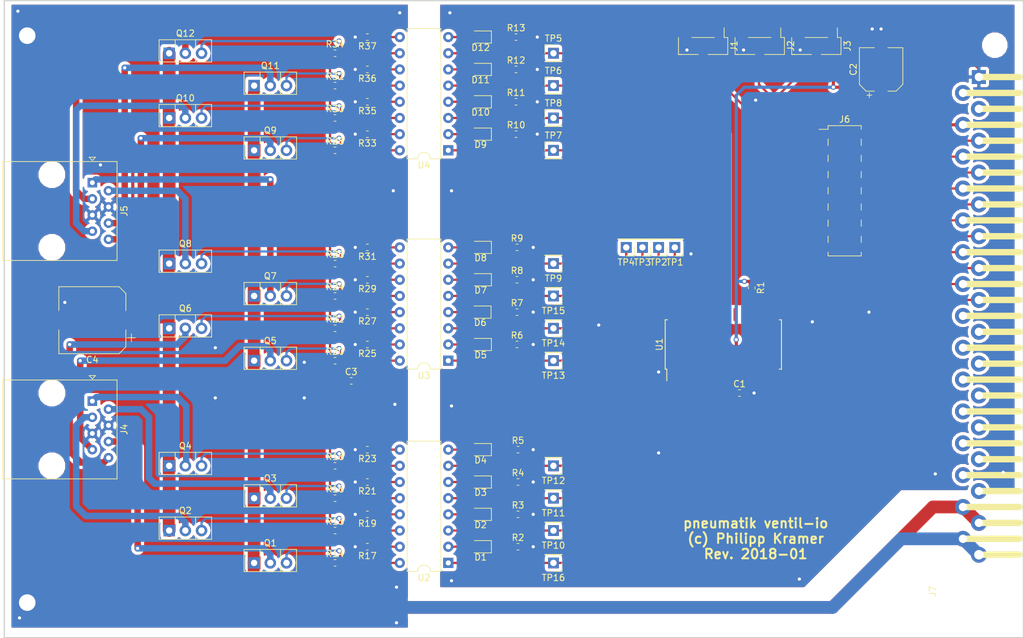
<source format=kicad_pcb>
(kicad_pcb (version 20171130) (host pcbnew 5.0.0-fee4fd1~66~ubuntu16.04.1)

  (general
    (thickness 1.6)
    (drawings 5)
    (tracks 627)
    (zones 0)
    (modules 92)
    (nets 113)
  )

  (page A4)
  (layers
    (0 F.Cu signal)
    (31 B.Cu signal)
    (32 B.Adhes user hide)
    (33 F.Adhes user hide)
    (34 B.Paste user hide)
    (35 F.Paste user hide)
    (36 B.SilkS user)
    (37 F.SilkS user)
    (38 B.Mask user hide)
    (39 F.Mask user hide)
    (40 Dwgs.User user)
    (41 Cmts.User user hide)
    (42 Eco1.User user hide)
    (43 Eco2.User user hide)
    (44 Edge.Cuts user)
    (45 Margin user hide)
    (46 B.CrtYd user hide)
    (47 F.CrtYd user)
    (48 B.Fab user hide)
    (49 F.Fab user hide)
  )

  (setup
    (last_trace_width 0.35)
    (trace_clearance 0.15)
    (zone_clearance 0.508)
    (zone_45_only no)
    (trace_min 0.2)
    (segment_width 0.2)
    (edge_width 0.2)
    (via_size 0.8)
    (via_drill 0.5)
    (via_min_size 0.4)
    (via_min_drill 0.3)
    (uvia_size 0.3)
    (uvia_drill 0.1)
    (uvias_allowed no)
    (uvia_min_size 0.2)
    (uvia_min_drill 0.1)
    (pcb_text_width 0.3)
    (pcb_text_size 1.5 1.5)
    (mod_edge_width 0.15)
    (mod_text_size 1 1)
    (mod_text_width 0.15)
    (pad_size 1.524 1.524)
    (pad_drill 0.762)
    (pad_to_mask_clearance 0.2)
    (aux_axis_origin 0 0)
    (visible_elements FFFFFF7F)
    (pcbplotparams
      (layerselection 0x010fc_ffffffff)
      (usegerberextensions false)
      (usegerberattributes false)
      (usegerberadvancedattributes false)
      (creategerberjobfile false)
      (excludeedgelayer true)
      (linewidth 0.100000)
      (plotframeref false)
      (viasonmask false)
      (mode 1)
      (useauxorigin false)
      (hpglpennumber 1)
      (hpglpenspeed 20)
      (hpglpendiameter 15.000000)
      (psnegative false)
      (psa4output false)
      (plotreference true)
      (plotvalue true)
      (plotinvisibletext false)
      (padsonsilk false)
      (subtractmaskfromsilk false)
      (outputformat 1)
      (mirror false)
      (drillshape 1)
      (scaleselection 1)
      (outputdirectory ""))
  )

  (net 0 "")
  (net 1 +3V3)
  (net 2 GND)
  (net 3 GNDPWR)
  (net 4 +24V)
  (net 5 "Net-(D1-Pad1)")
  (net 6 "Net-(D1-Pad2)")
  (net 7 "Net-(D2-Pad2)")
  (net 8 "Net-(D2-Pad1)")
  (net 9 "Net-(D3-Pad1)")
  (net 10 "Net-(D3-Pad2)")
  (net 11 "Net-(D4-Pad2)")
  (net 12 "Net-(D4-Pad1)")
  (net 13 "Net-(D5-Pad2)")
  (net 14 "Net-(D5-Pad1)")
  (net 15 "Net-(D6-Pad1)")
  (net 16 "Net-(D6-Pad2)")
  (net 17 "Net-(D7-Pad2)")
  (net 18 "Net-(D7-Pad1)")
  (net 19 "Net-(D8-Pad1)")
  (net 20 "Net-(D8-Pad2)")
  (net 21 "Net-(D9-Pad1)")
  (net 22 "Net-(D9-Pad2)")
  (net 23 "Net-(D10-Pad2)")
  (net 24 "Net-(D10-Pad1)")
  (net 25 "Net-(D11-Pad1)")
  (net 26 "Net-(D11-Pad2)")
  (net 27 "Net-(D12-Pad2)")
  (net 28 "Net-(D12-Pad1)")
  (net 29 "Net-(J1-Pad2)")
  (net 30 "Net-(J2-Pad2)")
  (net 31 "Net-(J3-Pad2)")
  (net 32 "Net-(J4-Pad1)")
  (net 33 "Net-(J4-Pad2)")
  (net 34 "Net-(J4-Pad3)")
  (net 35 "Net-(J4-Pad6)")
  (net 36 "Net-(J4-Pad7)")
  (net 37 "Net-(J4-Pad8)")
  (net 38 "Net-(J5-Pad8)")
  (net 39 "Net-(J5-Pad7)")
  (net 40 "Net-(J5-Pad6)")
  (net 41 "Net-(J5-Pad3)")
  (net 42 "Net-(J5-Pad2)")
  (net 43 "Net-(J5-Pad1)")
  (net 44 MCP_CS)
  (net 45 "Net-(J6-Pad2)")
  (net 46 "Net-(J6-Pad4)")
  (net 47 "Net-(J6-Pad6)")
  (net 48 "Net-(J6-Pad8)")
  (net 49 "Net-(J6-Pad10)")
  (net 50 "Net-(J6-Pad12)")
  (net 51 "Net-(J6-Pad14)")
  (net 52 "Net-(J6-Pad16)")
  (net 53 "Net-(Q1-Pad3)")
  (net 54 "Net-(Q2-Pad3)")
  (net 55 "Net-(Q3-Pad3)")
  (net 56 "Net-(Q4-Pad3)")
  (net 57 "Net-(Q5-Pad3)")
  (net 58 "Net-(Q6-Pad3)")
  (net 59 "Net-(Q7-Pad3)")
  (net 60 "Net-(Q8-Pad3)")
  (net 61 "Net-(Q9-Pad3)")
  (net 62 "Net-(Q10-Pad3)")
  (net 63 "Net-(Q11-Pad3)")
  (net 64 "Net-(Q12-Pad3)")
  (net 65 +5V)
  (net 66 "Net-(R1-Pad2)")
  (net 67 "Net-(R17-Pad1)")
  (net 68 "Net-(R19-Pad1)")
  (net 69 "Net-(R21-Pad1)")
  (net 70 "Net-(R23-Pad1)")
  (net 71 "Net-(R25-Pad1)")
  (net 72 "Net-(R27-Pad1)")
  (net 73 "Net-(R29-Pad1)")
  (net 74 "Net-(R31-Pad1)")
  (net 75 "Net-(R33-Pad1)")
  (net 76 "Net-(R35-Pad1)")
  (net 77 "Net-(R36-Pad1)")
  (net 78 "Net-(R37-Pad1)")
  (net 79 "Net-(TP1-Pad1)")
  (net 80 "Net-(TP2-Pad1)")
  (net 81 "Net-(TP3-Pad1)")
  (net 82 "Net-(TP4-Pad1)")
  (net 83 "Net-(TP5-Pad1)")
  (net 84 "Net-(TP6-Pad1)")
  (net 85 "Net-(TP7-Pad1)")
  (net 86 "Net-(TP8-Pad1)")
  (net 87 "Net-(TP9-Pad1)")
  (net 88 "Net-(TP10-Pad1)")
  (net 89 "Net-(TP11-Pad1)")
  (net 90 "Net-(TP12-Pad1)")
  (net 91 "Net-(TP13-Pad1)")
  (net 92 "Net-(TP14-Pad1)")
  (net 93 "Net-(TP15-Pad1)")
  (net 94 "Net-(TP16-Pad1)")
  (net 95 SCK)
  (net 96 MOSI)
  (net 97 MISO)
  (net 98 "Net-(U1-Pad19)")
  (net 99 "Net-(U1-Pad20)")
  (net 100 "Net-(J7-Pad27)")
  (net 101 "Net-(J7-Pad26)")
  (net 102 "Net-(J7-Pad25)")
  (net 103 "Net-(J7-Pad24)")
  (net 104 "Net-(J7-Pad23)")
  (net 105 "Net-(J7-Pad22)")
  (net 106 "Net-(J7-Pad21)")
  (net 107 "Net-(J7-Pad20)")
  (net 108 "Net-(J7-Pad19)")
  (net 109 "Net-(J7-Pad18)")
  (net 110 "Net-(J7-Pad17)")
  (net 111 "Net-(J7-Pad16)")
  (net 112 +12V)

  (net_class Default "This is the default net class."
    (clearance 0.15)
    (trace_width 0.35)
    (via_dia 0.8)
    (via_drill 0.5)
    (uvia_dia 0.3)
    (uvia_drill 0.1)
    (add_net +12V)
    (add_net +24V)
    (add_net +5V)
    (add_net GNDPWR)
    (add_net MCP_CS)
    (add_net MISO)
    (add_net MOSI)
    (add_net "Net-(D1-Pad1)")
    (add_net "Net-(D1-Pad2)")
    (add_net "Net-(D10-Pad1)")
    (add_net "Net-(D10-Pad2)")
    (add_net "Net-(D11-Pad1)")
    (add_net "Net-(D11-Pad2)")
    (add_net "Net-(D12-Pad1)")
    (add_net "Net-(D12-Pad2)")
    (add_net "Net-(D2-Pad1)")
    (add_net "Net-(D2-Pad2)")
    (add_net "Net-(D3-Pad1)")
    (add_net "Net-(D3-Pad2)")
    (add_net "Net-(D4-Pad1)")
    (add_net "Net-(D4-Pad2)")
    (add_net "Net-(D5-Pad1)")
    (add_net "Net-(D5-Pad2)")
    (add_net "Net-(D6-Pad1)")
    (add_net "Net-(D6-Pad2)")
    (add_net "Net-(D7-Pad1)")
    (add_net "Net-(D7-Pad2)")
    (add_net "Net-(D8-Pad1)")
    (add_net "Net-(D8-Pad2)")
    (add_net "Net-(D9-Pad1)")
    (add_net "Net-(D9-Pad2)")
    (add_net "Net-(J1-Pad2)")
    (add_net "Net-(J2-Pad2)")
    (add_net "Net-(J3-Pad2)")
    (add_net "Net-(J4-Pad1)")
    (add_net "Net-(J4-Pad2)")
    (add_net "Net-(J4-Pad3)")
    (add_net "Net-(J4-Pad6)")
    (add_net "Net-(J4-Pad7)")
    (add_net "Net-(J4-Pad8)")
    (add_net "Net-(J5-Pad1)")
    (add_net "Net-(J5-Pad2)")
    (add_net "Net-(J5-Pad3)")
    (add_net "Net-(J5-Pad6)")
    (add_net "Net-(J5-Pad7)")
    (add_net "Net-(J5-Pad8)")
    (add_net "Net-(J6-Pad10)")
    (add_net "Net-(J6-Pad12)")
    (add_net "Net-(J6-Pad14)")
    (add_net "Net-(J6-Pad16)")
    (add_net "Net-(J6-Pad2)")
    (add_net "Net-(J6-Pad4)")
    (add_net "Net-(J6-Pad6)")
    (add_net "Net-(J6-Pad8)")
    (add_net "Net-(J7-Pad16)")
    (add_net "Net-(J7-Pad17)")
    (add_net "Net-(J7-Pad18)")
    (add_net "Net-(J7-Pad19)")
    (add_net "Net-(J7-Pad20)")
    (add_net "Net-(J7-Pad21)")
    (add_net "Net-(J7-Pad22)")
    (add_net "Net-(J7-Pad23)")
    (add_net "Net-(J7-Pad24)")
    (add_net "Net-(J7-Pad25)")
    (add_net "Net-(J7-Pad26)")
    (add_net "Net-(J7-Pad27)")
    (add_net "Net-(Q1-Pad3)")
    (add_net "Net-(Q10-Pad3)")
    (add_net "Net-(Q11-Pad3)")
    (add_net "Net-(Q12-Pad3)")
    (add_net "Net-(Q2-Pad3)")
    (add_net "Net-(Q3-Pad3)")
    (add_net "Net-(Q4-Pad3)")
    (add_net "Net-(Q5-Pad3)")
    (add_net "Net-(Q6-Pad3)")
    (add_net "Net-(Q7-Pad3)")
    (add_net "Net-(Q8-Pad3)")
    (add_net "Net-(Q9-Pad3)")
    (add_net "Net-(R1-Pad2)")
    (add_net "Net-(R17-Pad1)")
    (add_net "Net-(R19-Pad1)")
    (add_net "Net-(R21-Pad1)")
    (add_net "Net-(R23-Pad1)")
    (add_net "Net-(R25-Pad1)")
    (add_net "Net-(R27-Pad1)")
    (add_net "Net-(R29-Pad1)")
    (add_net "Net-(R31-Pad1)")
    (add_net "Net-(R33-Pad1)")
    (add_net "Net-(R35-Pad1)")
    (add_net "Net-(R36-Pad1)")
    (add_net "Net-(R37-Pad1)")
    (add_net "Net-(TP1-Pad1)")
    (add_net "Net-(TP10-Pad1)")
    (add_net "Net-(TP11-Pad1)")
    (add_net "Net-(TP12-Pad1)")
    (add_net "Net-(TP13-Pad1)")
    (add_net "Net-(TP14-Pad1)")
    (add_net "Net-(TP15-Pad1)")
    (add_net "Net-(TP16-Pad1)")
    (add_net "Net-(TP2-Pad1)")
    (add_net "Net-(TP3-Pad1)")
    (add_net "Net-(TP4-Pad1)")
    (add_net "Net-(TP5-Pad1)")
    (add_net "Net-(TP6-Pad1)")
    (add_net "Net-(TP7-Pad1)")
    (add_net "Net-(TP8-Pad1)")
    (add_net "Net-(TP9-Pad1)")
    (add_net "Net-(U1-Pad19)")
    (add_net "Net-(U1-Pad20)")
    (add_net SCK)
  )

  (net_class "Power 3v3" ""
    (clearance 0.15)
    (trace_width 0.5)
    (via_dia 0.8)
    (via_drill 0.5)
    (uvia_dia 0.3)
    (uvia_drill 0.1)
    (add_net +3V3)
    (add_net GND)
  )

  (module Package_SO:SOIC-28W_7.5x17.9mm_P1.27mm (layer F.Cu) (tedit 5A02F2D3) (tstamp 5BBA1EC9)
    (at 182.88 93.98 90)
    (descr "28-Lead Plastic Small Outline (SO) - Wide, 7.50 mm Body [SOIC] (see Microchip Packaging Specification 00000049BS.pdf)")
    (tags "SOIC 1.27")
    (path /5B9C3DF9)
    (attr smd)
    (fp_text reference U1 (at 0 -10.05 90) (layer F.SilkS)
      (effects (font (size 1 1) (thickness 0.15)))
    )
    (fp_text value MCP23S17 (at 0 10.05 90) (layer F.Fab)
      (effects (font (size 1 1) (thickness 0.15)))
    )
    (fp_text user %R (at 0 0 90) (layer F.Fab)
      (effects (font (size 1 1) (thickness 0.15)))
    )
    (fp_line (start -2.75 -8.95) (end 3.75 -8.95) (layer F.Fab) (width 0.15))
    (fp_line (start 3.75 -8.95) (end 3.75 8.95) (layer F.Fab) (width 0.15))
    (fp_line (start 3.75 8.95) (end -3.75 8.95) (layer F.Fab) (width 0.15))
    (fp_line (start -3.75 8.95) (end -3.75 -7.95) (layer F.Fab) (width 0.15))
    (fp_line (start -3.75 -7.95) (end -2.75 -8.95) (layer F.Fab) (width 0.15))
    (fp_line (start -5.95 -9.3) (end -5.95 9.3) (layer F.CrtYd) (width 0.05))
    (fp_line (start 5.95 -9.3) (end 5.95 9.3) (layer F.CrtYd) (width 0.05))
    (fp_line (start -5.95 -9.3) (end 5.95 -9.3) (layer F.CrtYd) (width 0.05))
    (fp_line (start -5.95 9.3) (end 5.95 9.3) (layer F.CrtYd) (width 0.05))
    (fp_line (start -3.875 -9.125) (end -3.875 -8.875) (layer F.SilkS) (width 0.15))
    (fp_line (start 3.875 -9.125) (end 3.875 -8.78) (layer F.SilkS) (width 0.15))
    (fp_line (start 3.875 9.125) (end 3.875 8.78) (layer F.SilkS) (width 0.15))
    (fp_line (start -3.875 9.125) (end -3.875 8.78) (layer F.SilkS) (width 0.15))
    (fp_line (start -3.875 -9.125) (end 3.875 -9.125) (layer F.SilkS) (width 0.15))
    (fp_line (start -3.875 9.125) (end 3.875 9.125) (layer F.SilkS) (width 0.15))
    (fp_line (start -3.875 -8.875) (end -5.7 -8.875) (layer F.SilkS) (width 0.15))
    (pad 1 smd rect (at -4.7 -8.255 90) (size 2 0.6) (layers F.Cu F.Paste F.Mask)
      (net 90 "Net-(TP12-Pad1)"))
    (pad 2 smd rect (at -4.7 -6.985 90) (size 2 0.6) (layers F.Cu F.Paste F.Mask)
      (net 89 "Net-(TP11-Pad1)"))
    (pad 3 smd rect (at -4.7 -5.715 90) (size 2 0.6) (layers F.Cu F.Paste F.Mask)
      (net 88 "Net-(TP10-Pad1)"))
    (pad 4 smd rect (at -4.7 -4.445 90) (size 2 0.6) (layers F.Cu F.Paste F.Mask)
      (net 94 "Net-(TP16-Pad1)"))
    (pad 5 smd rect (at -4.7 -3.175 90) (size 2 0.6) (layers F.Cu F.Paste F.Mask)
      (net 91 "Net-(TP13-Pad1)"))
    (pad 6 smd rect (at -4.7 -1.905 90) (size 2 0.6) (layers F.Cu F.Paste F.Mask)
      (net 92 "Net-(TP14-Pad1)"))
    (pad 7 smd rect (at -4.7 -0.635 90) (size 2 0.6) (layers F.Cu F.Paste F.Mask)
      (net 93 "Net-(TP15-Pad1)"))
    (pad 8 smd rect (at -4.7 0.635 90) (size 2 0.6) (layers F.Cu F.Paste F.Mask)
      (net 87 "Net-(TP9-Pad1)"))
    (pad 9 smd rect (at -4.7 1.905 90) (size 2 0.6) (layers F.Cu F.Paste F.Mask)
      (net 1 +3V3))
    (pad 10 smd rect (at -4.7 3.175 90) (size 2 0.6) (layers F.Cu F.Paste F.Mask)
      (net 2 GND))
    (pad 11 smd rect (at -4.7 4.445 90) (size 2 0.6) (layers F.Cu F.Paste F.Mask)
      (net 44 MCP_CS))
    (pad 12 smd rect (at -4.7 5.715 90) (size 2 0.6) (layers F.Cu F.Paste F.Mask)
      (net 95 SCK))
    (pad 13 smd rect (at -4.7 6.985 90) (size 2 0.6) (layers F.Cu F.Paste F.Mask)
      (net 96 MOSI))
    (pad 14 smd rect (at -4.7 8.255 90) (size 2 0.6) (layers F.Cu F.Paste F.Mask)
      (net 97 MISO))
    (pad 15 smd rect (at 4.7 8.255 90) (size 2 0.6) (layers F.Cu F.Paste F.Mask)
      (net 31 "Net-(J3-Pad2)"))
    (pad 16 smd rect (at 4.7 6.985 90) (size 2 0.6) (layers F.Cu F.Paste F.Mask)
      (net 30 "Net-(J2-Pad2)"))
    (pad 17 smd rect (at 4.7 5.715 90) (size 2 0.6) (layers F.Cu F.Paste F.Mask)
      (net 29 "Net-(J1-Pad2)"))
    (pad 18 smd rect (at 4.7 4.445 90) (size 2 0.6) (layers F.Cu F.Paste F.Mask)
      (net 66 "Net-(R1-Pad2)"))
    (pad 19 smd rect (at 4.7 3.175 90) (size 2 0.6) (layers F.Cu F.Paste F.Mask)
      (net 98 "Net-(U1-Pad19)"))
    (pad 20 smd rect (at 4.7 1.905 90) (size 2 0.6) (layers F.Cu F.Paste F.Mask)
      (net 99 "Net-(U1-Pad20)"))
    (pad 21 smd rect (at 4.7 0.635 90) (size 2 0.6) (layers F.Cu F.Paste F.Mask)
      (net 83 "Net-(TP5-Pad1)"))
    (pad 22 smd rect (at 4.7 -0.635 90) (size 2 0.6) (layers F.Cu F.Paste F.Mask)
      (net 84 "Net-(TP6-Pad1)"))
    (pad 23 smd rect (at 4.7 -1.905 90) (size 2 0.6) (layers F.Cu F.Paste F.Mask)
      (net 86 "Net-(TP8-Pad1)"))
    (pad 24 smd rect (at 4.7 -3.175 90) (size 2 0.6) (layers F.Cu F.Paste F.Mask)
      (net 85 "Net-(TP7-Pad1)"))
    (pad 25 smd rect (at 4.7 -4.445 90) (size 2 0.6) (layers F.Cu F.Paste F.Mask)
      (net 79 "Net-(TP1-Pad1)"))
    (pad 26 smd rect (at 4.7 -5.715 90) (size 2 0.6) (layers F.Cu F.Paste F.Mask)
      (net 80 "Net-(TP2-Pad1)"))
    (pad 27 smd rect (at 4.7 -6.985 90) (size 2 0.6) (layers F.Cu F.Paste F.Mask)
      (net 81 "Net-(TP3-Pad1)"))
    (pad 28 smd rect (at 4.7 -8.255 90) (size 2 0.6) (layers F.Cu F.Paste F.Mask)
      (net 82 "Net-(TP4-Pad1)"))
    (model ${KISYS3DMOD}/Package_SO.3dshapes/SOIC-28W_7.5x17.9mm_P1.27mm.wrl
      (at (xyz 0 0 0))
      (scale (xyz 1 1 1))
      (rotate (xyz 0 0 0))
    )
  )

  (module DIN41617:DIN41617_31_short (layer F.Cu) (tedit 5B85C041) (tstamp 5BBA24C2)
    (at 221.75 89.49 90)
    (path /5C0C9A4A)
    (fp_text reference J7 (at -43.25 -6 90) (layer F.SilkS)
      (effects (font (size 1 1) (thickness 0.15)))
    )
    (fp_text value Conn_01x31 (at 40 -5.75 90) (layer F.Fab)
      (effects (font (size 1 1) (thickness 0.15)))
    )
    (fp_line (start 35 -1.25) (end 35 7.637659) (layer F.SilkS) (width 1))
    (fp_line (start 30 -1.25) (end 30 7.632978) (layer F.SilkS) (width 1))
    (fp_line (start 25 -1.25) (end 25 7.623112) (layer F.SilkS) (width 1))
    (fp_line (start 20 -1.25) (end 20 7.670728) (layer F.SilkS) (width 1))
    (fp_line (start 15 -1.25) (end 15 7.62879) (layer F.SilkS) (width 1))
    (fp_line (start 10 -1.25) (end 10 7.655555) (layer F.SilkS) (width 1))
    (fp_line (start 5 -1.25) (end 5 7.64877) (layer F.SilkS) (width 1))
    (fp_line (start 0 -1.25) (end 0 7.62) (layer F.SilkS) (width 1))
    (fp_line (start -5 -1.25) (end -5 7.64877) (layer F.SilkS) (width 1))
    (fp_line (start -10 -1.25) (end -10 7.632709) (layer F.SilkS) (width 1))
    (fp_line (start -15 -1.25) (end -15 7.623246) (layer F.SilkS) (width 1))
    (fp_line (start -20 -1.25) (end -20 7.625591) (layer F.SilkS) (width 1))
    (fp_line (start -25 -1.25) (end -25 7.623112) (layer F.SilkS) (width 1))
    (fp_line (start -30 -1.25) (end -30 7.632978) (layer F.SilkS) (width 1))
    (fp_line (start -35 -1.25) (end -35 7.620317) (layer F.SilkS) (width 1))
    (fp_line (start -32.5 1.25) (end -32.5 7.664) (layer F.SilkS) (width 1))
    (fp_line (start -22.5 1.25) (end -22.5 7.625933) (layer F.SilkS) (width 1))
    (fp_line (start -12.5 1.25) (end -12.5 7.623138) (layer F.SilkS) (width 1))
    (fp_line (start -2.5 1.25) (end -2.5 7.647728) (layer F.SilkS) (width 1))
    (fp_line (start 7.5 1.25) (end 7.5 7.62113) (layer F.SilkS) (width 1))
    (fp_line (start 17.5 1.25) (end 17.5 7.62615) (layer F.SilkS) (width 1))
    (fp_line (start 27.5 1.25) (end 27.5 7.635178) (layer F.SilkS) (width 1))
    (fp_line (start 37.5 1.25) (end 37.5 7.648195) (layer F.SilkS) (width 1))
    (fp_line (start 32.5 1.25) (end 32.5 7.621037) (layer F.SilkS) (width 1))
    (fp_line (start 22.5 1.25) (end 22.5 7.625933) (layer F.SilkS) (width 1))
    (fp_line (start 12.5 1.25) (end 12.5 7.634835) (layer F.SilkS) (width 1))
    (fp_line (start 2.5 1.25) (end 2.5 7.620125) (layer F.SilkS) (width 1))
    (fp_line (start -7.5 1.25) (end -7.5 7.640784) (layer F.SilkS) (width 1))
    (fp_line (start -17.5 1.25) (end -17.5 7.62615) (layer F.SilkS) (width 1))
    (fp_line (start -27.5 1.25) (end -27.5 7.622983) (layer F.SilkS) (width 1))
    (fp_line (start -37.5 1.25) (end -37.465 7.62) (layer F.SilkS) (width 1))
    (fp_line (start -45.3 -4.75) (end -45.3 8.25) (layer F.CrtYd) (width 0.15))
    (fp_line (start 45.3 -4.75) (end -45.3 -4.75) (layer F.CrtYd) (width 0.15))
    (fp_line (start 45.3 8.25) (end 45.3 -4.75) (layer F.CrtYd) (width 0.15))
    (fp_line (start -45.3 8.25) (end 45.3 8.25) (layer F.CrtYd) (width 0.15))
    (pad "" np_thru_hole circle (at 42.5 3.75 90) (size 3 3) (drill 3) (layers *.Cu *.Mask))
    (pad "" np_thru_hole circle (at -42.5 3.75 90) (size 3 3) (drill 3) (layers *.Cu *.Mask))
    (pad 1 thru_hole rect (at 37.5 1.25 90) (size 2.2 2.2) (drill 1.31) (layers *.Cu *.Mask)
      (net 2 GND))
    (pad 2 thru_hole circle (at 35 -1.25 90) (size 2.5 2.5) (drill 1.31) (layers *.Cu *.Mask)
      (net 112 +12V))
    (pad 3 thru_hole circle (at 32.5 1.25 90) (size 2.5 2.5) (drill 1.31) (layers *.Cu *.Mask)
      (net 65 +5V))
    (pad 4 thru_hole circle (at 30 -1.25 90) (size 2.5 2.5) (drill 1.31) (layers *.Cu *.Mask)
      (net 1 +3V3))
    (pad 5 thru_hole circle (at 27.5 1.25 90) (size 2.5 2.5) (drill 1.31) (layers *.Cu *.Mask)
      (net 45 "Net-(J6-Pad2)"))
    (pad 6 thru_hole circle (at 25 -1.25 90) (size 2.5 2.5) (drill 1.31) (layers *.Cu *.Mask)
      (net 46 "Net-(J6-Pad4)"))
    (pad 7 thru_hole circle (at 22.5 1.25 90) (size 2.5 2.5) (drill 1.31) (layers *.Cu *.Mask)
      (net 47 "Net-(J6-Pad6)"))
    (pad 8 thru_hole circle (at 20 -1.25 90) (size 2.5 2.5) (drill 1.31) (layers *.Cu *.Mask)
      (net 48 "Net-(J6-Pad8)"))
    (pad 9 thru_hole circle (at 17.5 1.25 90) (size 2.5 2.5) (drill 1.31) (layers *.Cu *.Mask)
      (net 49 "Net-(J6-Pad10)"))
    (pad 10 thru_hole circle (at 15 -1.25 90) (size 2.5 2.5) (drill 1.31) (layers *.Cu *.Mask)
      (net 50 "Net-(J6-Pad12)"))
    (pad 11 thru_hole circle (at 12.5 1.25 90) (size 2.5 2.5) (drill 1.31) (layers *.Cu *.Mask)
      (net 51 "Net-(J6-Pad14)"))
    (pad 12 thru_hole circle (at 10 -1.25 90) (size 2.5 2.5) (drill 1.31) (layers *.Cu *.Mask)
      (net 52 "Net-(J6-Pad16)"))
    (pad 13 thru_hole circle (at 7.5 1.25 90) (size 2.5 2.5) (drill 1.31) (layers *.Cu *.Mask)
      (net 95 SCK))
    (pad 14 thru_hole circle (at 5 -1.25 90) (size 2.5 2.5) (drill 1.31) (layers *.Cu *.Mask)
      (net 96 MOSI))
    (pad 15 thru_hole circle (at 2.5 1.25 90) (size 2.5 2.5) (drill 1.31) (layers *.Cu *.Mask)
      (net 97 MISO))
    (pad 16 thru_hole circle (at 0 -1.25 90) (size 2.5 2.5) (drill 1.31) (layers *.Cu *.Mask)
      (net 111 "Net-(J7-Pad16)"))
    (pad 17 thru_hole circle (at -2.5 1.25 90) (size 2.5 2.5) (drill 1.31) (layers *.Cu *.Mask)
      (net 110 "Net-(J7-Pad17)"))
    (pad 18 thru_hole circle (at -5 -1.25 90) (size 2.5 2.5) (drill 1.31) (layers *.Cu *.Mask)
      (net 109 "Net-(J7-Pad18)"))
    (pad 19 thru_hole circle (at -7.5 1.25 90) (size 2.5 2.5) (drill 1.31) (layers *.Cu *.Mask)
      (net 108 "Net-(J7-Pad19)"))
    (pad 20 thru_hole circle (at -10 -1.25 90) (size 2.5 2.5) (drill 1.31) (layers *.Cu *.Mask)
      (net 107 "Net-(J7-Pad20)"))
    (pad 21 thru_hole circle (at -12.5 1.25 90) (size 2.5 2.5) (drill 1.31) (layers *.Cu *.Mask)
      (net 106 "Net-(J7-Pad21)"))
    (pad 22 thru_hole circle (at -15 -1.25 90) (size 2.5 2.5) (drill 1.31) (layers *.Cu *.Mask)
      (net 105 "Net-(J7-Pad22)"))
    (pad 23 thru_hole circle (at -17.5 1.25 90) (size 2.5 2.5) (drill 1.31) (layers *.Cu *.Mask)
      (net 104 "Net-(J7-Pad23)"))
    (pad 24 thru_hole circle (at -20 -1.25 90) (size 2.5 2.5) (drill 1.31) (layers *.Cu *.Mask)
      (net 103 "Net-(J7-Pad24)"))
    (pad 25 thru_hole circle (at -22.5 1.25 90) (size 2.5 2.5) (drill 1.31) (layers *.Cu *.Mask)
      (net 102 "Net-(J7-Pad25)"))
    (pad 26 thru_hole circle (at -25 -1.25 90) (size 2.5 2.5) (drill 1.31) (layers *.Cu *.Mask)
      (net 101 "Net-(J7-Pad26)"))
    (pad 27 thru_hole circle (at -27.5 1.25 90) (size 2.5 2.5) (drill 1.31) (layers *.Cu *.Mask)
      (net 100 "Net-(J7-Pad27)"))
    (pad 28 thru_hole circle (at -30 -1.25 90) (size 2.5 2.5) (drill 1.31) (layers *.Cu *.Mask)
      (net 4 +24V))
    (pad 29 thru_hole circle (at -32.5 1.25 90) (size 2.5 2.5) (drill 1.31) (layers *.Cu *.Mask)
      (net 4 +24V))
    (pad 30 thru_hole circle (at -35 -1.25 90) (size 2.5 2.5) (drill 1.31) (layers *.Cu *.Mask)
      (net 3 GNDPWR))
    (pad 31 thru_hole circle (at -37.5 1.25 90) (size 2.5 2.5) (drill 1.5) (layers *.Cu *.Mask)
      (net 3 GNDPWR))
  )

  (module Resistor_SMD:R_0603_1608Metric (layer F.Cu) (tedit 5B301BBD) (tstamp 5BBA1495)
    (at 187.325 85.09 270)
    (descr "Resistor SMD 0603 (1608 Metric), square (rectangular) end terminal, IPC_7351 nominal, (Body size source: http://www.tortai-tech.com/upload/download/2011102023233369053.pdf), generated with kicad-footprint-generator")
    (tags resistor)
    (path /5BFDF8F4)
    (attr smd)
    (fp_text reference R1 (at 0 -1.43 270) (layer F.SilkS)
      (effects (font (size 1 1) (thickness 0.15)))
    )
    (fp_text value 10k (at 0 1.43 270) (layer F.Fab)
      (effects (font (size 1 1) (thickness 0.15)))
    )
    (fp_line (start -0.8 0.4) (end -0.8 -0.4) (layer F.Fab) (width 0.1))
    (fp_line (start -0.8 -0.4) (end 0.8 -0.4) (layer F.Fab) (width 0.1))
    (fp_line (start 0.8 -0.4) (end 0.8 0.4) (layer F.Fab) (width 0.1))
    (fp_line (start 0.8 0.4) (end -0.8 0.4) (layer F.Fab) (width 0.1))
    (fp_line (start -0.162779 -0.51) (end 0.162779 -0.51) (layer F.SilkS) (width 0.12))
    (fp_line (start -0.162779 0.51) (end 0.162779 0.51) (layer F.SilkS) (width 0.12))
    (fp_line (start -1.48 0.73) (end -1.48 -0.73) (layer F.CrtYd) (width 0.05))
    (fp_line (start -1.48 -0.73) (end 1.48 -0.73) (layer F.CrtYd) (width 0.05))
    (fp_line (start 1.48 -0.73) (end 1.48 0.73) (layer F.CrtYd) (width 0.05))
    (fp_line (start 1.48 0.73) (end -1.48 0.73) (layer F.CrtYd) (width 0.05))
    (fp_text user %R (at 0 0 270) (layer F.Fab)
      (effects (font (size 0.4 0.4) (thickness 0.06)))
    )
    (pad 1 smd roundrect (at -0.7875 0 270) (size 0.875 0.95) (layers F.Cu F.Paste F.Mask) (roundrect_rratio 0.25)
      (net 1 +3V3))
    (pad 2 smd roundrect (at 0.7875 0 270) (size 0.875 0.95) (layers F.Cu F.Paste F.Mask) (roundrect_rratio 0.25)
      (net 66 "Net-(R1-Pad2)"))
    (model ${KISYS3DMOD}/Resistor_SMD.3dshapes/R_0603_1608Metric.wrl
      (at (xyz 0 0 0))
      (scale (xyz 1 1 1))
      (rotate (xyz 0 0 0))
    )
  )

  (module Capacitor_SMD:C_0603_1608Metric (layer F.Cu) (tedit 5B301BBE) (tstamp 5BBA1E2B)
    (at 185.42 101.6)
    (descr "Capacitor SMD 0603 (1608 Metric), square (rectangular) end terminal, IPC_7351 nominal, (Body size source: http://www.tortai-tech.com/upload/download/2011102023233369053.pdf), generated with kicad-footprint-generator")
    (tags capacitor)
    (path /5CA079CD)
    (attr smd)
    (fp_text reference C1 (at 0 -1.43) (layer F.SilkS)
      (effects (font (size 1 1) (thickness 0.15)))
    )
    (fp_text value 100nF (at 0 1.43) (layer F.Fab)
      (effects (font (size 1 1) (thickness 0.15)))
    )
    (fp_line (start -0.8 0.4) (end -0.8 -0.4) (layer F.Fab) (width 0.1))
    (fp_line (start -0.8 -0.4) (end 0.8 -0.4) (layer F.Fab) (width 0.1))
    (fp_line (start 0.8 -0.4) (end 0.8 0.4) (layer F.Fab) (width 0.1))
    (fp_line (start 0.8 0.4) (end -0.8 0.4) (layer F.Fab) (width 0.1))
    (fp_line (start -0.162779 -0.51) (end 0.162779 -0.51) (layer F.SilkS) (width 0.12))
    (fp_line (start -0.162779 0.51) (end 0.162779 0.51) (layer F.SilkS) (width 0.12))
    (fp_line (start -1.48 0.73) (end -1.48 -0.73) (layer F.CrtYd) (width 0.05))
    (fp_line (start -1.48 -0.73) (end 1.48 -0.73) (layer F.CrtYd) (width 0.05))
    (fp_line (start 1.48 -0.73) (end 1.48 0.73) (layer F.CrtYd) (width 0.05))
    (fp_line (start 1.48 0.73) (end -1.48 0.73) (layer F.CrtYd) (width 0.05))
    (fp_text user %R (at 0 0) (layer F.Fab)
      (effects (font (size 0.4 0.4) (thickness 0.06)))
    )
    (pad 1 smd roundrect (at -0.7875 0) (size 0.875 0.95) (layers F.Cu F.Paste F.Mask) (roundrect_rratio 0.25)
      (net 1 +3V3))
    (pad 2 smd roundrect (at 0.7875 0) (size 0.875 0.95) (layers F.Cu F.Paste F.Mask) (roundrect_rratio 0.25)
      (net 2 GND))
    (model ${KISYS3DMOD}/Capacitor_SMD.3dshapes/C_0603_1608Metric.wrl
      (at (xyz 0 0 0))
      (scale (xyz 1 1 1))
      (rotate (xyz 0 0 0))
    )
  )

  (module Capacitor_SMD:CP_Elec_6.3x5.2 (layer F.Cu) (tedit 5B3026A2) (tstamp 5BBA25CB)
    (at 207.645 50.8 90)
    (descr "SMT capacitor, aluminium electrolytic, 6.3x5.2, United Chemi-Con ")
    (tags "Capacitor Electrolytic")
    (path /5CA07BF6)
    (attr smd)
    (fp_text reference C2 (at 0 -4.35 90) (layer F.SilkS)
      (effects (font (size 1 1) (thickness 0.15)))
    )
    (fp_text value 100µF (at 0 4.35 90) (layer F.Fab)
      (effects (font (size 1 1) (thickness 0.15)))
    )
    (fp_circle (center 0 0) (end 3.15 0) (layer F.Fab) (width 0.1))
    (fp_line (start 3.3 -3.3) (end 3.3 3.3) (layer F.Fab) (width 0.1))
    (fp_line (start -2.3 -3.3) (end 3.3 -3.3) (layer F.Fab) (width 0.1))
    (fp_line (start -2.3 3.3) (end 3.3 3.3) (layer F.Fab) (width 0.1))
    (fp_line (start -3.3 -2.3) (end -3.3 2.3) (layer F.Fab) (width 0.1))
    (fp_line (start -3.3 -2.3) (end -2.3 -3.3) (layer F.Fab) (width 0.1))
    (fp_line (start -3.3 2.3) (end -2.3 3.3) (layer F.Fab) (width 0.1))
    (fp_line (start -2.704838 -1.33) (end -2.074838 -1.33) (layer F.Fab) (width 0.1))
    (fp_line (start -2.389838 -1.645) (end -2.389838 -1.015) (layer F.Fab) (width 0.1))
    (fp_line (start 3.41 3.41) (end 3.41 1.06) (layer F.SilkS) (width 0.12))
    (fp_line (start 3.41 -3.41) (end 3.41 -1.06) (layer F.SilkS) (width 0.12))
    (fp_line (start -2.345563 -3.41) (end 3.41 -3.41) (layer F.SilkS) (width 0.12))
    (fp_line (start -2.345563 3.41) (end 3.41 3.41) (layer F.SilkS) (width 0.12))
    (fp_line (start -3.41 2.345563) (end -3.41 1.06) (layer F.SilkS) (width 0.12))
    (fp_line (start -3.41 -2.345563) (end -3.41 -1.06) (layer F.SilkS) (width 0.12))
    (fp_line (start -3.41 -2.345563) (end -2.345563 -3.41) (layer F.SilkS) (width 0.12))
    (fp_line (start -3.41 2.345563) (end -2.345563 3.41) (layer F.SilkS) (width 0.12))
    (fp_line (start -4.4375 -1.8475) (end -3.65 -1.8475) (layer F.SilkS) (width 0.12))
    (fp_line (start -4.04375 -2.24125) (end -4.04375 -1.45375) (layer F.SilkS) (width 0.12))
    (fp_line (start 3.55 -3.55) (end 3.55 -1.05) (layer F.CrtYd) (width 0.05))
    (fp_line (start 3.55 -1.05) (end 4.8 -1.05) (layer F.CrtYd) (width 0.05))
    (fp_line (start 4.8 -1.05) (end 4.8 1.05) (layer F.CrtYd) (width 0.05))
    (fp_line (start 4.8 1.05) (end 3.55 1.05) (layer F.CrtYd) (width 0.05))
    (fp_line (start 3.55 1.05) (end 3.55 3.55) (layer F.CrtYd) (width 0.05))
    (fp_line (start -2.4 3.55) (end 3.55 3.55) (layer F.CrtYd) (width 0.05))
    (fp_line (start -2.4 -3.55) (end 3.55 -3.55) (layer F.CrtYd) (width 0.05))
    (fp_line (start -3.55 2.4) (end -2.4 3.55) (layer F.CrtYd) (width 0.05))
    (fp_line (start -3.55 -2.4) (end -2.4 -3.55) (layer F.CrtYd) (width 0.05))
    (fp_line (start -3.55 -2.4) (end -3.55 -1.05) (layer F.CrtYd) (width 0.05))
    (fp_line (start -3.55 1.05) (end -3.55 2.4) (layer F.CrtYd) (width 0.05))
    (fp_line (start -3.55 -1.05) (end -4.8 -1.05) (layer F.CrtYd) (width 0.05))
    (fp_line (start -4.8 -1.05) (end -4.8 1.05) (layer F.CrtYd) (width 0.05))
    (fp_line (start -4.8 1.05) (end -3.55 1.05) (layer F.CrtYd) (width 0.05))
    (fp_text user %R (at 0 0 90) (layer F.Fab)
      (effects (font (size 1 1) (thickness 0.15)))
    )
    (pad 1 smd rect (at -2.8 0 90) (size 3.5 1.6) (layers F.Cu F.Paste F.Mask)
      (net 1 +3V3))
    (pad 2 smd rect (at 2.8 0 90) (size 3.5 1.6) (layers F.Cu F.Paste F.Mask)
      (net 2 GND))
    (model ${KISYS3DMOD}/Capacitor_SMD.3dshapes/CP_Elec_6.3x5.2.wrl
      (at (xyz 0 0 0))
      (scale (xyz 1 1 1))
      (rotate (xyz 0 0 0))
    )
  )

  (module Capacitor_SMD:C_0603_1608Metric (layer F.Cu) (tedit 5B301BBE) (tstamp 5BBA2068)
    (at 124.46 99.695)
    (descr "Capacitor SMD 0603 (1608 Metric), square (rectangular) end terminal, IPC_7351 nominal, (Body size source: http://www.tortai-tech.com/upload/download/2011102023233369053.pdf), generated with kicad-footprint-generator")
    (tags capacitor)
    (path /5C0C7E69)
    (attr smd)
    (fp_text reference C3 (at 0 -1.43) (layer F.SilkS)
      (effects (font (size 1 1) (thickness 0.15)))
    )
    (fp_text value 100nF (at 0 1.43) (layer F.Fab)
      (effects (font (size 1 1) (thickness 0.15)))
    )
    (fp_text user %R (at 0 0) (layer F.Fab)
      (effects (font (size 0.4 0.4) (thickness 0.06)))
    )
    (fp_line (start 1.48 0.73) (end -1.48 0.73) (layer F.CrtYd) (width 0.05))
    (fp_line (start 1.48 -0.73) (end 1.48 0.73) (layer F.CrtYd) (width 0.05))
    (fp_line (start -1.48 -0.73) (end 1.48 -0.73) (layer F.CrtYd) (width 0.05))
    (fp_line (start -1.48 0.73) (end -1.48 -0.73) (layer F.CrtYd) (width 0.05))
    (fp_line (start -0.162779 0.51) (end 0.162779 0.51) (layer F.SilkS) (width 0.12))
    (fp_line (start -0.162779 -0.51) (end 0.162779 -0.51) (layer F.SilkS) (width 0.12))
    (fp_line (start 0.8 0.4) (end -0.8 0.4) (layer F.Fab) (width 0.1))
    (fp_line (start 0.8 -0.4) (end 0.8 0.4) (layer F.Fab) (width 0.1))
    (fp_line (start -0.8 -0.4) (end 0.8 -0.4) (layer F.Fab) (width 0.1))
    (fp_line (start -0.8 0.4) (end -0.8 -0.4) (layer F.Fab) (width 0.1))
    (pad 2 smd roundrect (at 0.7875 0) (size 0.875 0.95) (layers F.Cu F.Paste F.Mask) (roundrect_rratio 0.25)
      (net 3 GNDPWR))
    (pad 1 smd roundrect (at -0.7875 0) (size 0.875 0.95) (layers F.Cu F.Paste F.Mask) (roundrect_rratio 0.25)
      (net 4 +24V))
    (model ${KISYS3DMOD}/Capacitor_SMD.3dshapes/C_0603_1608Metric.wrl
      (at (xyz 0 0 0))
      (scale (xyz 1 1 1))
      (rotate (xyz 0 0 0))
    )
  )

  (module Capacitor_SMD:CP_Elec_10x10 (layer F.Cu) (tedit 5A841F9D) (tstamp 5BBA15CC)
    (at 83.82 90.17 180)
    (descr "SMT capacitor, aluminium electrolytic, 10x10, Nichicon ")
    (tags "Capacitor Electrolytic")
    (path /5C0C76F7)
    (attr smd)
    (fp_text reference C4 (at 0 -6.2 180) (layer F.SilkS)
      (effects (font (size 1 1) (thickness 0.15)))
    )
    (fp_text value 100µF (at 0 6.2 180) (layer F.Fab)
      (effects (font (size 1 1) (thickness 0.15)))
    )
    (fp_circle (center 0 0) (end 5 0) (layer F.Fab) (width 0.1))
    (fp_line (start 5.15 -5.15) (end 5.15 5.15) (layer F.Fab) (width 0.1))
    (fp_line (start -4.15 -5.15) (end 5.15 -5.15) (layer F.Fab) (width 0.1))
    (fp_line (start -4.15 5.15) (end 5.15 5.15) (layer F.Fab) (width 0.1))
    (fp_line (start -5.15 -4.15) (end -5.15 4.15) (layer F.Fab) (width 0.1))
    (fp_line (start -5.15 -4.15) (end -4.15 -5.15) (layer F.Fab) (width 0.1))
    (fp_line (start -5.15 4.15) (end -4.15 5.15) (layer F.Fab) (width 0.1))
    (fp_line (start -4.558325 -1.7) (end -3.558325 -1.7) (layer F.Fab) (width 0.1))
    (fp_line (start -4.058325 -2.2) (end -4.058325 -1.2) (layer F.Fab) (width 0.1))
    (fp_line (start 5.26 5.26) (end 5.26 1.51) (layer F.SilkS) (width 0.12))
    (fp_line (start 5.26 -5.26) (end 5.26 -1.51) (layer F.SilkS) (width 0.12))
    (fp_line (start -4.195563 -5.26) (end 5.26 -5.26) (layer F.SilkS) (width 0.12))
    (fp_line (start -4.195563 5.26) (end 5.26 5.26) (layer F.SilkS) (width 0.12))
    (fp_line (start -5.26 4.195563) (end -5.26 1.51) (layer F.SilkS) (width 0.12))
    (fp_line (start -5.26 -4.195563) (end -5.26 -1.51) (layer F.SilkS) (width 0.12))
    (fp_line (start -5.26 -4.195563) (end -4.195563 -5.26) (layer F.SilkS) (width 0.12))
    (fp_line (start -5.26 4.195563) (end -4.195563 5.26) (layer F.SilkS) (width 0.12))
    (fp_line (start -6.75 -2.76) (end -5.5 -2.76) (layer F.SilkS) (width 0.12))
    (fp_line (start -6.125 -3.385) (end -6.125 -2.135) (layer F.SilkS) (width 0.12))
    (fp_line (start 5.4 -5.4) (end 5.4 -1.5) (layer F.CrtYd) (width 0.05))
    (fp_line (start 5.4 -1.5) (end 6.25 -1.5) (layer F.CrtYd) (width 0.05))
    (fp_line (start 6.25 -1.5) (end 6.25 1.5) (layer F.CrtYd) (width 0.05))
    (fp_line (start 6.25 1.5) (end 5.4 1.5) (layer F.CrtYd) (width 0.05))
    (fp_line (start 5.4 1.5) (end 5.4 5.4) (layer F.CrtYd) (width 0.05))
    (fp_line (start -4.25 5.4) (end 5.4 5.4) (layer F.CrtYd) (width 0.05))
    (fp_line (start -4.25 -5.4) (end 5.4 -5.4) (layer F.CrtYd) (width 0.05))
    (fp_line (start -5.4 4.25) (end -4.25 5.4) (layer F.CrtYd) (width 0.05))
    (fp_line (start -5.4 -4.25) (end -4.25 -5.4) (layer F.CrtYd) (width 0.05))
    (fp_line (start -5.4 -4.25) (end -5.4 -1.5) (layer F.CrtYd) (width 0.05))
    (fp_line (start -5.4 1.5) (end -5.4 4.25) (layer F.CrtYd) (width 0.05))
    (fp_line (start -5.4 -1.5) (end -6.25 -1.5) (layer F.CrtYd) (width 0.05))
    (fp_line (start -6.25 -1.5) (end -6.25 1.5) (layer F.CrtYd) (width 0.05))
    (fp_line (start -6.25 1.5) (end -5.4 1.5) (layer F.CrtYd) (width 0.05))
    (fp_text user %R (at 0 0 180) (layer F.Fab)
      (effects (font (size 1 1) (thickness 0.15)))
    )
    (pad 1 smd rect (at -4 0 180) (size 4 2.5) (layers F.Cu F.Paste F.Mask)
      (net 4 +24V))
    (pad 2 smd rect (at 4 0 180) (size 4 2.5) (layers F.Cu F.Paste F.Mask)
      (net 3 GNDPWR))
    (model ${KISYS3DMOD}/Capacitor_SMD.3dshapes/CP_Elec_10x10.wrl
      (at (xyz 0 0 0))
      (scale (xyz 1 1 1))
      (rotate (xyz 0 0 0))
    )
  )

  (module LED_SMD:LED_0805_2012Metric (layer F.Cu) (tedit 5B36C52C) (tstamp 5BBA1B93)
    (at 144.78 125.73 180)
    (descr "LED SMD 0805 (2012 Metric), square (rectangular) end terminal, IPC_7351 nominal, (Body size source: https://docs.google.com/spreadsheets/d/1BsfQQcO9C6DZCsRaXUlFlo91Tg2WpOkGARC1WS5S8t0/edit?usp=sharing), generated with kicad-footprint-generator")
    (tags diode)
    (path /5B98D69F)
    (attr smd)
    (fp_text reference D1 (at 0 -1.65 180) (layer F.SilkS)
      (effects (font (size 1 1) (thickness 0.15)))
    )
    (fp_text value LED (at 0 1.65 180) (layer F.Fab)
      (effects (font (size 1 1) (thickness 0.15)))
    )
    (fp_line (start 1 -0.6) (end -0.7 -0.6) (layer F.Fab) (width 0.1))
    (fp_line (start -0.7 -0.6) (end -1 -0.3) (layer F.Fab) (width 0.1))
    (fp_line (start -1 -0.3) (end -1 0.6) (layer F.Fab) (width 0.1))
    (fp_line (start -1 0.6) (end 1 0.6) (layer F.Fab) (width 0.1))
    (fp_line (start 1 0.6) (end 1 -0.6) (layer F.Fab) (width 0.1))
    (fp_line (start 1 -0.96) (end -1.685 -0.96) (layer F.SilkS) (width 0.12))
    (fp_line (start -1.685 -0.96) (end -1.685 0.96) (layer F.SilkS) (width 0.12))
    (fp_line (start -1.685 0.96) (end 1 0.96) (layer F.SilkS) (width 0.12))
    (fp_line (start -1.68 0.95) (end -1.68 -0.95) (layer F.CrtYd) (width 0.05))
    (fp_line (start -1.68 -0.95) (end 1.68 -0.95) (layer F.CrtYd) (width 0.05))
    (fp_line (start 1.68 -0.95) (end 1.68 0.95) (layer F.CrtYd) (width 0.05))
    (fp_line (start 1.68 0.95) (end -1.68 0.95) (layer F.CrtYd) (width 0.05))
    (fp_text user %R (at 0 0 180) (layer F.Fab)
      (effects (font (size 0.5 0.5) (thickness 0.08)))
    )
    (pad 1 smd roundrect (at -0.9375 0 180) (size 0.975 1.4) (layers F.Cu F.Paste F.Mask) (roundrect_rratio 0.25)
      (net 5 "Net-(D1-Pad1)"))
    (pad 2 smd roundrect (at 0.9375 0 180) (size 0.975 1.4) (layers F.Cu F.Paste F.Mask) (roundrect_rratio 0.25)
      (net 6 "Net-(D1-Pad2)"))
    (model ${KISYS3DMOD}/LED_SMD.3dshapes/LED_0805_2012Metric.wrl
      (at (xyz 0 0 0))
      (scale (xyz 1 1 1))
      (rotate (xyz 0 0 0))
    )
  )

  (module LED_SMD:LED_0805_2012Metric (layer F.Cu) (tedit 5B36C52C) (tstamp 5BBA1F9B)
    (at 144.78 120.65 180)
    (descr "LED SMD 0805 (2012 Metric), square (rectangular) end terminal, IPC_7351 nominal, (Body size source: https://docs.google.com/spreadsheets/d/1BsfQQcO9C6DZCsRaXUlFlo91Tg2WpOkGARC1WS5S8t0/edit?usp=sharing), generated with kicad-footprint-generator")
    (tags diode)
    (path /5B98D6A5)
    (attr smd)
    (fp_text reference D2 (at 0 -1.65 180) (layer F.SilkS)
      (effects (font (size 1 1) (thickness 0.15)))
    )
    (fp_text value LED (at 0 1.65 180) (layer F.Fab)
      (effects (font (size 1 1) (thickness 0.15)))
    )
    (fp_text user %R (at 0 0 180) (layer F.Fab)
      (effects (font (size 0.5 0.5) (thickness 0.08)))
    )
    (fp_line (start 1.68 0.95) (end -1.68 0.95) (layer F.CrtYd) (width 0.05))
    (fp_line (start 1.68 -0.95) (end 1.68 0.95) (layer F.CrtYd) (width 0.05))
    (fp_line (start -1.68 -0.95) (end 1.68 -0.95) (layer F.CrtYd) (width 0.05))
    (fp_line (start -1.68 0.95) (end -1.68 -0.95) (layer F.CrtYd) (width 0.05))
    (fp_line (start -1.685 0.96) (end 1 0.96) (layer F.SilkS) (width 0.12))
    (fp_line (start -1.685 -0.96) (end -1.685 0.96) (layer F.SilkS) (width 0.12))
    (fp_line (start 1 -0.96) (end -1.685 -0.96) (layer F.SilkS) (width 0.12))
    (fp_line (start 1 0.6) (end 1 -0.6) (layer F.Fab) (width 0.1))
    (fp_line (start -1 0.6) (end 1 0.6) (layer F.Fab) (width 0.1))
    (fp_line (start -1 -0.3) (end -1 0.6) (layer F.Fab) (width 0.1))
    (fp_line (start -0.7 -0.6) (end -1 -0.3) (layer F.Fab) (width 0.1))
    (fp_line (start 1 -0.6) (end -0.7 -0.6) (layer F.Fab) (width 0.1))
    (pad 2 smd roundrect (at 0.9375 0 180) (size 0.975 1.4) (layers F.Cu F.Paste F.Mask) (roundrect_rratio 0.25)
      (net 7 "Net-(D2-Pad2)"))
    (pad 1 smd roundrect (at -0.9375 0 180) (size 0.975 1.4) (layers F.Cu F.Paste F.Mask) (roundrect_rratio 0.25)
      (net 8 "Net-(D2-Pad1)"))
    (model ${KISYS3DMOD}/LED_SMD.3dshapes/LED_0805_2012Metric.wrl
      (at (xyz 0 0 0))
      (scale (xyz 1 1 1))
      (rotate (xyz 0 0 0))
    )
  )

  (module LED_SMD:LED_0805_2012Metric (layer F.Cu) (tedit 5B36C52C) (tstamp 5BBA213C)
    (at 144.78 115.57 180)
    (descr "LED SMD 0805 (2012 Metric), square (rectangular) end terminal, IPC_7351 nominal, (Body size source: https://docs.google.com/spreadsheets/d/1BsfQQcO9C6DZCsRaXUlFlo91Tg2WpOkGARC1WS5S8t0/edit?usp=sharing), generated with kicad-footprint-generator")
    (tags diode)
    (path /5B98D6AB)
    (attr smd)
    (fp_text reference D3 (at 0 -1.65 180) (layer F.SilkS)
      (effects (font (size 1 1) (thickness 0.15)))
    )
    (fp_text value LED (at 0 1.65 180) (layer F.Fab)
      (effects (font (size 1 1) (thickness 0.15)))
    )
    (fp_line (start 1 -0.6) (end -0.7 -0.6) (layer F.Fab) (width 0.1))
    (fp_line (start -0.7 -0.6) (end -1 -0.3) (layer F.Fab) (width 0.1))
    (fp_line (start -1 -0.3) (end -1 0.6) (layer F.Fab) (width 0.1))
    (fp_line (start -1 0.6) (end 1 0.6) (layer F.Fab) (width 0.1))
    (fp_line (start 1 0.6) (end 1 -0.6) (layer F.Fab) (width 0.1))
    (fp_line (start 1 -0.96) (end -1.685 -0.96) (layer F.SilkS) (width 0.12))
    (fp_line (start -1.685 -0.96) (end -1.685 0.96) (layer F.SilkS) (width 0.12))
    (fp_line (start -1.685 0.96) (end 1 0.96) (layer F.SilkS) (width 0.12))
    (fp_line (start -1.68 0.95) (end -1.68 -0.95) (layer F.CrtYd) (width 0.05))
    (fp_line (start -1.68 -0.95) (end 1.68 -0.95) (layer F.CrtYd) (width 0.05))
    (fp_line (start 1.68 -0.95) (end 1.68 0.95) (layer F.CrtYd) (width 0.05))
    (fp_line (start 1.68 0.95) (end -1.68 0.95) (layer F.CrtYd) (width 0.05))
    (fp_text user %R (at 0 0 180) (layer F.Fab)
      (effects (font (size 0.5 0.5) (thickness 0.08)))
    )
    (pad 1 smd roundrect (at -0.9375 0 180) (size 0.975 1.4) (layers F.Cu F.Paste F.Mask) (roundrect_rratio 0.25)
      (net 9 "Net-(D3-Pad1)"))
    (pad 2 smd roundrect (at 0.9375 0 180) (size 0.975 1.4) (layers F.Cu F.Paste F.Mask) (roundrect_rratio 0.25)
      (net 10 "Net-(D3-Pad2)"))
    (model ${KISYS3DMOD}/LED_SMD.3dshapes/LED_0805_2012Metric.wrl
      (at (xyz 0 0 0))
      (scale (xyz 1 1 1))
      (rotate (xyz 0 0 0))
    )
  )

  (module LED_SMD:LED_0805_2012Metric (layer F.Cu) (tedit 5B36C52C) (tstamp 5BBA2106)
    (at 144.78 110.49 180)
    (descr "LED SMD 0805 (2012 Metric), square (rectangular) end terminal, IPC_7351 nominal, (Body size source: https://docs.google.com/spreadsheets/d/1BsfQQcO9C6DZCsRaXUlFlo91Tg2WpOkGARC1WS5S8t0/edit?usp=sharing), generated with kicad-footprint-generator")
    (tags diode)
    (path /5B98D6B1)
    (attr smd)
    (fp_text reference D4 (at 0 -1.65 180) (layer F.SilkS)
      (effects (font (size 1 1) (thickness 0.15)))
    )
    (fp_text value LED (at 0 1.65 180) (layer F.Fab)
      (effects (font (size 1 1) (thickness 0.15)))
    )
    (fp_text user %R (at 0 0 180) (layer F.Fab)
      (effects (font (size 0.5 0.5) (thickness 0.08)))
    )
    (fp_line (start 1.68 0.95) (end -1.68 0.95) (layer F.CrtYd) (width 0.05))
    (fp_line (start 1.68 -0.95) (end 1.68 0.95) (layer F.CrtYd) (width 0.05))
    (fp_line (start -1.68 -0.95) (end 1.68 -0.95) (layer F.CrtYd) (width 0.05))
    (fp_line (start -1.68 0.95) (end -1.68 -0.95) (layer F.CrtYd) (width 0.05))
    (fp_line (start -1.685 0.96) (end 1 0.96) (layer F.SilkS) (width 0.12))
    (fp_line (start -1.685 -0.96) (end -1.685 0.96) (layer F.SilkS) (width 0.12))
    (fp_line (start 1 -0.96) (end -1.685 -0.96) (layer F.SilkS) (width 0.12))
    (fp_line (start 1 0.6) (end 1 -0.6) (layer F.Fab) (width 0.1))
    (fp_line (start -1 0.6) (end 1 0.6) (layer F.Fab) (width 0.1))
    (fp_line (start -1 -0.3) (end -1 0.6) (layer F.Fab) (width 0.1))
    (fp_line (start -0.7 -0.6) (end -1 -0.3) (layer F.Fab) (width 0.1))
    (fp_line (start 1 -0.6) (end -0.7 -0.6) (layer F.Fab) (width 0.1))
    (pad 2 smd roundrect (at 0.9375 0 180) (size 0.975 1.4) (layers F.Cu F.Paste F.Mask) (roundrect_rratio 0.25)
      (net 11 "Net-(D4-Pad2)"))
    (pad 1 smd roundrect (at -0.9375 0 180) (size 0.975 1.4) (layers F.Cu F.Paste F.Mask) (roundrect_rratio 0.25)
      (net 12 "Net-(D4-Pad1)"))
    (model ${KISYS3DMOD}/LED_SMD.3dshapes/LED_0805_2012Metric.wrl
      (at (xyz 0 0 0))
      (scale (xyz 1 1 1))
      (rotate (xyz 0 0 0))
    )
  )

  (module LED_SMD:LED_0805_2012Metric (layer F.Cu) (tedit 5B36C52C) (tstamp 5BBA1776)
    (at 144.78 93.98 180)
    (descr "LED SMD 0805 (2012 Metric), square (rectangular) end terminal, IPC_7351 nominal, (Body size source: https://docs.google.com/spreadsheets/d/1BsfQQcO9C6DZCsRaXUlFlo91Tg2WpOkGARC1WS5S8t0/edit?usp=sharing), generated with kicad-footprint-generator")
    (tags diode)
    (path /5B9871BF)
    (attr smd)
    (fp_text reference D5 (at 0 -1.65 180) (layer F.SilkS)
      (effects (font (size 1 1) (thickness 0.15)))
    )
    (fp_text value LED (at 0 1.65 180) (layer F.Fab)
      (effects (font (size 1 1) (thickness 0.15)))
    )
    (fp_text user %R (at 0 0 180) (layer F.Fab)
      (effects (font (size 0.5 0.5) (thickness 0.08)))
    )
    (fp_line (start 1.68 0.95) (end -1.68 0.95) (layer F.CrtYd) (width 0.05))
    (fp_line (start 1.68 -0.95) (end 1.68 0.95) (layer F.CrtYd) (width 0.05))
    (fp_line (start -1.68 -0.95) (end 1.68 -0.95) (layer F.CrtYd) (width 0.05))
    (fp_line (start -1.68 0.95) (end -1.68 -0.95) (layer F.CrtYd) (width 0.05))
    (fp_line (start -1.685 0.96) (end 1 0.96) (layer F.SilkS) (width 0.12))
    (fp_line (start -1.685 -0.96) (end -1.685 0.96) (layer F.SilkS) (width 0.12))
    (fp_line (start 1 -0.96) (end -1.685 -0.96) (layer F.SilkS) (width 0.12))
    (fp_line (start 1 0.6) (end 1 -0.6) (layer F.Fab) (width 0.1))
    (fp_line (start -1 0.6) (end 1 0.6) (layer F.Fab) (width 0.1))
    (fp_line (start -1 -0.3) (end -1 0.6) (layer F.Fab) (width 0.1))
    (fp_line (start -0.7 -0.6) (end -1 -0.3) (layer F.Fab) (width 0.1))
    (fp_line (start 1 -0.6) (end -0.7 -0.6) (layer F.Fab) (width 0.1))
    (pad 2 smd roundrect (at 0.9375 0 180) (size 0.975 1.4) (layers F.Cu F.Paste F.Mask) (roundrect_rratio 0.25)
      (net 13 "Net-(D5-Pad2)"))
    (pad 1 smd roundrect (at -0.9375 0 180) (size 0.975 1.4) (layers F.Cu F.Paste F.Mask) (roundrect_rratio 0.25)
      (net 14 "Net-(D5-Pad1)"))
    (model ${KISYS3DMOD}/LED_SMD.3dshapes/LED_0805_2012Metric.wrl
      (at (xyz 0 0 0))
      (scale (xyz 1 1 1))
      (rotate (xyz 0 0 0))
    )
  )

  (module LED_SMD:LED_0805_2012Metric (layer F.Cu) (tedit 5B36C52C) (tstamp 5BBA10FE)
    (at 144.727498 88.9 180)
    (descr "LED SMD 0805 (2012 Metric), square (rectangular) end terminal, IPC_7351 nominal, (Body size source: https://docs.google.com/spreadsheets/d/1BsfQQcO9C6DZCsRaXUlFlo91Tg2WpOkGARC1WS5S8t0/edit?usp=sharing), generated with kicad-footprint-generator")
    (tags diode)
    (path /5B987245)
    (attr smd)
    (fp_text reference D6 (at 0 -1.65 180) (layer F.SilkS)
      (effects (font (size 1 1) (thickness 0.15)))
    )
    (fp_text value LED (at 0 1.65 180) (layer F.Fab)
      (effects (font (size 1 1) (thickness 0.15)))
    )
    (fp_line (start 1 -0.6) (end -0.7 -0.6) (layer F.Fab) (width 0.1))
    (fp_line (start -0.7 -0.6) (end -1 -0.3) (layer F.Fab) (width 0.1))
    (fp_line (start -1 -0.3) (end -1 0.6) (layer F.Fab) (width 0.1))
    (fp_line (start -1 0.6) (end 1 0.6) (layer F.Fab) (width 0.1))
    (fp_line (start 1 0.6) (end 1 -0.6) (layer F.Fab) (width 0.1))
    (fp_line (start 1 -0.96) (end -1.685 -0.96) (layer F.SilkS) (width 0.12))
    (fp_line (start -1.685 -0.96) (end -1.685 0.96) (layer F.SilkS) (width 0.12))
    (fp_line (start -1.685 0.96) (end 1 0.96) (layer F.SilkS) (width 0.12))
    (fp_line (start -1.68 0.95) (end -1.68 -0.95) (layer F.CrtYd) (width 0.05))
    (fp_line (start -1.68 -0.95) (end 1.68 -0.95) (layer F.CrtYd) (width 0.05))
    (fp_line (start 1.68 -0.95) (end 1.68 0.95) (layer F.CrtYd) (width 0.05))
    (fp_line (start 1.68 0.95) (end -1.68 0.95) (layer F.CrtYd) (width 0.05))
    (fp_text user %R (at 0 0 180) (layer F.Fab)
      (effects (font (size 0.5 0.5) (thickness 0.08)))
    )
    (pad 1 smd roundrect (at -0.9375 0 180) (size 0.975 1.4) (layers F.Cu F.Paste F.Mask) (roundrect_rratio 0.25)
      (net 15 "Net-(D6-Pad1)"))
    (pad 2 smd roundrect (at 0.9375 0 180) (size 0.975 1.4) (layers F.Cu F.Paste F.Mask) (roundrect_rratio 0.25)
      (net 16 "Net-(D6-Pad2)"))
    (model ${KISYS3DMOD}/LED_SMD.3dshapes/LED_0805_2012Metric.wrl
      (at (xyz 0 0 0))
      (scale (xyz 1 1 1))
      (rotate (xyz 0 0 0))
    )
  )

  (module LED_SMD:LED_0805_2012Metric (layer F.Cu) (tedit 5B36C52C) (tstamp 5BBA20D0)
    (at 144.78 83.82 180)
    (descr "LED SMD 0805 (2012 Metric), square (rectangular) end terminal, IPC_7351 nominal, (Body size source: https://docs.google.com/spreadsheets/d/1BsfQQcO9C6DZCsRaXUlFlo91Tg2WpOkGARC1WS5S8t0/edit?usp=sharing), generated with kicad-footprint-generator")
    (tags diode)
    (path /5B9872A3)
    (attr smd)
    (fp_text reference D7 (at 0 -1.65 180) (layer F.SilkS)
      (effects (font (size 1 1) (thickness 0.15)))
    )
    (fp_text value LED (at 0 1.65 180) (layer F.Fab)
      (effects (font (size 1 1) (thickness 0.15)))
    )
    (fp_text user %R (at 0 0 180) (layer F.Fab)
      (effects (font (size 0.5 0.5) (thickness 0.08)))
    )
    (fp_line (start 1.68 0.95) (end -1.68 0.95) (layer F.CrtYd) (width 0.05))
    (fp_line (start 1.68 -0.95) (end 1.68 0.95) (layer F.CrtYd) (width 0.05))
    (fp_line (start -1.68 -0.95) (end 1.68 -0.95) (layer F.CrtYd) (width 0.05))
    (fp_line (start -1.68 0.95) (end -1.68 -0.95) (layer F.CrtYd) (width 0.05))
    (fp_line (start -1.685 0.96) (end 1 0.96) (layer F.SilkS) (width 0.12))
    (fp_line (start -1.685 -0.96) (end -1.685 0.96) (layer F.SilkS) (width 0.12))
    (fp_line (start 1 -0.96) (end -1.685 -0.96) (layer F.SilkS) (width 0.12))
    (fp_line (start 1 0.6) (end 1 -0.6) (layer F.Fab) (width 0.1))
    (fp_line (start -1 0.6) (end 1 0.6) (layer F.Fab) (width 0.1))
    (fp_line (start -1 -0.3) (end -1 0.6) (layer F.Fab) (width 0.1))
    (fp_line (start -0.7 -0.6) (end -1 -0.3) (layer F.Fab) (width 0.1))
    (fp_line (start 1 -0.6) (end -0.7 -0.6) (layer F.Fab) (width 0.1))
    (pad 2 smd roundrect (at 0.9375 0 180) (size 0.975 1.4) (layers F.Cu F.Paste F.Mask) (roundrect_rratio 0.25)
      (net 17 "Net-(D7-Pad2)"))
    (pad 1 smd roundrect (at -0.9375 0 180) (size 0.975 1.4) (layers F.Cu F.Paste F.Mask) (roundrect_rratio 0.25)
      (net 18 "Net-(D7-Pad1)"))
    (model ${KISYS3DMOD}/LED_SMD.3dshapes/LED_0805_2012Metric.wrl
      (at (xyz 0 0 0))
      (scale (xyz 1 1 1))
      (rotate (xyz 0 0 0))
    )
  )

  (module LED_SMD:LED_0805_2012Metric (layer F.Cu) (tedit 5B36C52C) (tstamp 5BBA1134)
    (at 144.78 78.74 180)
    (descr "LED SMD 0805 (2012 Metric), square (rectangular) end terminal, IPC_7351 nominal, (Body size source: https://docs.google.com/spreadsheets/d/1BsfQQcO9C6DZCsRaXUlFlo91Tg2WpOkGARC1WS5S8t0/edit?usp=sharing), generated with kicad-footprint-generator")
    (tags diode)
    (path /5B987307)
    (attr smd)
    (fp_text reference D8 (at 0 -1.65 180) (layer F.SilkS)
      (effects (font (size 1 1) (thickness 0.15)))
    )
    (fp_text value LED (at 0 1.65 180) (layer F.Fab)
      (effects (font (size 1 1) (thickness 0.15)))
    )
    (fp_line (start 1 -0.6) (end -0.7 -0.6) (layer F.Fab) (width 0.1))
    (fp_line (start -0.7 -0.6) (end -1 -0.3) (layer F.Fab) (width 0.1))
    (fp_line (start -1 -0.3) (end -1 0.6) (layer F.Fab) (width 0.1))
    (fp_line (start -1 0.6) (end 1 0.6) (layer F.Fab) (width 0.1))
    (fp_line (start 1 0.6) (end 1 -0.6) (layer F.Fab) (width 0.1))
    (fp_line (start 1 -0.96) (end -1.685 -0.96) (layer F.SilkS) (width 0.12))
    (fp_line (start -1.685 -0.96) (end -1.685 0.96) (layer F.SilkS) (width 0.12))
    (fp_line (start -1.685 0.96) (end 1 0.96) (layer F.SilkS) (width 0.12))
    (fp_line (start -1.68 0.95) (end -1.68 -0.95) (layer F.CrtYd) (width 0.05))
    (fp_line (start -1.68 -0.95) (end 1.68 -0.95) (layer F.CrtYd) (width 0.05))
    (fp_line (start 1.68 -0.95) (end 1.68 0.95) (layer F.CrtYd) (width 0.05))
    (fp_line (start 1.68 0.95) (end -1.68 0.95) (layer F.CrtYd) (width 0.05))
    (fp_text user %R (at 0 0 180) (layer F.Fab)
      (effects (font (size 0.5 0.5) (thickness 0.08)))
    )
    (pad 1 smd roundrect (at -0.9375 0 180) (size 0.975 1.4) (layers F.Cu F.Paste F.Mask) (roundrect_rratio 0.25)
      (net 19 "Net-(D8-Pad1)"))
    (pad 2 smd roundrect (at 0.9375 0 180) (size 0.975 1.4) (layers F.Cu F.Paste F.Mask) (roundrect_rratio 0.25)
      (net 20 "Net-(D8-Pad2)"))
    (model ${KISYS3DMOD}/LED_SMD.3dshapes/LED_0805_2012Metric.wrl
      (at (xyz 0 0 0))
      (scale (xyz 1 1 1))
      (rotate (xyz 0 0 0))
    )
  )

  (module LED_SMD:LED_0805_2012Metric (layer F.Cu) (tedit 5B36C52C) (tstamp 5BBA116A)
    (at 144.78 60.96 180)
    (descr "LED SMD 0805 (2012 Metric), square (rectangular) end terminal, IPC_7351 nominal, (Body size source: https://docs.google.com/spreadsheets/d/1BsfQQcO9C6DZCsRaXUlFlo91Tg2WpOkGARC1WS5S8t0/edit?usp=sharing), generated with kicad-footprint-generator")
    (tags diode)
    (path /5B9937BB)
    (attr smd)
    (fp_text reference D9 (at 0 -1.65 180) (layer F.SilkS)
      (effects (font (size 1 1) (thickness 0.15)))
    )
    (fp_text value LED (at 0 1.65 180) (layer F.Fab)
      (effects (font (size 1 1) (thickness 0.15)))
    )
    (fp_line (start 1 -0.6) (end -0.7 -0.6) (layer F.Fab) (width 0.1))
    (fp_line (start -0.7 -0.6) (end -1 -0.3) (layer F.Fab) (width 0.1))
    (fp_line (start -1 -0.3) (end -1 0.6) (layer F.Fab) (width 0.1))
    (fp_line (start -1 0.6) (end 1 0.6) (layer F.Fab) (width 0.1))
    (fp_line (start 1 0.6) (end 1 -0.6) (layer F.Fab) (width 0.1))
    (fp_line (start 1 -0.96) (end -1.685 -0.96) (layer F.SilkS) (width 0.12))
    (fp_line (start -1.685 -0.96) (end -1.685 0.96) (layer F.SilkS) (width 0.12))
    (fp_line (start -1.685 0.96) (end 1 0.96) (layer F.SilkS) (width 0.12))
    (fp_line (start -1.68 0.95) (end -1.68 -0.95) (layer F.CrtYd) (width 0.05))
    (fp_line (start -1.68 -0.95) (end 1.68 -0.95) (layer F.CrtYd) (width 0.05))
    (fp_line (start 1.68 -0.95) (end 1.68 0.95) (layer F.CrtYd) (width 0.05))
    (fp_line (start 1.68 0.95) (end -1.68 0.95) (layer F.CrtYd) (width 0.05))
    (fp_text user %R (at 0 0 180) (layer F.Fab)
      (effects (font (size 0.5 0.5) (thickness 0.08)))
    )
    (pad 1 smd roundrect (at -0.9375 0 180) (size 0.975 1.4) (layers F.Cu F.Paste F.Mask) (roundrect_rratio 0.25)
      (net 21 "Net-(D9-Pad1)"))
    (pad 2 smd roundrect (at 0.9375 0 180) (size 0.975 1.4) (layers F.Cu F.Paste F.Mask) (roundrect_rratio 0.25)
      (net 22 "Net-(D9-Pad2)"))
    (model ${KISYS3DMOD}/LED_SMD.3dshapes/LED_0805_2012Metric.wrl
      (at (xyz 0 0 0))
      (scale (xyz 1 1 1))
      (rotate (xyz 0 0 0))
    )
  )

  (module LED_SMD:LED_0805_2012Metric (layer F.Cu) (tedit 5B36C52C) (tstamp 5BBA1F65)
    (at 144.78 55.88 180)
    (descr "LED SMD 0805 (2012 Metric), square (rectangular) end terminal, IPC_7351 nominal, (Body size source: https://docs.google.com/spreadsheets/d/1BsfQQcO9C6DZCsRaXUlFlo91Tg2WpOkGARC1WS5S8t0/edit?usp=sharing), generated with kicad-footprint-generator")
    (tags diode)
    (path /5B9937C1)
    (attr smd)
    (fp_text reference D10 (at 0 -1.65 180) (layer F.SilkS)
      (effects (font (size 1 1) (thickness 0.15)))
    )
    (fp_text value LED (at 0 1.65 180) (layer F.Fab)
      (effects (font (size 1 1) (thickness 0.15)))
    )
    (fp_text user %R (at 0 0 180) (layer F.Fab)
      (effects (font (size 0.5 0.5) (thickness 0.08)))
    )
    (fp_line (start 1.68 0.95) (end -1.68 0.95) (layer F.CrtYd) (width 0.05))
    (fp_line (start 1.68 -0.95) (end 1.68 0.95) (layer F.CrtYd) (width 0.05))
    (fp_line (start -1.68 -0.95) (end 1.68 -0.95) (layer F.CrtYd) (width 0.05))
    (fp_line (start -1.68 0.95) (end -1.68 -0.95) (layer F.CrtYd) (width 0.05))
    (fp_line (start -1.685 0.96) (end 1 0.96) (layer F.SilkS) (width 0.12))
    (fp_line (start -1.685 -0.96) (end -1.685 0.96) (layer F.SilkS) (width 0.12))
    (fp_line (start 1 -0.96) (end -1.685 -0.96) (layer F.SilkS) (width 0.12))
    (fp_line (start 1 0.6) (end 1 -0.6) (layer F.Fab) (width 0.1))
    (fp_line (start -1 0.6) (end 1 0.6) (layer F.Fab) (width 0.1))
    (fp_line (start -1 -0.3) (end -1 0.6) (layer F.Fab) (width 0.1))
    (fp_line (start -0.7 -0.6) (end -1 -0.3) (layer F.Fab) (width 0.1))
    (fp_line (start 1 -0.6) (end -0.7 -0.6) (layer F.Fab) (width 0.1))
    (pad 2 smd roundrect (at 0.9375 0 180) (size 0.975 1.4) (layers F.Cu F.Paste F.Mask) (roundrect_rratio 0.25)
      (net 23 "Net-(D10-Pad2)"))
    (pad 1 smd roundrect (at -0.9375 0 180) (size 0.975 1.4) (layers F.Cu F.Paste F.Mask) (roundrect_rratio 0.25)
      (net 24 "Net-(D10-Pad1)"))
    (model ${KISYS3DMOD}/LED_SMD.3dshapes/LED_0805_2012Metric.wrl
      (at (xyz 0 0 0))
      (scale (xyz 1 1 1))
      (rotate (xyz 0 0 0))
    )
  )

  (module LED_SMD:LED_0805_2012Metric (layer F.Cu) (tedit 5B36C52C) (tstamp 5BBA2922)
    (at 144.78 50.8 180)
    (descr "LED SMD 0805 (2012 Metric), square (rectangular) end terminal, IPC_7351 nominal, (Body size source: https://docs.google.com/spreadsheets/d/1BsfQQcO9C6DZCsRaXUlFlo91Tg2WpOkGARC1WS5S8t0/edit?usp=sharing), generated with kicad-footprint-generator")
    (tags diode)
    (path /5B9937C7)
    (attr smd)
    (fp_text reference D11 (at 0 -1.65 180) (layer F.SilkS)
      (effects (font (size 1 1) (thickness 0.15)))
    )
    (fp_text value LED (at 0 1.65 180) (layer F.Fab)
      (effects (font (size 1 1) (thickness 0.15)))
    )
    (fp_line (start 1 -0.6) (end -0.7 -0.6) (layer F.Fab) (width 0.1))
    (fp_line (start -0.7 -0.6) (end -1 -0.3) (layer F.Fab) (width 0.1))
    (fp_line (start -1 -0.3) (end -1 0.6) (layer F.Fab) (width 0.1))
    (fp_line (start -1 0.6) (end 1 0.6) (layer F.Fab) (width 0.1))
    (fp_line (start 1 0.6) (end 1 -0.6) (layer F.Fab) (width 0.1))
    (fp_line (start 1 -0.96) (end -1.685 -0.96) (layer F.SilkS) (width 0.12))
    (fp_line (start -1.685 -0.96) (end -1.685 0.96) (layer F.SilkS) (width 0.12))
    (fp_line (start -1.685 0.96) (end 1 0.96) (layer F.SilkS) (width 0.12))
    (fp_line (start -1.68 0.95) (end -1.68 -0.95) (layer F.CrtYd) (width 0.05))
    (fp_line (start -1.68 -0.95) (end 1.68 -0.95) (layer F.CrtYd) (width 0.05))
    (fp_line (start 1.68 -0.95) (end 1.68 0.95) (layer F.CrtYd) (width 0.05))
    (fp_line (start 1.68 0.95) (end -1.68 0.95) (layer F.CrtYd) (width 0.05))
    (fp_text user %R (at 0 0 180) (layer F.Fab)
      (effects (font (size 0.5 0.5) (thickness 0.08)))
    )
    (pad 1 smd roundrect (at -0.9375 0 180) (size 0.975 1.4) (layers F.Cu F.Paste F.Mask) (roundrect_rratio 0.25)
      (net 25 "Net-(D11-Pad1)"))
    (pad 2 smd roundrect (at 0.9375 0 180) (size 0.975 1.4) (layers F.Cu F.Paste F.Mask) (roundrect_rratio 0.25)
      (net 26 "Net-(D11-Pad2)"))
    (model ${KISYS3DMOD}/LED_SMD.3dshapes/LED_0805_2012Metric.wrl
      (at (xyz 0 0 0))
      (scale (xyz 1 1 1))
      (rotate (xyz 0 0 0))
    )
  )

  (module LED_SMD:LED_0805_2012Metric (layer F.Cu) (tedit 5B36C52C) (tstamp 5BBA209A)
    (at 144.78 45.72 180)
    (descr "LED SMD 0805 (2012 Metric), square (rectangular) end terminal, IPC_7351 nominal, (Body size source: https://docs.google.com/spreadsheets/d/1BsfQQcO9C6DZCsRaXUlFlo91Tg2WpOkGARC1WS5S8t0/edit?usp=sharing), generated with kicad-footprint-generator")
    (tags diode)
    (path /5B9937CD)
    (attr smd)
    (fp_text reference D12 (at 0 -1.65 180) (layer F.SilkS)
      (effects (font (size 1 1) (thickness 0.15)))
    )
    (fp_text value LED (at 0 1.65 180) (layer F.Fab)
      (effects (font (size 1 1) (thickness 0.15)))
    )
    (fp_text user %R (at 0 0 180) (layer F.Fab)
      (effects (font (size 0.5 0.5) (thickness 0.08)))
    )
    (fp_line (start 1.68 0.95) (end -1.68 0.95) (layer F.CrtYd) (width 0.05))
    (fp_line (start 1.68 -0.95) (end 1.68 0.95) (layer F.CrtYd) (width 0.05))
    (fp_line (start -1.68 -0.95) (end 1.68 -0.95) (layer F.CrtYd) (width 0.05))
    (fp_line (start -1.68 0.95) (end -1.68 -0.95) (layer F.CrtYd) (width 0.05))
    (fp_line (start -1.685 0.96) (end 1 0.96) (layer F.SilkS) (width 0.12))
    (fp_line (start -1.685 -0.96) (end -1.685 0.96) (layer F.SilkS) (width 0.12))
    (fp_line (start 1 -0.96) (end -1.685 -0.96) (layer F.SilkS) (width 0.12))
    (fp_line (start 1 0.6) (end 1 -0.6) (layer F.Fab) (width 0.1))
    (fp_line (start -1 0.6) (end 1 0.6) (layer F.Fab) (width 0.1))
    (fp_line (start -1 -0.3) (end -1 0.6) (layer F.Fab) (width 0.1))
    (fp_line (start -0.7 -0.6) (end -1 -0.3) (layer F.Fab) (width 0.1))
    (fp_line (start 1 -0.6) (end -0.7 -0.6) (layer F.Fab) (width 0.1))
    (pad 2 smd roundrect (at 0.9375 0 180) (size 0.975 1.4) (layers F.Cu F.Paste F.Mask) (roundrect_rratio 0.25)
      (net 27 "Net-(D12-Pad2)"))
    (pad 1 smd roundrect (at -0.9375 0 180) (size 0.975 1.4) (layers F.Cu F.Paste F.Mask) (roundrect_rratio 0.25)
      (net 28 "Net-(D12-Pad1)"))
    (model ${KISYS3DMOD}/LED_SMD.3dshapes/LED_0805_2012Metric.wrl
      (at (xyz 0 0 0))
      (scale (xyz 1 1 1))
      (rotate (xyz 0 0 0))
    )
  )

  (module Connector_PinHeader_2.54mm:PinHeader_1x03_P2.54mm_Vertical_SMD_Pin1Left (layer F.Cu) (tedit 59FED5CC) (tstamp 5BBA1B3F)
    (at 179.705 47.117 270)
    (descr "surface-mounted straight pin header, 1x03, 2.54mm pitch, single row, style 1 (pin 1 left)")
    (tags "Surface mounted pin header SMD 1x03 2.54mm single row style1 pin1 left")
    (path /5C938F53)
    (attr smd)
    (fp_text reference J1 (at 0 -4.87 270) (layer F.SilkS)
      (effects (font (size 1 1) (thickness 0.15)))
    )
    (fp_text value ADDR2 (at 0 4.87 270) (layer F.Fab)
      (effects (font (size 1 1) (thickness 0.15)))
    )
    (fp_line (start 1.27 3.81) (end -1.27 3.81) (layer F.Fab) (width 0.1))
    (fp_line (start -0.32 -3.81) (end 1.27 -3.81) (layer F.Fab) (width 0.1))
    (fp_line (start -1.27 3.81) (end -1.27 -2.86) (layer F.Fab) (width 0.1))
    (fp_line (start -1.27 -2.86) (end -0.32 -3.81) (layer F.Fab) (width 0.1))
    (fp_line (start 1.27 -3.81) (end 1.27 3.81) (layer F.Fab) (width 0.1))
    (fp_line (start -1.27 -2.86) (end -2.54 -2.86) (layer F.Fab) (width 0.1))
    (fp_line (start -2.54 -2.86) (end -2.54 -2.22) (layer F.Fab) (width 0.1))
    (fp_line (start -2.54 -2.22) (end -1.27 -2.22) (layer F.Fab) (width 0.1))
    (fp_line (start -1.27 2.22) (end -2.54 2.22) (layer F.Fab) (width 0.1))
    (fp_line (start -2.54 2.22) (end -2.54 2.86) (layer F.Fab) (width 0.1))
    (fp_line (start -2.54 2.86) (end -1.27 2.86) (layer F.Fab) (width 0.1))
    (fp_line (start 1.27 -0.32) (end 2.54 -0.32) (layer F.Fab) (width 0.1))
    (fp_line (start 2.54 -0.32) (end 2.54 0.32) (layer F.Fab) (width 0.1))
    (fp_line (start 2.54 0.32) (end 1.27 0.32) (layer F.Fab) (width 0.1))
    (fp_line (start -1.33 -3.87) (end 1.33 -3.87) (layer F.SilkS) (width 0.12))
    (fp_line (start -1.33 3.87) (end 1.33 3.87) (layer F.SilkS) (width 0.12))
    (fp_line (start 1.33 -3.87) (end 1.33 -0.76) (layer F.SilkS) (width 0.12))
    (fp_line (start -1.33 -3.3) (end -2.85 -3.3) (layer F.SilkS) (width 0.12))
    (fp_line (start -1.33 -3.87) (end -1.33 -3.3) (layer F.SilkS) (width 0.12))
    (fp_line (start 1.33 3.3) (end 1.33 3.87) (layer F.SilkS) (width 0.12))
    (fp_line (start 1.33 0.76) (end 1.33 3.87) (layer F.SilkS) (width 0.12))
    (fp_line (start -1.33 -1.78) (end -1.33 1.78) (layer F.SilkS) (width 0.12))
    (fp_line (start -3.45 -4.35) (end -3.45 4.35) (layer F.CrtYd) (width 0.05))
    (fp_line (start -3.45 4.35) (end 3.45 4.35) (layer F.CrtYd) (width 0.05))
    (fp_line (start 3.45 4.35) (end 3.45 -4.35) (layer F.CrtYd) (width 0.05))
    (fp_line (start 3.45 -4.35) (end -3.45 -4.35) (layer F.CrtYd) (width 0.05))
    (fp_text user %R (at 0 0) (layer F.Fab)
      (effects (font (size 1 1) (thickness 0.15)))
    )
    (pad 1 smd rect (at -1.655 -2.54 270) (size 2.51 1) (layers F.Cu F.Paste F.Mask)
      (net 1 +3V3))
    (pad 3 smd rect (at -1.655 2.54 270) (size 2.51 1) (layers F.Cu F.Paste F.Mask)
      (net 2 GND))
    (pad 2 smd rect (at 1.655 0 270) (size 2.51 1) (layers F.Cu F.Paste F.Mask)
      (net 29 "Net-(J1-Pad2)"))
    (model ${KISYS3DMOD}/Connector_PinHeader_2.54mm.3dshapes/PinHeader_1x03_P2.54mm_Vertical_SMD_Pin1Left.wrl
      (at (xyz 0 0 0))
      (scale (xyz 1 1 1))
      (rotate (xyz 0 0 0))
    )
  )

  (module Connector_PinHeader_2.54mm:PinHeader_1x03_P2.54mm_Vertical_SMD_Pin1Left (layer F.Cu) (tedit 59FED5CC) (tstamp 5BBA26A3)
    (at 188.595 47.117 270)
    (descr "surface-mounted straight pin header, 1x03, 2.54mm pitch, single row, style 1 (pin 1 left)")
    (tags "Surface mounted pin header SMD 1x03 2.54mm single row style1 pin1 left")
    (path /5C93924C)
    (attr smd)
    (fp_text reference J2 (at 0 -4.87 270) (layer F.SilkS)
      (effects (font (size 1 1) (thickness 0.15)))
    )
    (fp_text value ADDR1 (at 0 4.87 270) (layer F.Fab)
      (effects (font (size 1 1) (thickness 0.15)))
    )
    (fp_text user %R (at 0 0) (layer F.Fab)
      (effects (font (size 1 1) (thickness 0.15)))
    )
    (fp_line (start 3.45 -4.35) (end -3.45 -4.35) (layer F.CrtYd) (width 0.05))
    (fp_line (start 3.45 4.35) (end 3.45 -4.35) (layer F.CrtYd) (width 0.05))
    (fp_line (start -3.45 4.35) (end 3.45 4.35) (layer F.CrtYd) (width 0.05))
    (fp_line (start -3.45 -4.35) (end -3.45 4.35) (layer F.CrtYd) (width 0.05))
    (fp_line (start -1.33 -1.78) (end -1.33 1.78) (layer F.SilkS) (width 0.12))
    (fp_line (start 1.33 0.76) (end 1.33 3.87) (layer F.SilkS) (width 0.12))
    (fp_line (start 1.33 3.3) (end 1.33 3.87) (layer F.SilkS) (width 0.12))
    (fp_line (start -1.33 -3.87) (end -1.33 -3.3) (layer F.SilkS) (width 0.12))
    (fp_line (start -1.33 -3.3) (end -2.85 -3.3) (layer F.SilkS) (width 0.12))
    (fp_line (start 1.33 -3.87) (end 1.33 -0.76) (layer F.SilkS) (width 0.12))
    (fp_line (start -1.33 3.87) (end 1.33 3.87) (layer F.SilkS) (width 0.12))
    (fp_line (start -1.33 -3.87) (end 1.33 -3.87) (layer F.SilkS) (width 0.12))
    (fp_line (start 2.54 0.32) (end 1.27 0.32) (layer F.Fab) (width 0.1))
    (fp_line (start 2.54 -0.32) (end 2.54 0.32) (layer F.Fab) (width 0.1))
    (fp_line (start 1.27 -0.32) (end 2.54 -0.32) (layer F.Fab) (width 0.1))
    (fp_line (start -2.54 2.86) (end -1.27 2.86) (layer F.Fab) (width 0.1))
    (fp_line (start -2.54 2.22) (end -2.54 2.86) (layer F.Fab) (width 0.1))
    (fp_line (start -1.27 2.22) (end -2.54 2.22) (layer F.Fab) (width 0.1))
    (fp_line (start -2.54 -2.22) (end -1.27 -2.22) (layer F.Fab) (width 0.1))
    (fp_line (start -2.54 -2.86) (end -2.54 -2.22) (layer F.Fab) (width 0.1))
    (fp_line (start -1.27 -2.86) (end -2.54 -2.86) (layer F.Fab) (width 0.1))
    (fp_line (start 1.27 -3.81) (end 1.27 3.81) (layer F.Fab) (width 0.1))
    (fp_line (start -1.27 -2.86) (end -0.32 -3.81) (layer F.Fab) (width 0.1))
    (fp_line (start -1.27 3.81) (end -1.27 -2.86) (layer F.Fab) (width 0.1))
    (fp_line (start -0.32 -3.81) (end 1.27 -3.81) (layer F.Fab) (width 0.1))
    (fp_line (start 1.27 3.81) (end -1.27 3.81) (layer F.Fab) (width 0.1))
    (pad 2 smd rect (at 1.655 0 270) (size 2.51 1) (layers F.Cu F.Paste F.Mask)
      (net 30 "Net-(J2-Pad2)"))
    (pad 3 smd rect (at -1.655 2.54 270) (size 2.51 1) (layers F.Cu F.Paste F.Mask)
      (net 2 GND))
    (pad 1 smd rect (at -1.655 -2.54 270) (size 2.51 1) (layers F.Cu F.Paste F.Mask)
      (net 1 +3V3))
    (model ${KISYS3DMOD}/Connector_PinHeader_2.54mm.3dshapes/PinHeader_1x03_P2.54mm_Vertical_SMD_Pin1Left.wrl
      (at (xyz 0 0 0))
      (scale (xyz 1 1 1))
      (rotate (xyz 0 0 0))
    )
  )

  (module Connector_PinHeader_2.54mm:PinHeader_1x03_P2.54mm_Vertical_SMD_Pin1Left (layer F.Cu) (tedit 59FED5CC) (tstamp 5BBA239D)
    (at 197.485 47.117 270)
    (descr "surface-mounted straight pin header, 1x03, 2.54mm pitch, single row, style 1 (pin 1 left)")
    (tags "Surface mounted pin header SMD 1x03 2.54mm single row style1 pin1 left")
    (path /5C9392FE)
    (attr smd)
    (fp_text reference J3 (at 0 -4.87 270) (layer F.SilkS)
      (effects (font (size 1 1) (thickness 0.15)))
    )
    (fp_text value ADDR0 (at 0 4.87 270) (layer F.Fab)
      (effects (font (size 1 1) (thickness 0.15)))
    )
    (fp_line (start 1.27 3.81) (end -1.27 3.81) (layer F.Fab) (width 0.1))
    (fp_line (start -0.32 -3.81) (end 1.27 -3.81) (layer F.Fab) (width 0.1))
    (fp_line (start -1.27 3.81) (end -1.27 -2.86) (layer F.Fab) (width 0.1))
    (fp_line (start -1.27 -2.86) (end -0.32 -3.81) (layer F.Fab) (width 0.1))
    (fp_line (start 1.27 -3.81) (end 1.27 3.81) (layer F.Fab) (width 0.1))
    (fp_line (start -1.27 -2.86) (end -2.54 -2.86) (layer F.Fab) (width 0.1))
    (fp_line (start -2.54 -2.86) (end -2.54 -2.22) (layer F.Fab) (width 0.1))
    (fp_line (start -2.54 -2.22) (end -1.27 -2.22) (layer F.Fab) (width 0.1))
    (fp_line (start -1.27 2.22) (end -2.54 2.22) (layer F.Fab) (width 0.1))
    (fp_line (start -2.54 2.22) (end -2.54 2.86) (layer F.Fab) (width 0.1))
    (fp_line (start -2.54 2.86) (end -1.27 2.86) (layer F.Fab) (width 0.1))
    (fp_line (start 1.27 -0.32) (end 2.54 -0.32) (layer F.Fab) (width 0.1))
    (fp_line (start 2.54 -0.32) (end 2.54 0.32) (layer F.Fab) (width 0.1))
    (fp_line (start 2.54 0.32) (end 1.27 0.32) (layer F.Fab) (width 0.1))
    (fp_line (start -1.33 -3.87) (end 1.33 -3.87) (layer F.SilkS) (width 0.12))
    (fp_line (start -1.33 3.87) (end 1.33 3.87) (layer F.SilkS) (width 0.12))
    (fp_line (start 1.33 -3.87) (end 1.33 -0.76) (layer F.SilkS) (width 0.12))
    (fp_line (start -1.33 -3.3) (end -2.85 -3.3) (layer F.SilkS) (width 0.12))
    (fp_line (start -1.33 -3.87) (end -1.33 -3.3) (layer F.SilkS) (width 0.12))
    (fp_line (start 1.33 3.3) (end 1.33 3.87) (layer F.SilkS) (width 0.12))
    (fp_line (start 1.33 0.76) (end 1.33 3.87) (layer F.SilkS) (width 0.12))
    (fp_line (start -1.33 -1.78) (end -1.33 1.78) (layer F.SilkS) (width 0.12))
    (fp_line (start -3.45 -4.35) (end -3.45 4.35) (layer F.CrtYd) (width 0.05))
    (fp_line (start -3.45 4.35) (end 3.45 4.35) (layer F.CrtYd) (width 0.05))
    (fp_line (start 3.45 4.35) (end 3.45 -4.35) (layer F.CrtYd) (width 0.05))
    (fp_line (start 3.45 -4.35) (end -3.45 -4.35) (layer F.CrtYd) (width 0.05))
    (fp_text user %R (at 0 0) (layer F.Fab)
      (effects (font (size 1 1) (thickness 0.15)))
    )
    (pad 1 smd rect (at -1.655 -2.54 270) (size 2.51 1) (layers F.Cu F.Paste F.Mask)
      (net 1 +3V3))
    (pad 3 smd rect (at -1.655 2.54 270) (size 2.51 1) (layers F.Cu F.Paste F.Mask)
      (net 2 GND))
    (pad 2 smd rect (at 1.655 0 270) (size 2.51 1) (layers F.Cu F.Paste F.Mask)
      (net 31 "Net-(J3-Pad2)"))
    (model ${KISYS3DMOD}/Connector_PinHeader_2.54mm.3dshapes/PinHeader_1x03_P2.54mm_Vertical_SMD_Pin1Left.wrl
      (at (xyz 0 0 0))
      (scale (xyz 1 1 1))
      (rotate (xyz 0 0 0))
    )
  )

  (module Connector_RJ:RJ45_Amphenol_54602-x08_Horizontal (layer F.Cu) (tedit 5B103613) (tstamp 5BBA19FB)
    (at 83.82 102.87 270)
    (descr "8 Pol Shallow Latch Connector, Modjack, RJ45 (https://cdn.amphenol-icc.com/media/wysiwyg/files/drawing/c-bmj-0102.pdf)")
    (tags RJ45)
    (path /5B72E546)
    (fp_text reference J4 (at 4.445 -5 270) (layer F.SilkS)
      (effects (font (size 1 1) (thickness 0.15)))
    )
    (fp_text value 8P8C (at 4.445 4 270) (layer F.Fab)
      (effects (font (size 1 1) (thickness 0.15)))
    )
    (fp_text user %R (at 4.445 2 270) (layer F.Fab)
      (effects (font (size 1 1) (thickness 0.15)))
    )
    (fp_line (start -4 0.5) (end -3.5 0) (layer F.SilkS) (width 0.12))
    (fp_line (start -4 -0.5) (end -4 0.5) (layer F.SilkS) (width 0.12))
    (fp_line (start -3.5 0) (end -4 -0.5) (layer F.SilkS) (width 0.12))
    (fp_line (start -3.205 13.97) (end -3.205 -2.77) (layer F.Fab) (width 0.12))
    (fp_line (start 12.095 13.97) (end -3.205 13.97) (layer F.Fab) (width 0.12))
    (fp_line (start 12.095 -3.77) (end 12.095 13.97) (layer F.Fab) (width 0.12))
    (fp_line (start -2.205 -3.77) (end 12.095 -3.77) (layer F.Fab) (width 0.12))
    (fp_line (start -3.205 -2.77) (end -2.205 -3.77) (layer F.Fab) (width 0.12))
    (fp_line (start -3.315 14.08) (end 12.205 14.08) (layer F.SilkS) (width 0.12))
    (fp_line (start 12.205 -3.88) (end 12.205 14.08) (layer F.SilkS) (width 0.12))
    (fp_line (start 12.205 -3.88) (end -3.315 -3.88) (layer F.SilkS) (width 0.12))
    (fp_line (start -3.315 -3.88) (end -3.315 14.08) (layer F.SilkS) (width 0.12))
    (fp_line (start -3.71 -4.27) (end 12.6 -4.27) (layer F.CrtYd) (width 0.05))
    (fp_line (start -3.71 -4.27) (end -3.71 14.47) (layer F.CrtYd) (width 0.05))
    (fp_line (start 12.6 14.47) (end 12.6 -4.27) (layer F.CrtYd) (width 0.05))
    (fp_line (start 12.6 14.47) (end -3.71 14.47) (layer F.CrtYd) (width 0.05))
    (pad "" np_thru_hole circle (at 10.16 6.35 270) (size 3.2 3.2) (drill 3.2) (layers *.Cu *.Mask))
    (pad "" np_thru_hole circle (at -1.27 6.35 270) (size 3.2 3.2) (drill 3.2) (layers *.Cu *.Mask))
    (pad 1 thru_hole rect (at 0 0 270) (size 1.5 1.5) (drill 0.76) (layers *.Cu *.Mask)
      (net 32 "Net-(J4-Pad1)"))
    (pad 2 thru_hole circle (at 1.27 -2.54 270) (size 1.5 1.5) (drill 0.76) (layers *.Cu *.Mask)
      (net 33 "Net-(J4-Pad2)"))
    (pad 3 thru_hole circle (at 2.54 0 270) (size 1.5 1.5) (drill 0.76) (layers *.Cu *.Mask)
      (net 34 "Net-(J4-Pad3)"))
    (pad 4 thru_hole circle (at 3.81 -2.54 270) (size 1.5 1.5) (drill 0.76) (layers *.Cu *.Mask)
      (net 3 GNDPWR))
    (pad 5 thru_hole circle (at 5.08 0 270) (size 1.5 1.5) (drill 0.76) (layers *.Cu *.Mask)
      (net 3 GNDPWR))
    (pad 6 thru_hole circle (at 6.35 -2.54 270) (size 1.5 1.5) (drill 0.76) (layers *.Cu *.Mask)
      (net 35 "Net-(J4-Pad6)"))
    (pad 7 thru_hole circle (at 7.62 0 270) (size 1.5 1.5) (drill 0.76) (layers *.Cu *.Mask)
      (net 36 "Net-(J4-Pad7)"))
    (pad 8 thru_hole circle (at 8.89 -2.54 270) (size 1.5 1.5) (drill 0.76) (layers *.Cu *.Mask)
      (net 37 "Net-(J4-Pad8)"))
    (model ${KISYS3DMOD}/Connector_RJ.3dshapes/RJ45_Amphenol_54602-x08_Horizontal.wrl
      (at (xyz 0 0 0))
      (scale (xyz 1 1 1))
      (rotate (xyz 0 0 0))
    )
  )

  (module Connector_RJ:RJ45_Amphenol_54602-x08_Horizontal (layer F.Cu) (tedit 5B103613) (tstamp 5BBA1929)
    (at 83.82 68.58 270)
    (descr "8 Pol Shallow Latch Connector, Modjack, RJ45 (https://cdn.amphenol-icc.com/media/wysiwyg/files/drawing/c-bmj-0102.pdf)")
    (tags RJ45)
    (path /5B742CE5)
    (fp_text reference J5 (at 4.445 -5 270) (layer F.SilkS)
      (effects (font (size 1 1) (thickness 0.15)))
    )
    (fp_text value 8P8C (at 4.445 4 270) (layer F.Fab)
      (effects (font (size 1 1) (thickness 0.15)))
    )
    (fp_line (start 12.6 14.47) (end -3.71 14.47) (layer F.CrtYd) (width 0.05))
    (fp_line (start 12.6 14.47) (end 12.6 -4.27) (layer F.CrtYd) (width 0.05))
    (fp_line (start -3.71 -4.27) (end -3.71 14.47) (layer F.CrtYd) (width 0.05))
    (fp_line (start -3.71 -4.27) (end 12.6 -4.27) (layer F.CrtYd) (width 0.05))
    (fp_line (start -3.315 -3.88) (end -3.315 14.08) (layer F.SilkS) (width 0.12))
    (fp_line (start 12.205 -3.88) (end -3.315 -3.88) (layer F.SilkS) (width 0.12))
    (fp_line (start 12.205 -3.88) (end 12.205 14.08) (layer F.SilkS) (width 0.12))
    (fp_line (start -3.315 14.08) (end 12.205 14.08) (layer F.SilkS) (width 0.12))
    (fp_line (start -3.205 -2.77) (end -2.205 -3.77) (layer F.Fab) (width 0.12))
    (fp_line (start -2.205 -3.77) (end 12.095 -3.77) (layer F.Fab) (width 0.12))
    (fp_line (start 12.095 -3.77) (end 12.095 13.97) (layer F.Fab) (width 0.12))
    (fp_line (start 12.095 13.97) (end -3.205 13.97) (layer F.Fab) (width 0.12))
    (fp_line (start -3.205 13.97) (end -3.205 -2.77) (layer F.Fab) (width 0.12))
    (fp_line (start -3.5 0) (end -4 -0.5) (layer F.SilkS) (width 0.12))
    (fp_line (start -4 -0.5) (end -4 0.5) (layer F.SilkS) (width 0.12))
    (fp_line (start -4 0.5) (end -3.5 0) (layer F.SilkS) (width 0.12))
    (fp_text user %R (at 4.445 2 270) (layer F.Fab)
      (effects (font (size 1 1) (thickness 0.15)))
    )
    (pad 8 thru_hole circle (at 8.89 -2.54 270) (size 1.5 1.5) (drill 0.76) (layers *.Cu *.Mask)
      (net 38 "Net-(J5-Pad8)"))
    (pad 7 thru_hole circle (at 7.62 0 270) (size 1.5 1.5) (drill 0.76) (layers *.Cu *.Mask)
      (net 39 "Net-(J5-Pad7)"))
    (pad 6 thru_hole circle (at 6.35 -2.54 270) (size 1.5 1.5) (drill 0.76) (layers *.Cu *.Mask)
      (net 40 "Net-(J5-Pad6)"))
    (pad 5 thru_hole circle (at 5.08 0 270) (size 1.5 1.5) (drill 0.76) (layers *.Cu *.Mask)
      (net 3 GNDPWR))
    (pad 4 thru_hole circle (at 3.81 -2.54 270) (size 1.5 1.5) (drill 0.76) (layers *.Cu *.Mask)
      (net 3 GNDPWR))
    (pad 3 thru_hole circle (at 2.54 0 270) (size 1.5 1.5) (drill 0.76) (layers *.Cu *.Mask)
      (net 41 "Net-(J5-Pad3)"))
    (pad 2 thru_hole circle (at 1.27 -2.54 270) (size 1.5 1.5) (drill 0.76) (layers *.Cu *.Mask)
      (net 42 "Net-(J5-Pad2)"))
    (pad 1 thru_hole rect (at 0 0 270) (size 1.5 1.5) (drill 0.76) (layers *.Cu *.Mask)
      (net 43 "Net-(J5-Pad1)"))
    (pad "" np_thru_hole circle (at -1.27 6.35 270) (size 3.2 3.2) (drill 3.2) (layers *.Cu *.Mask))
    (pad "" np_thru_hole circle (at 10.16 6.35 270) (size 3.2 3.2) (drill 3.2) (layers *.Cu *.Mask))
    (model ${KISYS3DMOD}/Connector_RJ.3dshapes/RJ45_Amphenol_54602-x08_Horizontal.wrl
      (at (xyz 0 0 0))
      (scale (xyz 1 1 1))
      (rotate (xyz 0 0 0))
    )
  )

  (module Connector_PinHeader_2.54mm:PinHeader_2x08_P2.54mm_Vertical_SMD (layer F.Cu) (tedit 59FED5CC) (tstamp 5BBA17FC)
    (at 201.93 69.85)
    (descr "surface-mounted straight pin header, 2x08, 2.54mm pitch, double rows")
    (tags "Surface mounted pin header SMD 2x08 2.54mm double row")
    (path /5C251F2C)
    (attr smd)
    (fp_text reference J6 (at 0 -11.22) (layer F.SilkS)
      (effects (font (size 1 1) (thickness 0.15)))
    )
    (fp_text value Conn_02x08_Odd_Even (at 0 11.22) (layer F.Fab)
      (effects (font (size 1 1) (thickness 0.15)))
    )
    (fp_line (start 2.54 10.16) (end -2.54 10.16) (layer F.Fab) (width 0.1))
    (fp_line (start -1.59 -10.16) (end 2.54 -10.16) (layer F.Fab) (width 0.1))
    (fp_line (start -2.54 10.16) (end -2.54 -9.21) (layer F.Fab) (width 0.1))
    (fp_line (start -2.54 -9.21) (end -1.59 -10.16) (layer F.Fab) (width 0.1))
    (fp_line (start 2.54 -10.16) (end 2.54 10.16) (layer F.Fab) (width 0.1))
    (fp_line (start -2.54 -9.21) (end -3.6 -9.21) (layer F.Fab) (width 0.1))
    (fp_line (start -3.6 -9.21) (end -3.6 -8.57) (layer F.Fab) (width 0.1))
    (fp_line (start -3.6 -8.57) (end -2.54 -8.57) (layer F.Fab) (width 0.1))
    (fp_line (start 2.54 -9.21) (end 3.6 -9.21) (layer F.Fab) (width 0.1))
    (fp_line (start 3.6 -9.21) (end 3.6 -8.57) (layer F.Fab) (width 0.1))
    (fp_line (start 3.6 -8.57) (end 2.54 -8.57) (layer F.Fab) (width 0.1))
    (fp_line (start -2.54 -6.67) (end -3.6 -6.67) (layer F.Fab) (width 0.1))
    (fp_line (start -3.6 -6.67) (end -3.6 -6.03) (layer F.Fab) (width 0.1))
    (fp_line (start -3.6 -6.03) (end -2.54 -6.03) (layer F.Fab) (width 0.1))
    (fp_line (start 2.54 -6.67) (end 3.6 -6.67) (layer F.Fab) (width 0.1))
    (fp_line (start 3.6 -6.67) (end 3.6 -6.03) (layer F.Fab) (width 0.1))
    (fp_line (start 3.6 -6.03) (end 2.54 -6.03) (layer F.Fab) (width 0.1))
    (fp_line (start -2.54 -4.13) (end -3.6 -4.13) (layer F.Fab) (width 0.1))
    (fp_line (start -3.6 -4.13) (end -3.6 -3.49) (layer F.Fab) (width 0.1))
    (fp_line (start -3.6 -3.49) (end -2.54 -3.49) (layer F.Fab) (width 0.1))
    (fp_line (start 2.54 -4.13) (end 3.6 -4.13) (layer F.Fab) (width 0.1))
    (fp_line (start 3.6 -4.13) (end 3.6 -3.49) (layer F.Fab) (width 0.1))
    (fp_line (start 3.6 -3.49) (end 2.54 -3.49) (layer F.Fab) (width 0.1))
    (fp_line (start -2.54 -1.59) (end -3.6 -1.59) (layer F.Fab) (width 0.1))
    (fp_line (start -3.6 -1.59) (end -3.6 -0.95) (layer F.Fab) (width 0.1))
    (fp_line (start -3.6 -0.95) (end -2.54 -0.95) (layer F.Fab) (width 0.1))
    (fp_line (start 2.54 -1.59) (end 3.6 -1.59) (layer F.Fab) (width 0.1))
    (fp_line (start 3.6 -1.59) (end 3.6 -0.95) (layer F.Fab) (width 0.1))
    (fp_line (start 3.6 -0.95) (end 2.54 -0.95) (layer F.Fab) (width 0.1))
    (fp_line (start -2.54 0.95) (end -3.6 0.95) (layer F.Fab) (width 0.1))
    (fp_line (start -3.6 0.95) (end -3.6 1.59) (layer F.Fab) (width 0.1))
    (fp_line (start -3.6 1.59) (end -2.54 1.59) (layer F.Fab) (width 0.1))
    (fp_line (start 2.54 0.95) (end 3.6 0.95) (layer F.Fab) (width 0.1))
    (fp_line (start 3.6 0.95) (end 3.6 1.59) (layer F.Fab) (width 0.1))
    (fp_line (start 3.6 1.59) (end 2.54 1.59) (layer F.Fab) (width 0.1))
    (fp_line (start -2.54 3.49) (end -3.6 3.49) (layer F.Fab) (width 0.1))
    (fp_line (start -3.6 3.49) (end -3.6 4.13) (layer F.Fab) (width 0.1))
    (fp_line (start -3.6 4.13) (end -2.54 4.13) (layer F.Fab) (width 0.1))
    (fp_line (start 2.54 3.49) (end 3.6 3.49) (layer F.Fab) (width 0.1))
    (fp_line (start 3.6 3.49) (end 3.6 4.13) (layer F.Fab) (width 0.1))
    (fp_line (start 3.6 4.13) (end 2.54 4.13) (layer F.Fab) (width 0.1))
    (fp_line (start -2.54 6.03) (end -3.6 6.03) (layer F.Fab) (width 0.1))
    (fp_line (start -3.6 6.03) (end -3.6 6.67) (layer F.Fab) (width 0.1))
    (fp_line (start -3.6 6.67) (end -2.54 6.67) (layer F.Fab) (width 0.1))
    (fp_line (start 2.54 6.03) (end 3.6 6.03) (layer F.Fab) (width 0.1))
    (fp_line (start 3.6 6.03) (end 3.6 6.67) (layer F.Fab) (width 0.1))
    (fp_line (start 3.6 6.67) (end 2.54 6.67) (layer F.Fab) (width 0.1))
    (fp_line (start -2.54 8.57) (end -3.6 8.57) (layer F.Fab) (width 0.1))
    (fp_line (start -3.6 8.57) (end -3.6 9.21) (layer F.Fab) (width 0.1))
    (fp_line (start -3.6 9.21) (end -2.54 9.21) (layer F.Fab) (width 0.1))
    (fp_line (start 2.54 8.57) (end 3.6 8.57) (layer F.Fab) (width 0.1))
    (fp_line (start 3.6 8.57) (end 3.6 9.21) (layer F.Fab) (width 0.1))
    (fp_line (start 3.6 9.21) (end 2.54 9.21) (layer F.Fab) (width 0.1))
    (fp_line (start -2.6 -10.22) (end 2.6 -10.22) (layer F.SilkS) (width 0.12))
    (fp_line (start -2.6 10.22) (end 2.6 10.22) (layer F.SilkS) (width 0.12))
    (fp_line (start -4.04 -9.65) (end -2.6 -9.65) (layer F.SilkS) (width 0.12))
    (fp_line (start -2.6 -10.22) (end -2.6 -9.65) (layer F.SilkS) (width 0.12))
    (fp_line (start 2.6 -10.22) (end 2.6 -9.65) (layer F.SilkS) (width 0.12))
    (fp_line (start -2.6 9.65) (end -2.6 10.22) (layer F.SilkS) (width 0.12))
    (fp_line (start 2.6 9.65) (end 2.6 10.22) (layer F.SilkS) (width 0.12))
    (fp_line (start -2.6 -8.13) (end -2.6 -7.11) (layer F.SilkS) (width 0.12))
    (fp_line (start 2.6 -8.13) (end 2.6 -7.11) (layer F.SilkS) (width 0.12))
    (fp_line (start -2.6 -5.59) (end -2.6 -4.57) (layer F.SilkS) (width 0.12))
    (fp_line (start 2.6 -5.59) (end 2.6 -4.57) (layer F.SilkS) (width 0.12))
    (fp_line (start -2.6 -3.05) (end -2.6 -2.03) (layer F.SilkS) (width 0.12))
    (fp_line (start 2.6 -3.05) (end 2.6 -2.03) (layer F.SilkS) (width 0.12))
    (fp_line (start -2.6 -0.51) (end -2.6 0.51) (layer F.SilkS) (width 0.12))
    (fp_line (start 2.6 -0.51) (end 2.6 0.51) (layer F.SilkS) (width 0.12))
    (fp_line (start -2.6 2.03) (end -2.6 3.05) (layer F.SilkS) (width 0.12))
    (fp_line (start 2.6 2.03) (end 2.6 3.05) (layer F.SilkS) (width 0.12))
    (fp_line (start -2.6 4.57) (end -2.6 5.59) (layer F.SilkS) (width 0.12))
    (fp_line (start 2.6 4.57) (end 2.6 5.59) (layer F.SilkS) (width 0.12))
    (fp_line (start -2.6 7.11) (end -2.6 8.13) (layer F.SilkS) (width 0.12))
    (fp_line (start 2.6 7.11) (end 2.6 8.13) (layer F.SilkS) (width 0.12))
    (fp_line (start -5.9 -10.7) (end -5.9 10.7) (layer F.CrtYd) (width 0.05))
    (fp_line (start -5.9 10.7) (end 5.9 10.7) (layer F.CrtYd) (width 0.05))
    (fp_line (start 5.9 10.7) (end 5.9 -10.7) (layer F.CrtYd) (width 0.05))
    (fp_line (start 5.9 -10.7) (end -5.9 -10.7) (layer F.CrtYd) (width 0.05))
    (fp_text user %R (at 0 0 90) (layer F.Fab)
      (effects (font (size 1 1) (thickness 0.15)))
    )
    (pad 1 smd rect (at -2.525 -8.89) (size 3.15 1) (layers F.Cu F.Paste F.Mask)
      (net 44 MCP_CS))
    (pad 2 smd rect (at 2.525 -8.89) (size 3.15 1) (layers F.Cu F.Paste F.Mask)
      (net 45 "Net-(J6-Pad2)"))
    (pad 3 smd rect (at -2.525 -6.35) (size 3.15 1) (layers F.Cu F.Paste F.Mask)
      (net 44 MCP_CS))
    (pad 4 smd rect (at 2.525 -6.35) (size 3.15 1) (layers F.Cu F.Paste F.Mask)
      (net 46 "Net-(J6-Pad4)"))
    (pad 5 smd rect (at -2.525 -3.81) (size 3.15 1) (layers F.Cu F.Paste F.Mask)
      (net 44 MCP_CS))
    (pad 6 smd rect (at 2.525 -3.81) (size 3.15 1) (layers F.Cu F.Paste F.Mask)
      (net 47 "Net-(J6-Pad6)"))
    (pad 7 smd rect (at -2.525 -1.27) (size 3.15 1) (layers F.Cu F.Paste F.Mask)
      (net 44 MCP_CS))
    (pad 8 smd rect (at 2.525 -1.27) (size 3.15 1) (layers F.Cu F.Paste F.Mask)
      (net 48 "Net-(J6-Pad8)"))
    (pad 9 smd rect (at -2.525 1.27) (size 3.15 1) (layers F.Cu F.Paste F.Mask)
      (net 44 MCP_CS))
    (pad 10 smd rect (at 2.525 1.27) (size 3.15 1) (layers F.Cu F.Paste F.Mask)
      (net 49 "Net-(J6-Pad10)"))
    (pad 11 smd rect (at -2.525 3.81) (size 3.15 1) (layers F.Cu F.Paste F.Mask)
      (net 44 MCP_CS))
    (pad 12 smd rect (at 2.525 3.81) (size 3.15 1) (layers F.Cu F.Paste F.Mask)
      (net 50 "Net-(J6-Pad12)"))
    (pad 13 smd rect (at -2.525 6.35) (size 3.15 1) (layers F.Cu F.Paste F.Mask)
      (net 44 MCP_CS))
    (pad 14 smd rect (at 2.525 6.35) (size 3.15 1) (layers F.Cu F.Paste F.Mask)
      (net 51 "Net-(J6-Pad14)"))
    (pad 15 smd rect (at -2.525 8.89) (size 3.15 1) (layers F.Cu F.Paste F.Mask)
      (net 44 MCP_CS))
    (pad 16 smd rect (at 2.525 8.89) (size 3.15 1) (layers F.Cu F.Paste F.Mask)
      (net 52 "Net-(J6-Pad16)"))
    (model ${KISYS3DMOD}/Connector_PinHeader_2.54mm.3dshapes/PinHeader_2x08_P2.54mm_Vertical_SMD.wrl
      (at (xyz 0 0 0))
      (scale (xyz 1 1 1))
      (rotate (xyz 0 0 0))
    )
  )

  (module Package_TO_SOT_THT:TO-126-3_Vertical (layer F.Cu) (tedit 5AC8BA0D) (tstamp 5BBA126D)
    (at 109.22 128.27)
    (descr "TO-126-3, Vertical, RM 2.54mm, see https://www.diodes.com/assets/Package-Files/TO126.pdf")
    (tags "TO-126-3 Vertical RM 2.54mm")
    (path /5B738E50)
    (fp_text reference Q1 (at 2.54 -3.12) (layer F.SilkS)
      (effects (font (size 1 1) (thickness 0.15)))
    )
    (fp_text value Q_PNP_ECB (at 2.54 2.5) (layer F.Fab)
      (effects (font (size 1 1) (thickness 0.15)))
    )
    (fp_text user %R (at 2.54 -3.12) (layer F.Fab)
      (effects (font (size 1 1) (thickness 0.15)))
    )
    (fp_line (start 6.79 -2.25) (end -1.71 -2.25) (layer F.CrtYd) (width 0.05))
    (fp_line (start 6.79 1.5) (end 6.79 -2.25) (layer F.CrtYd) (width 0.05))
    (fp_line (start -1.71 1.5) (end 6.79 1.5) (layer F.CrtYd) (width 0.05))
    (fp_line (start -1.71 -2.25) (end -1.71 1.5) (layer F.CrtYd) (width 0.05))
    (fp_line (start 4.141 0.54) (end 4.141 1.37) (layer F.SilkS) (width 0.12))
    (fp_line (start 4.141 -2.12) (end 4.141 -0.54) (layer F.SilkS) (width 0.12))
    (fp_line (start 0.94 1.05) (end 0.94 1.37) (layer F.SilkS) (width 0.12))
    (fp_line (start 0.94 -2.12) (end 0.94 -1.05) (layer F.SilkS) (width 0.12))
    (fp_line (start 6.66 -2.12) (end 6.66 1.37) (layer F.SilkS) (width 0.12))
    (fp_line (start -1.58 -2.12) (end -1.58 1.37) (layer F.SilkS) (width 0.12))
    (fp_line (start -1.58 1.37) (end 6.66 1.37) (layer F.SilkS) (width 0.12))
    (fp_line (start -1.58 -2.12) (end 6.66 -2.12) (layer F.SilkS) (width 0.12))
    (fp_line (start 4.14 -2) (end 4.14 1.25) (layer F.Fab) (width 0.1))
    (fp_line (start 0.94 -2) (end 0.94 1.25) (layer F.Fab) (width 0.1))
    (fp_line (start 6.54 -2) (end -1.46 -2) (layer F.Fab) (width 0.1))
    (fp_line (start 6.54 1.25) (end 6.54 -2) (layer F.Fab) (width 0.1))
    (fp_line (start -1.46 1.25) (end 6.54 1.25) (layer F.Fab) (width 0.1))
    (fp_line (start -1.46 -2) (end -1.46 1.25) (layer F.Fab) (width 0.1))
    (pad 3 thru_hole oval (at 5.08 0) (size 1.8 1.8) (drill 1) (layers *.Cu *.Mask)
      (net 53 "Net-(Q1-Pad3)"))
    (pad 2 thru_hole oval (at 2.54 0) (size 1.8 1.8) (drill 1) (layers *.Cu *.Mask)
      (net 35 "Net-(J4-Pad6)"))
    (pad 1 thru_hole rect (at 0 0) (size 1.8 1.8) (drill 1) (layers *.Cu *.Mask)
      (net 4 +24V))
    (model ${KISYS3DMOD}/Package_TO_SOT_THT.3dshapes/TO-126-3_Vertical.wrl
      (at (xyz 0 0 0))
      (scale (xyz 1 1 1))
      (rotate (xyz 0 0 0))
    )
  )

  (module Package_TO_SOT_THT:TO-126-3_Vertical (layer F.Cu) (tedit 5AC8BA0D) (tstamp 5BBA0F28)
    (at 95.885 123.19)
    (descr "TO-126-3, Vertical, RM 2.54mm, see https://www.diodes.com/assets/Package-Files/TO126.pdf")
    (tags "TO-126-3 Vertical RM 2.54mm")
    (path /5B73B28F)
    (fp_text reference Q2 (at 2.54 -3.12) (layer F.SilkS)
      (effects (font (size 1 1) (thickness 0.15)))
    )
    (fp_text value Q_PNP_ECB (at 2.54 2.5) (layer F.Fab)
      (effects (font (size 1 1) (thickness 0.15)))
    )
    (fp_line (start -1.46 -2) (end -1.46 1.25) (layer F.Fab) (width 0.1))
    (fp_line (start -1.46 1.25) (end 6.54 1.25) (layer F.Fab) (width 0.1))
    (fp_line (start 6.54 1.25) (end 6.54 -2) (layer F.Fab) (width 0.1))
    (fp_line (start 6.54 -2) (end -1.46 -2) (layer F.Fab) (width 0.1))
    (fp_line (start 0.94 -2) (end 0.94 1.25) (layer F.Fab) (width 0.1))
    (fp_line (start 4.14 -2) (end 4.14 1.25) (layer F.Fab) (width 0.1))
    (fp_line (start -1.58 -2.12) (end 6.66 -2.12) (layer F.SilkS) (width 0.12))
    (fp_line (start -1.58 1.37) (end 6.66 1.37) (layer F.SilkS) (width 0.12))
    (fp_line (start -1.58 -2.12) (end -1.58 1.37) (layer F.SilkS) (width 0.12))
    (fp_line (start 6.66 -2.12) (end 6.66 1.37) (layer F.SilkS) (width 0.12))
    (fp_line (start 0.94 -2.12) (end 0.94 -1.05) (layer F.SilkS) (width 0.12))
    (fp_line (start 0.94 1.05) (end 0.94 1.37) (layer F.SilkS) (width 0.12))
    (fp_line (start 4.141 -2.12) (end 4.141 -0.54) (layer F.SilkS) (width 0.12))
    (fp_line (start 4.141 0.54) (end 4.141 1.37) (layer F.SilkS) (width 0.12))
    (fp_line (start -1.71 -2.25) (end -1.71 1.5) (layer F.CrtYd) (width 0.05))
    (fp_line (start -1.71 1.5) (end 6.79 1.5) (layer F.CrtYd) (width 0.05))
    (fp_line (start 6.79 1.5) (end 6.79 -2.25) (layer F.CrtYd) (width 0.05))
    (fp_line (start 6.79 -2.25) (end -1.71 -2.25) (layer F.CrtYd) (width 0.05))
    (fp_text user %R (at 2.54 -3.12) (layer F.Fab)
      (effects (font (size 1 1) (thickness 0.15)))
    )
    (pad 1 thru_hole rect (at 0 0) (size 1.8 1.8) (drill 1) (layers *.Cu *.Mask)
      (net 4 +24V))
    (pad 2 thru_hole oval (at 2.54 0) (size 1.8 1.8) (drill 1) (layers *.Cu *.Mask)
      (net 34 "Net-(J4-Pad3)"))
    (pad 3 thru_hole oval (at 5.08 0) (size 1.8 1.8) (drill 1) (layers *.Cu *.Mask)
      (net 54 "Net-(Q2-Pad3)"))
    (model ${KISYS3DMOD}/Package_TO_SOT_THT.3dshapes/TO-126-3_Vertical.wrl
      (at (xyz 0 0 0))
      (scale (xyz 1 1 1))
      (rotate (xyz 0 0 0))
    )
  )

  (module Package_TO_SOT_THT:TO-126-3_Vertical (layer F.Cu) (tedit 5AC8BA0D) (tstamp 5BBA0EDD)
    (at 109.22 118.11)
    (descr "TO-126-3, Vertical, RM 2.54mm, see https://www.diodes.com/assets/Package-Files/TO126.pdf")
    (tags "TO-126-3 Vertical RM 2.54mm")
    (path /5B73B2EB)
    (fp_text reference Q3 (at 2.54 -3.12) (layer F.SilkS)
      (effects (font (size 1 1) (thickness 0.15)))
    )
    (fp_text value Q_PNP_ECB (at 2.54 2.5) (layer F.Fab)
      (effects (font (size 1 1) (thickness 0.15)))
    )
    (fp_text user %R (at 2.54 -3.12) (layer F.Fab)
      (effects (font (size 1 1) (thickness 0.15)))
    )
    (fp_line (start 6.79 -2.25) (end -1.71 -2.25) (layer F.CrtYd) (width 0.05))
    (fp_line (start 6.79 1.5) (end 6.79 -2.25) (layer F.CrtYd) (width 0.05))
    (fp_line (start -1.71 1.5) (end 6.79 1.5) (layer F.CrtYd) (width 0.05))
    (fp_line (start -1.71 -2.25) (end -1.71 1.5) (layer F.CrtYd) (width 0.05))
    (fp_line (start 4.141 0.54) (end 4.141 1.37) (layer F.SilkS) (width 0.12))
    (fp_line (start 4.141 -2.12) (end 4.141 -0.54) (layer F.SilkS) (width 0.12))
    (fp_line (start 0.94 1.05) (end 0.94 1.37) (layer F.SilkS) (width 0.12))
    (fp_line (start 0.94 -2.12) (end 0.94 -1.05) (layer F.SilkS) (width 0.12))
    (fp_line (start 6.66 -2.12) (end 6.66 1.37) (layer F.SilkS) (width 0.12))
    (fp_line (start -1.58 -2.12) (end -1.58 1.37) (layer F.SilkS) (width 0.12))
    (fp_line (start -1.58 1.37) (end 6.66 1.37) (layer F.SilkS) (width 0.12))
    (fp_line (start -1.58 -2.12) (end 6.66 -2.12) (layer F.SilkS) (width 0.12))
    (fp_line (start 4.14 -2) (end 4.14 1.25) (layer F.Fab) (width 0.1))
    (fp_line (start 0.94 -2) (end 0.94 1.25) (layer F.Fab) (width 0.1))
    (fp_line (start 6.54 -2) (end -1.46 -2) (layer F.Fab) (width 0.1))
    (fp_line (start 6.54 1.25) (end 6.54 -2) (layer F.Fab) (width 0.1))
    (fp_line (start -1.46 1.25) (end 6.54 1.25) (layer F.Fab) (width 0.1))
    (fp_line (start -1.46 -2) (end -1.46 1.25) (layer F.Fab) (width 0.1))
    (pad 3 thru_hole oval (at 5.08 0) (size 1.8 1.8) (drill 1) (layers *.Cu *.Mask)
      (net 55 "Net-(Q3-Pad3)"))
    (pad 2 thru_hole oval (at 2.54 0) (size 1.8 1.8) (drill 1) (layers *.Cu *.Mask)
      (net 33 "Net-(J4-Pad2)"))
    (pad 1 thru_hole rect (at 0 0) (size 1.8 1.8) (drill 1) (layers *.Cu *.Mask)
      (net 4 +24V))
    (model ${KISYS3DMOD}/Package_TO_SOT_THT.3dshapes/TO-126-3_Vertical.wrl
      (at (xyz 0 0 0))
      (scale (xyz 1 1 1))
      (rotate (xyz 0 0 0))
    )
  )

  (module Package_TO_SOT_THT:TO-126-3_Vertical (layer F.Cu) (tedit 5AC8BA0D) (tstamp 5BBA27D6)
    (at 95.885 113.03)
    (descr "TO-126-3, Vertical, RM 2.54mm, see https://www.diodes.com/assets/Package-Files/TO126.pdf")
    (tags "TO-126-3 Vertical RM 2.54mm")
    (path /5B741988)
    (fp_text reference Q4 (at 2.54 -3.12) (layer F.SilkS)
      (effects (font (size 1 1) (thickness 0.15)))
    )
    (fp_text value Q_PNP_ECB (at 2.54 2.5) (layer F.Fab)
      (effects (font (size 1 1) (thickness 0.15)))
    )
    (fp_line (start -1.46 -2) (end -1.46 1.25) (layer F.Fab) (width 0.1))
    (fp_line (start -1.46 1.25) (end 6.54 1.25) (layer F.Fab) (width 0.1))
    (fp_line (start 6.54 1.25) (end 6.54 -2) (layer F.Fab) (width 0.1))
    (fp_line (start 6.54 -2) (end -1.46 -2) (layer F.Fab) (width 0.1))
    (fp_line (start 0.94 -2) (end 0.94 1.25) (layer F.Fab) (width 0.1))
    (fp_line (start 4.14 -2) (end 4.14 1.25) (layer F.Fab) (width 0.1))
    (fp_line (start -1.58 -2.12) (end 6.66 -2.12) (layer F.SilkS) (width 0.12))
    (fp_line (start -1.58 1.37) (end 6.66 1.37) (layer F.SilkS) (width 0.12))
    (fp_line (start -1.58 -2.12) (end -1.58 1.37) (layer F.SilkS) (width 0.12))
    (fp_line (start 6.66 -2.12) (end 6.66 1.37) (layer F.SilkS) (width 0.12))
    (fp_line (start 0.94 -2.12) (end 0.94 -1.05) (layer F.SilkS) (width 0.12))
    (fp_line (start 0.94 1.05) (end 0.94 1.37) (layer F.SilkS) (width 0.12))
    (fp_line (start 4.141 -2.12) (end 4.141 -0.54) (layer F.SilkS) (width 0.12))
    (fp_line (start 4.141 0.54) (end 4.141 1.37) (layer F.SilkS) (width 0.12))
    (fp_line (start -1.71 -2.25) (end -1.71 1.5) (layer F.CrtYd) (width 0.05))
    (fp_line (start -1.71 1.5) (end 6.79 1.5) (layer F.CrtYd) (width 0.05))
    (fp_line (start 6.79 1.5) (end 6.79 -2.25) (layer F.CrtYd) (width 0.05))
    (fp_line (start 6.79 -2.25) (end -1.71 -2.25) (layer F.CrtYd) (width 0.05))
    (fp_text user %R (at 2.54 -3.12) (layer F.Fab)
      (effects (font (size 1 1) (thickness 0.15)))
    )
    (pad 1 thru_hole rect (at 0 0) (size 1.8 1.8) (drill 1) (layers *.Cu *.Mask)
      (net 4 +24V))
    (pad 2 thru_hole oval (at 2.54 0) (size 1.8 1.8) (drill 1) (layers *.Cu *.Mask)
      (net 32 "Net-(J4-Pad1)"))
    (pad 3 thru_hole oval (at 5.08 0) (size 1.8 1.8) (drill 1) (layers *.Cu *.Mask)
      (net 56 "Net-(Q4-Pad3)"))
    (model ${KISYS3DMOD}/Package_TO_SOT_THT.3dshapes/TO-126-3_Vertical.wrl
      (at (xyz 0 0 0))
      (scale (xyz 1 1 1))
      (rotate (xyz 0 0 0))
    )
  )

  (module Package_TO_SOT_THT:TO-126-3_Vertical (layer F.Cu) (tedit 5AC8BA0D) (tstamp 5BBA0E6E)
    (at 109.22 96.52)
    (descr "TO-126-3, Vertical, RM 2.54mm, see https://www.diodes.com/assets/Package-Files/TO126.pdf")
    (tags "TO-126-3 Vertical RM 2.54mm")
    (path /5B74198E)
    (fp_text reference Q5 (at 2.54 -3.12) (layer F.SilkS)
      (effects (font (size 1 1) (thickness 0.15)))
    )
    (fp_text value Q_PNP_ECB (at 2.54 2.5) (layer F.Fab)
      (effects (font (size 1 1) (thickness 0.15)))
    )
    (fp_text user %R (at 2.54 -3.12) (layer F.Fab)
      (effects (font (size 1 1) (thickness 0.15)))
    )
    (fp_line (start 6.79 -2.25) (end -1.71 -2.25) (layer F.CrtYd) (width 0.05))
    (fp_line (start 6.79 1.5) (end 6.79 -2.25) (layer F.CrtYd) (width 0.05))
    (fp_line (start -1.71 1.5) (end 6.79 1.5) (layer F.CrtYd) (width 0.05))
    (fp_line (start -1.71 -2.25) (end -1.71 1.5) (layer F.CrtYd) (width 0.05))
    (fp_line (start 4.141 0.54) (end 4.141 1.37) (layer F.SilkS) (width 0.12))
    (fp_line (start 4.141 -2.12) (end 4.141 -0.54) (layer F.SilkS) (width 0.12))
    (fp_line (start 0.94 1.05) (end 0.94 1.37) (layer F.SilkS) (width 0.12))
    (fp_line (start 0.94 -2.12) (end 0.94 -1.05) (layer F.SilkS) (width 0.12))
    (fp_line (start 6.66 -2.12) (end 6.66 1.37) (layer F.SilkS) (width 0.12))
    (fp_line (start -1.58 -2.12) (end -1.58 1.37) (layer F.SilkS) (width 0.12))
    (fp_line (start -1.58 1.37) (end 6.66 1.37) (layer F.SilkS) (width 0.12))
    (fp_line (start -1.58 -2.12) (end 6.66 -2.12) (layer F.SilkS) (width 0.12))
    (fp_line (start 4.14 -2) (end 4.14 1.25) (layer F.Fab) (width 0.1))
    (fp_line (start 0.94 -2) (end 0.94 1.25) (layer F.Fab) (width 0.1))
    (fp_line (start 6.54 -2) (end -1.46 -2) (layer F.Fab) (width 0.1))
    (fp_line (start 6.54 1.25) (end 6.54 -2) (layer F.Fab) (width 0.1))
    (fp_line (start -1.46 1.25) (end 6.54 1.25) (layer F.Fab) (width 0.1))
    (fp_line (start -1.46 -2) (end -1.46 1.25) (layer F.Fab) (width 0.1))
    (pad 3 thru_hole oval (at 5.08 0) (size 1.8 1.8) (drill 1) (layers *.Cu *.Mask)
      (net 57 "Net-(Q5-Pad3)"))
    (pad 2 thru_hole oval (at 2.54 0) (size 1.8 1.8) (drill 1) (layers *.Cu *.Mask)
      (net 36 "Net-(J4-Pad7)"))
    (pad 1 thru_hole rect (at 0 0) (size 1.8 1.8) (drill 1) (layers *.Cu *.Mask)
      (net 4 +24V))
    (model ${KISYS3DMOD}/Package_TO_SOT_THT.3dshapes/TO-126-3_Vertical.wrl
      (at (xyz 0 0 0))
      (scale (xyz 1 1 1))
      (rotate (xyz 0 0 0))
    )
  )

  (module Package_TO_SOT_THT:TO-126-3_Vertical (layer F.Cu) (tedit 5AC8BA0D) (tstamp 5BBA2A22)
    (at 95.885 91.44)
    (descr "TO-126-3, Vertical, RM 2.54mm, see https://www.diodes.com/assets/Package-Files/TO126.pdf")
    (tags "TO-126-3 Vertical RM 2.54mm")
    (path /5B741994)
    (fp_text reference Q6 (at 2.54 -3.12) (layer F.SilkS)
      (effects (font (size 1 1) (thickness 0.15)))
    )
    (fp_text value Q_PNP_ECB (at 2.54 2.5) (layer F.Fab)
      (effects (font (size 1 1) (thickness 0.15)))
    )
    (fp_line (start -1.46 -2) (end -1.46 1.25) (layer F.Fab) (width 0.1))
    (fp_line (start -1.46 1.25) (end 6.54 1.25) (layer F.Fab) (width 0.1))
    (fp_line (start 6.54 1.25) (end 6.54 -2) (layer F.Fab) (width 0.1))
    (fp_line (start 6.54 -2) (end -1.46 -2) (layer F.Fab) (width 0.1))
    (fp_line (start 0.94 -2) (end 0.94 1.25) (layer F.Fab) (width 0.1))
    (fp_line (start 4.14 -2) (end 4.14 1.25) (layer F.Fab) (width 0.1))
    (fp_line (start -1.58 -2.12) (end 6.66 -2.12) (layer F.SilkS) (width 0.12))
    (fp_line (start -1.58 1.37) (end 6.66 1.37) (layer F.SilkS) (width 0.12))
    (fp_line (start -1.58 -2.12) (end -1.58 1.37) (layer F.SilkS) (width 0.12))
    (fp_line (start 6.66 -2.12) (end 6.66 1.37) (layer F.SilkS) (width 0.12))
    (fp_line (start 0.94 -2.12) (end 0.94 -1.05) (layer F.SilkS) (width 0.12))
    (fp_line (start 0.94 1.05) (end 0.94 1.37) (layer F.SilkS) (width 0.12))
    (fp_line (start 4.141 -2.12) (end 4.141 -0.54) (layer F.SilkS) (width 0.12))
    (fp_line (start 4.141 0.54) (end 4.141 1.37) (layer F.SilkS) (width 0.12))
    (fp_line (start -1.71 -2.25) (end -1.71 1.5) (layer F.CrtYd) (width 0.05))
    (fp_line (start -1.71 1.5) (end 6.79 1.5) (layer F.CrtYd) (width 0.05))
    (fp_line (start 6.79 1.5) (end 6.79 -2.25) (layer F.CrtYd) (width 0.05))
    (fp_line (start 6.79 -2.25) (end -1.71 -2.25) (layer F.CrtYd) (width 0.05))
    (fp_text user %R (at 2.54 -3.12) (layer F.Fab)
      (effects (font (size 1 1) (thickness 0.15)))
    )
    (pad 1 thru_hole rect (at 0 0) (size 1.8 1.8) (drill 1) (layers *.Cu *.Mask)
      (net 4 +24V))
    (pad 2 thru_hole oval (at 2.54 0) (size 1.8 1.8) (drill 1) (layers *.Cu *.Mask)
      (net 37 "Net-(J4-Pad8)"))
    (pad 3 thru_hole oval (at 5.08 0) (size 1.8 1.8) (drill 1) (layers *.Cu *.Mask)
      (net 58 "Net-(Q6-Pad3)"))
    (model ${KISYS3DMOD}/Package_TO_SOT_THT.3dshapes/TO-126-3_Vertical.wrl
      (at (xyz 0 0 0))
      (scale (xyz 1 1 1))
      (rotate (xyz 0 0 0))
    )
  )

  (module Package_TO_SOT_THT:TO-126-3_Vertical (layer F.Cu) (tedit 5AC8BA0D) (tstamp 5BBA2C62)
    (at 109.22 86.36)
    (descr "TO-126-3, Vertical, RM 2.54mm, see https://www.diodes.com/assets/Package-Files/TO126.pdf")
    (tags "TO-126-3 Vertical RM 2.54mm")
    (path /5B741B64)
    (fp_text reference Q7 (at 2.54 -3.12) (layer F.SilkS)
      (effects (font (size 1 1) (thickness 0.15)))
    )
    (fp_text value Q_PNP_ECB (at 2.54 2.5) (layer F.Fab)
      (effects (font (size 1 1) (thickness 0.15)))
    )
    (fp_line (start -1.46 -2) (end -1.46 1.25) (layer F.Fab) (width 0.1))
    (fp_line (start -1.46 1.25) (end 6.54 1.25) (layer F.Fab) (width 0.1))
    (fp_line (start 6.54 1.25) (end 6.54 -2) (layer F.Fab) (width 0.1))
    (fp_line (start 6.54 -2) (end -1.46 -2) (layer F.Fab) (width 0.1))
    (fp_line (start 0.94 -2) (end 0.94 1.25) (layer F.Fab) (width 0.1))
    (fp_line (start 4.14 -2) (end 4.14 1.25) (layer F.Fab) (width 0.1))
    (fp_line (start -1.58 -2.12) (end 6.66 -2.12) (layer F.SilkS) (width 0.12))
    (fp_line (start -1.58 1.37) (end 6.66 1.37) (layer F.SilkS) (width 0.12))
    (fp_line (start -1.58 -2.12) (end -1.58 1.37) (layer F.SilkS) (width 0.12))
    (fp_line (start 6.66 -2.12) (end 6.66 1.37) (layer F.SilkS) (width 0.12))
    (fp_line (start 0.94 -2.12) (end 0.94 -1.05) (layer F.SilkS) (width 0.12))
    (fp_line (start 0.94 1.05) (end 0.94 1.37) (layer F.SilkS) (width 0.12))
    (fp_line (start 4.141 -2.12) (end 4.141 -0.54) (layer F.SilkS) (width 0.12))
    (fp_line (start 4.141 0.54) (end 4.141 1.37) (layer F.SilkS) (width 0.12))
    (fp_line (start -1.71 -2.25) (end -1.71 1.5) (layer F.CrtYd) (width 0.05))
    (fp_line (start -1.71 1.5) (end 6.79 1.5) (layer F.CrtYd) (width 0.05))
    (fp_line (start 6.79 1.5) (end 6.79 -2.25) (layer F.CrtYd) (width 0.05))
    (fp_line (start 6.79 -2.25) (end -1.71 -2.25) (layer F.CrtYd) (width 0.05))
    (fp_text user %R (at 2.54 -3.12) (layer F.Fab)
      (effects (font (size 1 1) (thickness 0.15)))
    )
    (pad 1 thru_hole rect (at 0 0) (size 1.8 1.8) (drill 1) (layers *.Cu *.Mask)
      (net 4 +24V))
    (pad 2 thru_hole oval (at 2.54 0) (size 1.8 1.8) (drill 1) (layers *.Cu *.Mask)
      (net 43 "Net-(J5-Pad1)"))
    (pad 3 thru_hole oval (at 5.08 0) (size 1.8 1.8) (drill 1) (layers *.Cu *.Mask)
      (net 59 "Net-(Q7-Pad3)"))
    (model ${KISYS3DMOD}/Package_TO_SOT_THT.3dshapes/TO-126-3_Vertical.wrl
      (at (xyz 0 0 0))
      (scale (xyz 1 1 1))
      (rotate (xyz 0 0 0))
    )
  )

  (module Package_TO_SOT_THT:TO-126-3_Vertical (layer F.Cu) (tedit 5AC8BA0D) (tstamp 5BBA22DB)
    (at 95.885 81.28)
    (descr "TO-126-3, Vertical, RM 2.54mm, see https://www.diodes.com/assets/Package-Files/TO126.pdf")
    (tags "TO-126-3 Vertical RM 2.54mm")
    (path /5B741B6A)
    (fp_text reference Q8 (at 2.54 -3.12) (layer F.SilkS)
      (effects (font (size 1 1) (thickness 0.15)))
    )
    (fp_text value Q_PNP_ECB (at 2.54 3.135) (layer F.Fab)
      (effects (font (size 1 1) (thickness 0.15)))
    )
    (fp_text user %R (at 2.54 -3.12) (layer F.Fab)
      (effects (font (size 1 1) (thickness 0.15)))
    )
    (fp_line (start 6.79 -2.25) (end -1.71 -2.25) (layer F.CrtYd) (width 0.05))
    (fp_line (start 6.79 1.5) (end 6.79 -2.25) (layer F.CrtYd) (width 0.05))
    (fp_line (start -1.71 1.5) (end 6.79 1.5) (layer F.CrtYd) (width 0.05))
    (fp_line (start -1.71 -2.25) (end -1.71 1.5) (layer F.CrtYd) (width 0.05))
    (fp_line (start 4.141 0.54) (end 4.141 1.37) (layer F.SilkS) (width 0.12))
    (fp_line (start 4.141 -2.12) (end 4.141 -0.54) (layer F.SilkS) (width 0.12))
    (fp_line (start 0.94 1.05) (end 0.94 1.37) (layer F.SilkS) (width 0.12))
    (fp_line (start 0.94 -2.12) (end 0.94 -1.05) (layer F.SilkS) (width 0.12))
    (fp_line (start 6.66 -2.12) (end 6.66 1.37) (layer F.SilkS) (width 0.12))
    (fp_line (start -1.58 -2.12) (end -1.58 1.37) (layer F.SilkS) (width 0.12))
    (fp_line (start -1.58 1.37) (end 6.66 1.37) (layer F.SilkS) (width 0.12))
    (fp_line (start -1.58 -2.12) (end 6.66 -2.12) (layer F.SilkS) (width 0.12))
    (fp_line (start 4.14 -2) (end 4.14 1.25) (layer F.Fab) (width 0.1))
    (fp_line (start 0.94 -2) (end 0.94 1.25) (layer F.Fab) (width 0.1))
    (fp_line (start 6.54 -2) (end -1.46 -2) (layer F.Fab) (width 0.1))
    (fp_line (start 6.54 1.25) (end 6.54 -2) (layer F.Fab) (width 0.1))
    (fp_line (start -1.46 1.25) (end 6.54 1.25) (layer F.Fab) (width 0.1))
    (fp_line (start -1.46 -2) (end -1.46 1.25) (layer F.Fab) (width 0.1))
    (pad 3 thru_hole oval (at 5.08 0) (size 1.8 1.8) (drill 1) (layers *.Cu *.Mask)
      (net 60 "Net-(Q8-Pad3)"))
    (pad 2 thru_hole oval (at 2.54 0) (size 1.8 1.8) (drill 1) (layers *.Cu *.Mask)
      (net 42 "Net-(J5-Pad2)"))
    (pad 1 thru_hole rect (at 0 0) (size 1.8 1.8) (drill 1) (layers *.Cu *.Mask)
      (net 4 +24V))
    (model ${KISYS3DMOD}/Package_TO_SOT_THT.3dshapes/TO-126-3_Vertical.wrl
      (at (xyz 0 0 0))
      (scale (xyz 1 1 1))
      (rotate (xyz 0 0 0))
    )
  )

  (module Package_TO_SOT_THT:TO-126-3_Vertical (layer F.Cu) (tedit 5AC8BA0D) (tstamp 5BBA1360)
    (at 109.22 63.5)
    (descr "TO-126-3, Vertical, RM 2.54mm, see https://www.diodes.com/assets/Package-Files/TO126.pdf")
    (tags "TO-126-3 Vertical RM 2.54mm")
    (path /5B74524C)
    (fp_text reference Q9 (at 2.54 -3.12) (layer F.SilkS)
      (effects (font (size 1 1) (thickness 0.15)))
    )
    (fp_text value Q_PNP_ECB (at 2.54 2.5) (layer F.Fab)
      (effects (font (size 1 1) (thickness 0.15)))
    )
    (fp_line (start -1.46 -2) (end -1.46 1.25) (layer F.Fab) (width 0.1))
    (fp_line (start -1.46 1.25) (end 6.54 1.25) (layer F.Fab) (width 0.1))
    (fp_line (start 6.54 1.25) (end 6.54 -2) (layer F.Fab) (width 0.1))
    (fp_line (start 6.54 -2) (end -1.46 -2) (layer F.Fab) (width 0.1))
    (fp_line (start 0.94 -2) (end 0.94 1.25) (layer F.Fab) (width 0.1))
    (fp_line (start 4.14 -2) (end 4.14 1.25) (layer F.Fab) (width 0.1))
    (fp_line (start -1.58 -2.12) (end 6.66 -2.12) (layer F.SilkS) (width 0.12))
    (fp_line (start -1.58 1.37) (end 6.66 1.37) (layer F.SilkS) (width 0.12))
    (fp_line (start -1.58 -2.12) (end -1.58 1.37) (layer F.SilkS) (width 0.12))
    (fp_line (start 6.66 -2.12) (end 6.66 1.37) (layer F.SilkS) (width 0.12))
    (fp_line (start 0.94 -2.12) (end 0.94 -1.05) (layer F.SilkS) (width 0.12))
    (fp_line (start 0.94 1.05) (end 0.94 1.37) (layer F.SilkS) (width 0.12))
    (fp_line (start 4.141 -2.12) (end 4.141 -0.54) (layer F.SilkS) (width 0.12))
    (fp_line (start 4.141 0.54) (end 4.141 1.37) (layer F.SilkS) (width 0.12))
    (fp_line (start -1.71 -2.25) (end -1.71 1.5) (layer F.CrtYd) (width 0.05))
    (fp_line (start -1.71 1.5) (end 6.79 1.5) (layer F.CrtYd) (width 0.05))
    (fp_line (start 6.79 1.5) (end 6.79 -2.25) (layer F.CrtYd) (width 0.05))
    (fp_line (start 6.79 -2.25) (end -1.71 -2.25) (layer F.CrtYd) (width 0.05))
    (fp_text user %R (at 2.54 -3.12) (layer F.Fab)
      (effects (font (size 1 1) (thickness 0.15)))
    )
    (pad 1 thru_hole rect (at 0 0) (size 1.8 1.8) (drill 1) (layers *.Cu *.Mask)
      (net 4 +24V))
    (pad 2 thru_hole oval (at 2.54 0) (size 1.8 1.8) (drill 1) (layers *.Cu *.Mask)
      (net 38 "Net-(J5-Pad8)"))
    (pad 3 thru_hole oval (at 5.08 0) (size 1.8 1.8) (drill 1) (layers *.Cu *.Mask)
      (net 61 "Net-(Q9-Pad3)"))
    (model ${KISYS3DMOD}/Package_TO_SOT_THT.3dshapes/TO-126-3_Vertical.wrl
      (at (xyz 0 0 0))
      (scale (xyz 1 1 1))
      (rotate (xyz 0 0 0))
    )
  )

  (module Package_TO_SOT_THT:TO-126-3_Vertical (layer F.Cu) (tedit 5AC8BA0D) (tstamp 5BBA1E67)
    (at 95.885 58.42)
    (descr "TO-126-3, Vertical, RM 2.54mm, see https://www.diodes.com/assets/Package-Files/TO126.pdf")
    (tags "TO-126-3 Vertical RM 2.54mm")
    (path /5B745252)
    (fp_text reference Q10 (at 2.54 -3.12) (layer F.SilkS)
      (effects (font (size 1 1) (thickness 0.15)))
    )
    (fp_text value Q_PNP_ECB (at 2.54 2.5) (layer F.Fab)
      (effects (font (size 1 1) (thickness 0.15)))
    )
    (fp_text user %R (at 2.54 -3.12) (layer F.Fab)
      (effects (font (size 1 1) (thickness 0.15)))
    )
    (fp_line (start 6.79 -2.25) (end -1.71 -2.25) (layer F.CrtYd) (width 0.05))
    (fp_line (start 6.79 1.5) (end 6.79 -2.25) (layer F.CrtYd) (width 0.05))
    (fp_line (start -1.71 1.5) (end 6.79 1.5) (layer F.CrtYd) (width 0.05))
    (fp_line (start -1.71 -2.25) (end -1.71 1.5) (layer F.CrtYd) (width 0.05))
    (fp_line (start 4.141 0.54) (end 4.141 1.37) (layer F.SilkS) (width 0.12))
    (fp_line (start 4.141 -2.12) (end 4.141 -0.54) (layer F.SilkS) (width 0.12))
    (fp_line (start 0.94 1.05) (end 0.94 1.37) (layer F.SilkS) (width 0.12))
    (fp_line (start 0.94 -2.12) (end 0.94 -1.05) (layer F.SilkS) (width 0.12))
    (fp_line (start 6.66 -2.12) (end 6.66 1.37) (layer F.SilkS) (width 0.12))
    (fp_line (start -1.58 -2.12) (end -1.58 1.37) (layer F.SilkS) (width 0.12))
    (fp_line (start -1.58 1.37) (end 6.66 1.37) (layer F.SilkS) (width 0.12))
    (fp_line (start -1.58 -2.12) (end 6.66 -2.12) (layer F.SilkS) (width 0.12))
    (fp_line (start 4.14 -2) (end 4.14 1.25) (layer F.Fab) (width 0.1))
    (fp_line (start 0.94 -2) (end 0.94 1.25) (layer F.Fab) (width 0.1))
    (fp_line (start 6.54 -2) (end -1.46 -2) (layer F.Fab) (width 0.1))
    (fp_line (start 6.54 1.25) (end 6.54 -2) (layer F.Fab) (width 0.1))
    (fp_line (start -1.46 1.25) (end 6.54 1.25) (layer F.Fab) (width 0.1))
    (fp_line (start -1.46 -2) (end -1.46 1.25) (layer F.Fab) (width 0.1))
    (pad 3 thru_hole oval (at 5.08 0) (size 1.8 1.8) (drill 1) (layers *.Cu *.Mask)
      (net 62 "Net-(Q10-Pad3)"))
    (pad 2 thru_hole oval (at 2.54 0) (size 1.8 1.8) (drill 1) (layers *.Cu *.Mask)
      (net 39 "Net-(J5-Pad7)"))
    (pad 1 thru_hole rect (at 0 0) (size 1.8 1.8) (drill 1) (layers *.Cu *.Mask)
      (net 4 +24V))
    (model ${KISYS3DMOD}/Package_TO_SOT_THT.3dshapes/TO-126-3_Vertical.wrl
      (at (xyz 0 0 0))
      (scale (xyz 1 1 1))
      (rotate (xyz 0 0 0))
    )
  )

  (module Package_TO_SOT_THT:TO-126-3_Vertical (layer F.Cu) (tedit 5BB69736) (tstamp 5BBA18D9)
    (at 109.22 53.34)
    (descr "TO-126-3, Vertical, RM 2.54mm, see https://www.diodes.com/assets/Package-Files/TO126.pdf")
    (tags "TO-126-3 Vertical RM 2.54mm")
    (path /5B745258)
    (fp_text reference Q11 (at 2.54 -3.12) (layer F.SilkS)
      (effects (font (size 1 1) (thickness 0.15)))
    )
    (fp_text value Q_PNP_ECB (at 2.54 2.5) (layer F.Fab)
      (effects (font (size 1 1) (thickness 0.15)))
    )
    (fp_line (start -1.46 -2) (end -1.46 1.25) (layer F.Fab) (width 0.1))
    (fp_line (start -1.46 1.25) (end 6.54 1.25) (layer F.Fab) (width 0.1))
    (fp_line (start 6.54 1.25) (end 6.54 -2) (layer F.Fab) (width 0.1))
    (fp_line (start 6.54 -2) (end -1.46 -2) (layer F.Fab) (width 0.1))
    (fp_line (start 0.94 -2) (end 0.94 1.25) (layer F.Fab) (width 0.1))
    (fp_line (start 4.14 -2) (end 4.14 1.25) (layer F.Fab) (width 0.1))
    (fp_line (start -1.58 -2.12) (end 6.66 -2.12) (layer F.SilkS) (width 0.12))
    (fp_line (start -1.58 1.37) (end 6.66 1.37) (layer F.SilkS) (width 0.12))
    (fp_line (start -1.58 -2.12) (end -1.58 1.37) (layer F.SilkS) (width 0.12))
    (fp_line (start 6.66 -2.12) (end 6.66 1.37) (layer F.SilkS) (width 0.12))
    (fp_line (start 0.94 -2.12) (end 0.94 -1.05) (layer F.SilkS) (width 0.12))
    (fp_line (start 0.94 1.05) (end 0.94 1.37) (layer F.SilkS) (width 0.12))
    (fp_line (start 4.141 -2.12) (end 4.141 -0.54) (layer F.SilkS) (width 0.12))
    (fp_line (start 4.141 0.54) (end 4.141 1.37) (layer F.SilkS) (width 0.12))
    (fp_line (start -1.71 -2.25) (end -1.71 1.5) (layer F.CrtYd) (width 0.05))
    (fp_line (start -1.71 1.5) (end 6.79 1.5) (layer F.CrtYd) (width 0.05))
    (fp_line (start 6.79 1.5) (end 6.79 -2.25) (layer F.CrtYd) (width 0.05))
    (fp_line (start 6.79 -2.25) (end -1.71 -2.25) (layer F.CrtYd) (width 0.05))
    (fp_text user %R (at 2.54 -3.12) (layer F.Fab)
      (effects (font (size 1 1) (thickness 0.15)))
    )
    (pad 1 thru_hole rect (at 0 0) (size 1.8 1.8) (drill 1) (layers *.Cu *.Mask)
      (net 4 +24V))
    (pad 2 thru_hole oval (at 2.54 0) (size 1.8 1.8) (drill 1) (layers *.Cu *.Mask)
      (net 40 "Net-(J5-Pad6)"))
    (pad 3 thru_hole oval (at 5.08 0) (size 1.8 1.8) (drill 1) (layers *.Cu *.Mask)
      (net 63 "Net-(Q11-Pad3)"))
    (model ${KISYS3DMOD}/Package_TO_SOT_THT.3dshapes/TO-126-3_Vertical.wrl
      (at (xyz 0 0 0))
      (scale (xyz 1 1 1))
      (rotate (xyz 0 0 0))
    )
  )

  (module Package_TO_SOT_THT:TO-126-3_Vertical (layer F.Cu) (tedit 5AC8BA0D) (tstamp 5BBA2026)
    (at 95.885 48.26)
    (descr "TO-126-3, Vertical, RM 2.54mm, see https://www.diodes.com/assets/Package-Files/TO126.pdf")
    (tags "TO-126-3 Vertical RM 2.54mm")
    (path /5B74525E)
    (fp_text reference Q12 (at 2.54 -3.12) (layer F.SilkS)
      (effects (font (size 1 1) (thickness 0.15)))
    )
    (fp_text value Q_PNP_ECB (at 2.54 2.5) (layer F.Fab)
      (effects (font (size 1 1) (thickness 0.15)))
    )
    (fp_text user %R (at 2.54 -3.12) (layer F.Fab)
      (effects (font (size 1 1) (thickness 0.15)))
    )
    (fp_line (start 6.79 -2.25) (end -1.71 -2.25) (layer F.CrtYd) (width 0.05))
    (fp_line (start 6.79 1.5) (end 6.79 -2.25) (layer F.CrtYd) (width 0.05))
    (fp_line (start -1.71 1.5) (end 6.79 1.5) (layer F.CrtYd) (width 0.05))
    (fp_line (start -1.71 -2.25) (end -1.71 1.5) (layer F.CrtYd) (width 0.05))
    (fp_line (start 4.141 0.54) (end 4.141 1.37) (layer F.SilkS) (width 0.12))
    (fp_line (start 4.141 -2.12) (end 4.141 -0.54) (layer F.SilkS) (width 0.12))
    (fp_line (start 0.94 1.05) (end 0.94 1.37) (layer F.SilkS) (width 0.12))
    (fp_line (start 0.94 -2.12) (end 0.94 -1.05) (layer F.SilkS) (width 0.12))
    (fp_line (start 6.66 -2.12) (end 6.66 1.37) (layer F.SilkS) (width 0.12))
    (fp_line (start -1.58 -2.12) (end -1.58 1.37) (layer F.SilkS) (width 0.12))
    (fp_line (start -1.58 1.37) (end 6.66 1.37) (layer F.SilkS) (width 0.12))
    (fp_line (start -1.58 -2.12) (end 6.66 -2.12) (layer F.SilkS) (width 0.12))
    (fp_line (start 4.14 -2) (end 4.14 1.25) (layer F.Fab) (width 0.1))
    (fp_line (start 0.94 -2) (end 0.94 1.25) (layer F.Fab) (width 0.1))
    (fp_line (start 6.54 -2) (end -1.46 -2) (layer F.Fab) (width 0.1))
    (fp_line (start 6.54 1.25) (end 6.54 -2) (layer F.Fab) (width 0.1))
    (fp_line (start -1.46 1.25) (end 6.54 1.25) (layer F.Fab) (width 0.1))
    (fp_line (start -1.46 -2) (end -1.46 1.25) (layer F.Fab) (width 0.1))
    (pad 3 thru_hole oval (at 5.08 0) (size 1.8 1.8) (drill 1) (layers *.Cu *.Mask)
      (net 64 "Net-(Q12-Pad3)"))
    (pad 2 thru_hole oval (at 2.54 0) (size 1.8 1.8) (drill 1) (layers *.Cu *.Mask)
      (net 41 "Net-(J5-Pad3)"))
    (pad 1 thru_hole rect (at 0 0) (size 1.8 1.8) (drill 1) (layers *.Cu *.Mask)
      (net 4 +24V))
    (model ${KISYS3DMOD}/Package_TO_SOT_THT.3dshapes/TO-126-3_Vertical.wrl
      (at (xyz 0 0 0))
      (scale (xyz 1 1 1))
      (rotate (xyz 0 0 0))
    )
  )

  (module Resistor_SMD:R_0603_1608Metric (layer F.Cu) (tedit 5B301BBD) (tstamp 5BBA171D)
    (at 150.6475 125.73)
    (descr "Resistor SMD 0603 (1608 Metric), square (rectangular) end terminal, IPC_7351 nominal, (Body size source: http://www.tortai-tech.com/upload/download/2011102023233369053.pdf), generated with kicad-footprint-generator")
    (tags resistor)
    (path /5BBE0F70)
    (attr smd)
    (fp_text reference R2 (at 0 -1.43) (layer F.SilkS)
      (effects (font (size 1 1) (thickness 0.15)))
    )
    (fp_text value 820 (at 0 1.43) (layer F.Fab)
      (effects (font (size 1 1) (thickness 0.15)))
    )
    (fp_text user %R (at 0 0) (layer F.Fab)
      (effects (font (size 0.4 0.4) (thickness 0.06)))
    )
    (fp_line (start 1.48 0.73) (end -1.48 0.73) (layer F.CrtYd) (width 0.05))
    (fp_line (start 1.48 -0.73) (end 1.48 0.73) (layer F.CrtYd) (width 0.05))
    (fp_line (start -1.48 -0.73) (end 1.48 -0.73) (layer F.CrtYd) (width 0.05))
    (fp_line (start -1.48 0.73) (end -1.48 -0.73) (layer F.CrtYd) (width 0.05))
    (fp_line (start -0.162779 0.51) (end 0.162779 0.51) (layer F.SilkS) (width 0.12))
    (fp_line (start -0.162779 -0.51) (end 0.162779 -0.51) (layer F.SilkS) (width 0.12))
    (fp_line (start 0.8 0.4) (end -0.8 0.4) (layer F.Fab) (width 0.1))
    (fp_line (start 0.8 -0.4) (end 0.8 0.4) (layer F.Fab) (width 0.1))
    (fp_line (start -0.8 -0.4) (end 0.8 -0.4) (layer F.Fab) (width 0.1))
    (fp_line (start -0.8 0.4) (end -0.8 -0.4) (layer F.Fab) (width 0.1))
    (pad 2 smd roundrect (at 0.7875 0) (size 0.875 0.95) (layers F.Cu F.Paste F.Mask) (roundrect_rratio 0.25)
      (net 2 GND))
    (pad 1 smd roundrect (at -0.7875 0) (size 0.875 0.95) (layers F.Cu F.Paste F.Mask) (roundrect_rratio 0.25)
      (net 5 "Net-(D1-Pad1)"))
    (model ${KISYS3DMOD}/Resistor_SMD.3dshapes/R_0603_1608Metric.wrl
      (at (xyz 0 0 0))
      (scale (xyz 1 1 1))
      (rotate (xyz 0 0 0))
    )
  )

  (module Resistor_SMD:R_0603_1608Metric (layer F.Cu) (tedit 5B301BBD) (tstamp 5BBA13D2)
    (at 150.6475 120.65)
    (descr "Resistor SMD 0603 (1608 Metric), square (rectangular) end terminal, IPC_7351 nominal, (Body size source: http://www.tortai-tech.com/upload/download/2011102023233369053.pdf), generated with kicad-footprint-generator")
    (tags resistor)
    (path /5BC06A12)
    (attr smd)
    (fp_text reference R3 (at 0 -1.43) (layer F.SilkS)
      (effects (font (size 1 1) (thickness 0.15)))
    )
    (fp_text value 820 (at 0 1.43) (layer F.Fab)
      (effects (font (size 1 1) (thickness 0.15)))
    )
    (fp_line (start -0.8 0.4) (end -0.8 -0.4) (layer F.Fab) (width 0.1))
    (fp_line (start -0.8 -0.4) (end 0.8 -0.4) (layer F.Fab) (width 0.1))
    (fp_line (start 0.8 -0.4) (end 0.8 0.4) (layer F.Fab) (width 0.1))
    (fp_line (start 0.8 0.4) (end -0.8 0.4) (layer F.Fab) (width 0.1))
    (fp_line (start -0.162779 -0.51) (end 0.162779 -0.51) (layer F.SilkS) (width 0.12))
    (fp_line (start -0.162779 0.51) (end 0.162779 0.51) (layer F.SilkS) (width 0.12))
    (fp_line (start -1.48 0.73) (end -1.48 -0.73) (layer F.CrtYd) (width 0.05))
    (fp_line (start -1.48 -0.73) (end 1.48 -0.73) (layer F.CrtYd) (width 0.05))
    (fp_line (start 1.48 -0.73) (end 1.48 0.73) (layer F.CrtYd) (width 0.05))
    (fp_line (start 1.48 0.73) (end -1.48 0.73) (layer F.CrtYd) (width 0.05))
    (fp_text user %R (at 0 0) (layer F.Fab)
      (effects (font (size 0.4 0.4) (thickness 0.06)))
    )
    (pad 1 smd roundrect (at -0.7875 0) (size 0.875 0.95) (layers F.Cu F.Paste F.Mask) (roundrect_rratio 0.25)
      (net 8 "Net-(D2-Pad1)"))
    (pad 2 smd roundrect (at 0.7875 0) (size 0.875 0.95) (layers F.Cu F.Paste F.Mask) (roundrect_rratio 0.25)
      (net 2 GND))
    (model ${KISYS3DMOD}/Resistor_SMD.3dshapes/R_0603_1608Metric.wrl
      (at (xyz 0 0 0))
      (scale (xyz 1 1 1))
      (rotate (xyz 0 0 0))
    )
  )

  (module Resistor_SMD:R_0603_1608Metric (layer F.Cu) (tedit 5B301BBD) (tstamp 5BBA11BF)
    (at 150.6475 115.57)
    (descr "Resistor SMD 0603 (1608 Metric), square (rectangular) end terminal, IPC_7351 nominal, (Body size source: http://www.tortai-tech.com/upload/download/2011102023233369053.pdf), generated with kicad-footprint-generator")
    (tags resistor)
    (path /5BC06ACC)
    (attr smd)
    (fp_text reference R4 (at 0 -1.43) (layer F.SilkS)
      (effects (font (size 1 1) (thickness 0.15)))
    )
    (fp_text value 820 (at 0 1.43) (layer F.Fab)
      (effects (font (size 1 1) (thickness 0.15)))
    )
    (fp_text user %R (at 0 0) (layer F.Fab)
      (effects (font (size 0.4 0.4) (thickness 0.06)))
    )
    (fp_line (start 1.48 0.73) (end -1.48 0.73) (layer F.CrtYd) (width 0.05))
    (fp_line (start 1.48 -0.73) (end 1.48 0.73) (layer F.CrtYd) (width 0.05))
    (fp_line (start -1.48 -0.73) (end 1.48 -0.73) (layer F.CrtYd) (width 0.05))
    (fp_line (start -1.48 0.73) (end -1.48 -0.73) (layer F.CrtYd) (width 0.05))
    (fp_line (start -0.162779 0.51) (end 0.162779 0.51) (layer F.SilkS) (width 0.12))
    (fp_line (start -0.162779 -0.51) (end 0.162779 -0.51) (layer F.SilkS) (width 0.12))
    (fp_line (start 0.8 0.4) (end -0.8 0.4) (layer F.Fab) (width 0.1))
    (fp_line (start 0.8 -0.4) (end 0.8 0.4) (layer F.Fab) (width 0.1))
    (fp_line (start -0.8 -0.4) (end 0.8 -0.4) (layer F.Fab) (width 0.1))
    (fp_line (start -0.8 0.4) (end -0.8 -0.4) (layer F.Fab) (width 0.1))
    (pad 2 smd roundrect (at 0.7875 0) (size 0.875 0.95) (layers F.Cu F.Paste F.Mask) (roundrect_rratio 0.25)
      (net 2 GND))
    (pad 1 smd roundrect (at -0.7875 0) (size 0.875 0.95) (layers F.Cu F.Paste F.Mask) (roundrect_rratio 0.25)
      (net 9 "Net-(D3-Pad1)"))
    (model ${KISYS3DMOD}/Resistor_SMD.3dshapes/R_0603_1608Metric.wrl
      (at (xyz 0 0 0))
      (scale (xyz 1 1 1))
      (rotate (xyz 0 0 0))
    )
  )

  (module Resistor_SMD:R_0603_1608Metric (layer F.Cu) (tedit 5B301BBD) (tstamp 5BBA2B48)
    (at 150.6475 110.49)
    (descr "Resistor SMD 0603 (1608 Metric), square (rectangular) end terminal, IPC_7351 nominal, (Body size source: http://www.tortai-tech.com/upload/download/2011102023233369053.pdf), generated with kicad-footprint-generator")
    (tags resistor)
    (path /5BC06B88)
    (attr smd)
    (fp_text reference R5 (at 0 -1.43) (layer F.SilkS)
      (effects (font (size 1 1) (thickness 0.15)))
    )
    (fp_text value 820 (at 0 1.43) (layer F.Fab)
      (effects (font (size 1 1) (thickness 0.15)))
    )
    (fp_line (start -0.8 0.4) (end -0.8 -0.4) (layer F.Fab) (width 0.1))
    (fp_line (start -0.8 -0.4) (end 0.8 -0.4) (layer F.Fab) (width 0.1))
    (fp_line (start 0.8 -0.4) (end 0.8 0.4) (layer F.Fab) (width 0.1))
    (fp_line (start 0.8 0.4) (end -0.8 0.4) (layer F.Fab) (width 0.1))
    (fp_line (start -0.162779 -0.51) (end 0.162779 -0.51) (layer F.SilkS) (width 0.12))
    (fp_line (start -0.162779 0.51) (end 0.162779 0.51) (layer F.SilkS) (width 0.12))
    (fp_line (start -1.48 0.73) (end -1.48 -0.73) (layer F.CrtYd) (width 0.05))
    (fp_line (start -1.48 -0.73) (end 1.48 -0.73) (layer F.CrtYd) (width 0.05))
    (fp_line (start 1.48 -0.73) (end 1.48 0.73) (layer F.CrtYd) (width 0.05))
    (fp_line (start 1.48 0.73) (end -1.48 0.73) (layer F.CrtYd) (width 0.05))
    (fp_text user %R (at 0 0) (layer F.Fab)
      (effects (font (size 0.4 0.4) (thickness 0.06)))
    )
    (pad 1 smd roundrect (at -0.7875 0) (size 0.875 0.95) (layers F.Cu F.Paste F.Mask) (roundrect_rratio 0.25)
      (net 12 "Net-(D4-Pad1)"))
    (pad 2 smd roundrect (at 0.7875 0) (size 0.875 0.95) (layers F.Cu F.Paste F.Mask) (roundrect_rratio 0.25)
      (net 2 GND))
    (model ${KISYS3DMOD}/Resistor_SMD.3dshapes/R_0603_1608Metric.wrl
      (at (xyz 0 0 0))
      (scale (xyz 1 1 1))
      (rotate (xyz 0 0 0))
    )
  )

  (module Resistor_SMD:R_0603_1608Metric (layer F.Cu) (tedit 5B301BBD) (tstamp 5BBA1327)
    (at 150.495 93.98)
    (descr "Resistor SMD 0603 (1608 Metric), square (rectangular) end terminal, IPC_7351 nominal, (Body size source: http://www.tortai-tech.com/upload/download/2011102023233369053.pdf), generated with kicad-footprint-generator")
    (tags resistor)
    (path /5BC06C3C)
    (attr smd)
    (fp_text reference R6 (at 0 -1.43) (layer F.SilkS)
      (effects (font (size 1 1) (thickness 0.15)))
    )
    (fp_text value 820 (at 0 1.43) (layer F.Fab)
      (effects (font (size 1 1) (thickness 0.15)))
    )
    (fp_text user %R (at 0 0) (layer F.Fab)
      (effects (font (size 0.4 0.4) (thickness 0.06)))
    )
    (fp_line (start 1.48 0.73) (end -1.48 0.73) (layer F.CrtYd) (width 0.05))
    (fp_line (start 1.48 -0.73) (end 1.48 0.73) (layer F.CrtYd) (width 0.05))
    (fp_line (start -1.48 -0.73) (end 1.48 -0.73) (layer F.CrtYd) (width 0.05))
    (fp_line (start -1.48 0.73) (end -1.48 -0.73) (layer F.CrtYd) (width 0.05))
    (fp_line (start -0.162779 0.51) (end 0.162779 0.51) (layer F.SilkS) (width 0.12))
    (fp_line (start -0.162779 -0.51) (end 0.162779 -0.51) (layer F.SilkS) (width 0.12))
    (fp_line (start 0.8 0.4) (end -0.8 0.4) (layer F.Fab) (width 0.1))
    (fp_line (start 0.8 -0.4) (end 0.8 0.4) (layer F.Fab) (width 0.1))
    (fp_line (start -0.8 -0.4) (end 0.8 -0.4) (layer F.Fab) (width 0.1))
    (fp_line (start -0.8 0.4) (end -0.8 -0.4) (layer F.Fab) (width 0.1))
    (pad 2 smd roundrect (at 0.7875 0) (size 0.875 0.95) (layers F.Cu F.Paste F.Mask) (roundrect_rratio 0.25)
      (net 2 GND))
    (pad 1 smd roundrect (at -0.7875 0) (size 0.875 0.95) (layers F.Cu F.Paste F.Mask) (roundrect_rratio 0.25)
      (net 14 "Net-(D5-Pad1)"))
    (model ${KISYS3DMOD}/Resistor_SMD.3dshapes/R_0603_1608Metric.wrl
      (at (xyz 0 0 0))
      (scale (xyz 1 1 1))
      (rotate (xyz 0 0 0))
    )
  )

  (module Resistor_SMD:R_0603_1608Metric (layer F.Cu) (tedit 5B301BBD) (tstamp 5BBA2C29)
    (at 150.495 88.9)
    (descr "Resistor SMD 0603 (1608 Metric), square (rectangular) end terminal, IPC_7351 nominal, (Body size source: http://www.tortai-tech.com/upload/download/2011102023233369053.pdf), generated with kicad-footprint-generator")
    (tags resistor)
    (path /5BC06CF2)
    (attr smd)
    (fp_text reference R7 (at 0 -1.43) (layer F.SilkS)
      (effects (font (size 1 1) (thickness 0.15)))
    )
    (fp_text value 820 (at 0 1.43) (layer F.Fab)
      (effects (font (size 1 1) (thickness 0.15)))
    )
    (fp_line (start -0.8 0.4) (end -0.8 -0.4) (layer F.Fab) (width 0.1))
    (fp_line (start -0.8 -0.4) (end 0.8 -0.4) (layer F.Fab) (width 0.1))
    (fp_line (start 0.8 -0.4) (end 0.8 0.4) (layer F.Fab) (width 0.1))
    (fp_line (start 0.8 0.4) (end -0.8 0.4) (layer F.Fab) (width 0.1))
    (fp_line (start -0.162779 -0.51) (end 0.162779 -0.51) (layer F.SilkS) (width 0.12))
    (fp_line (start -0.162779 0.51) (end 0.162779 0.51) (layer F.SilkS) (width 0.12))
    (fp_line (start -1.48 0.73) (end -1.48 -0.73) (layer F.CrtYd) (width 0.05))
    (fp_line (start -1.48 -0.73) (end 1.48 -0.73) (layer F.CrtYd) (width 0.05))
    (fp_line (start 1.48 -0.73) (end 1.48 0.73) (layer F.CrtYd) (width 0.05))
    (fp_line (start 1.48 0.73) (end -1.48 0.73) (layer F.CrtYd) (width 0.05))
    (fp_text user %R (at 0 0) (layer F.Fab)
      (effects (font (size 0.4 0.4) (thickness 0.06)))
    )
    (pad 1 smd roundrect (at -0.7875 0) (size 0.875 0.95) (layers F.Cu F.Paste F.Mask) (roundrect_rratio 0.25)
      (net 15 "Net-(D6-Pad1)"))
    (pad 2 smd roundrect (at 0.7875 0) (size 0.875 0.95) (layers F.Cu F.Paste F.Mask) (roundrect_rratio 0.25)
      (net 2 GND))
    (model ${KISYS3DMOD}/Resistor_SMD.3dshapes/R_0603_1608Metric.wrl
      (at (xyz 0 0 0))
      (scale (xyz 1 1 1))
      (rotate (xyz 0 0 0))
    )
  )

  (module Resistor_SMD:R_0603_1608Metric (layer F.Cu) (tedit 5B301BBD) (tstamp 5BBA28F0)
    (at 150.495 83.82)
    (descr "Resistor SMD 0603 (1608 Metric), square (rectangular) end terminal, IPC_7351 nominal, (Body size source: http://www.tortai-tech.com/upload/download/2011102023233369053.pdf), generated with kicad-footprint-generator")
    (tags resistor)
    (path /5BC06DAA)
    (attr smd)
    (fp_text reference R8 (at 0 -1.43) (layer F.SilkS)
      (effects (font (size 1 1) (thickness 0.15)))
    )
    (fp_text value 820 (at 0 1.43) (layer F.Fab)
      (effects (font (size 1 1) (thickness 0.15)))
    )
    (fp_text user %R (at 0 0) (layer F.Fab)
      (effects (font (size 0.4 0.4) (thickness 0.06)))
    )
    (fp_line (start 1.48 0.73) (end -1.48 0.73) (layer F.CrtYd) (width 0.05))
    (fp_line (start 1.48 -0.73) (end 1.48 0.73) (layer F.CrtYd) (width 0.05))
    (fp_line (start -1.48 -0.73) (end 1.48 -0.73) (layer F.CrtYd) (width 0.05))
    (fp_line (start -1.48 0.73) (end -1.48 -0.73) (layer F.CrtYd) (width 0.05))
    (fp_line (start -0.162779 0.51) (end 0.162779 0.51) (layer F.SilkS) (width 0.12))
    (fp_line (start -0.162779 -0.51) (end 0.162779 -0.51) (layer F.SilkS) (width 0.12))
    (fp_line (start 0.8 0.4) (end -0.8 0.4) (layer F.Fab) (width 0.1))
    (fp_line (start 0.8 -0.4) (end 0.8 0.4) (layer F.Fab) (width 0.1))
    (fp_line (start -0.8 -0.4) (end 0.8 -0.4) (layer F.Fab) (width 0.1))
    (fp_line (start -0.8 0.4) (end -0.8 -0.4) (layer F.Fab) (width 0.1))
    (pad 2 smd roundrect (at 0.7875 0) (size 0.875 0.95) (layers F.Cu F.Paste F.Mask) (roundrect_rratio 0.25)
      (net 2 GND))
    (pad 1 smd roundrect (at -0.7875 0) (size 0.875 0.95) (layers F.Cu F.Paste F.Mask) (roundrect_rratio 0.25)
      (net 18 "Net-(D7-Pad1)"))
    (model ${KISYS3DMOD}/Resistor_SMD.3dshapes/R_0603_1608Metric.wrl
      (at (xyz 0 0 0))
      (scale (xyz 1 1 1))
      (rotate (xyz 0 0 0))
    )
  )

  (module Resistor_SMD:R_0603_1608Metric (layer F.Cu) (tedit 5B301BBD) (tstamp 5BBA2B78)
    (at 150.495 78.74)
    (descr "Resistor SMD 0603 (1608 Metric), square (rectangular) end terminal, IPC_7351 nominal, (Body size source: http://www.tortai-tech.com/upload/download/2011102023233369053.pdf), generated with kicad-footprint-generator")
    (tags resistor)
    (path /5BC06E64)
    (attr smd)
    (fp_text reference R9 (at 0 -1.43) (layer F.SilkS)
      (effects (font (size 1 1) (thickness 0.15)))
    )
    (fp_text value 820 (at 0 1.43) (layer F.Fab)
      (effects (font (size 1 1) (thickness 0.15)))
    )
    (fp_line (start -0.8 0.4) (end -0.8 -0.4) (layer F.Fab) (width 0.1))
    (fp_line (start -0.8 -0.4) (end 0.8 -0.4) (layer F.Fab) (width 0.1))
    (fp_line (start 0.8 -0.4) (end 0.8 0.4) (layer F.Fab) (width 0.1))
    (fp_line (start 0.8 0.4) (end -0.8 0.4) (layer F.Fab) (width 0.1))
    (fp_line (start -0.162779 -0.51) (end 0.162779 -0.51) (layer F.SilkS) (width 0.12))
    (fp_line (start -0.162779 0.51) (end 0.162779 0.51) (layer F.SilkS) (width 0.12))
    (fp_line (start -1.48 0.73) (end -1.48 -0.73) (layer F.CrtYd) (width 0.05))
    (fp_line (start -1.48 -0.73) (end 1.48 -0.73) (layer F.CrtYd) (width 0.05))
    (fp_line (start 1.48 -0.73) (end 1.48 0.73) (layer F.CrtYd) (width 0.05))
    (fp_line (start 1.48 0.73) (end -1.48 0.73) (layer F.CrtYd) (width 0.05))
    (fp_text user %R (at 0 0) (layer F.Fab)
      (effects (font (size 0.4 0.4) (thickness 0.06)))
    )
    (pad 1 smd roundrect (at -0.7875 0) (size 0.875 0.95) (layers F.Cu F.Paste F.Mask) (roundrect_rratio 0.25)
      (net 19 "Net-(D8-Pad1)"))
    (pad 2 smd roundrect (at 0.7875 0) (size 0.875 0.95) (layers F.Cu F.Paste F.Mask) (roundrect_rratio 0.25)
      (net 2 GND))
    (model ${KISYS3DMOD}/Resistor_SMD.3dshapes/R_0603_1608Metric.wrl
      (at (xyz 0 0 0))
      (scale (xyz 1 1 1))
      (rotate (xyz 0 0 0))
    )
  )

  (module Resistor_SMD:R_0603_1608Metric (layer F.Cu) (tedit 5B301BBD) (tstamp 5BBA241F)
    (at 150.3425 60.96)
    (descr "Resistor SMD 0603 (1608 Metric), square (rectangular) end terminal, IPC_7351 nominal, (Body size source: http://www.tortai-tech.com/upload/download/2011102023233369053.pdf), generated with kicad-footprint-generator")
    (tags resistor)
    (path /5BC06F20)
    (attr smd)
    (fp_text reference R10 (at 0 -1.43) (layer F.SilkS)
      (effects (font (size 1 1) (thickness 0.15)))
    )
    (fp_text value 820 (at 0 1.43) (layer F.Fab)
      (effects (font (size 1 1) (thickness 0.15)))
    )
    (fp_text user %R (at 0 0) (layer F.Fab)
      (effects (font (size 0.4 0.4) (thickness 0.06)))
    )
    (fp_line (start 1.48 0.73) (end -1.48 0.73) (layer F.CrtYd) (width 0.05))
    (fp_line (start 1.48 -0.73) (end 1.48 0.73) (layer F.CrtYd) (width 0.05))
    (fp_line (start -1.48 -0.73) (end 1.48 -0.73) (layer F.CrtYd) (width 0.05))
    (fp_line (start -1.48 0.73) (end -1.48 -0.73) (layer F.CrtYd) (width 0.05))
    (fp_line (start -0.162779 0.51) (end 0.162779 0.51) (layer F.SilkS) (width 0.12))
    (fp_line (start -0.162779 -0.51) (end 0.162779 -0.51) (layer F.SilkS) (width 0.12))
    (fp_line (start 0.8 0.4) (end -0.8 0.4) (layer F.Fab) (width 0.1))
    (fp_line (start 0.8 -0.4) (end 0.8 0.4) (layer F.Fab) (width 0.1))
    (fp_line (start -0.8 -0.4) (end 0.8 -0.4) (layer F.Fab) (width 0.1))
    (fp_line (start -0.8 0.4) (end -0.8 -0.4) (layer F.Fab) (width 0.1))
    (pad 2 smd roundrect (at 0.7875 0) (size 0.875 0.95) (layers F.Cu F.Paste F.Mask) (roundrect_rratio 0.25)
      (net 2 GND))
    (pad 1 smd roundrect (at -0.7875 0) (size 0.875 0.95) (layers F.Cu F.Paste F.Mask) (roundrect_rratio 0.25)
      (net 21 "Net-(D9-Pad1)"))
    (model ${KISYS3DMOD}/Resistor_SMD.3dshapes/R_0603_1608Metric.wrl
      (at (xyz 0 0 0))
      (scale (xyz 1 1 1))
      (rotate (xyz 0 0 0))
    )
  )

  (module Resistor_SMD:R_0603_1608Metric (layer F.Cu) (tedit 5B301BBD) (tstamp 5BBA2BF9)
    (at 150.3425 55.88)
    (descr "Resistor SMD 0603 (1608 Metric), square (rectangular) end terminal, IPC_7351 nominal, (Body size source: http://www.tortai-tech.com/upload/download/2011102023233369053.pdf), generated with kicad-footprint-generator")
    (tags resistor)
    (path /5BC06FDE)
    (attr smd)
    (fp_text reference R11 (at 0 -1.43) (layer F.SilkS)
      (effects (font (size 1 1) (thickness 0.15)))
    )
    (fp_text value 820 (at 0 1.43) (layer F.Fab)
      (effects (font (size 1 1) (thickness 0.15)))
    )
    (fp_line (start -0.8 0.4) (end -0.8 -0.4) (layer F.Fab) (width 0.1))
    (fp_line (start -0.8 -0.4) (end 0.8 -0.4) (layer F.Fab) (width 0.1))
    (fp_line (start 0.8 -0.4) (end 0.8 0.4) (layer F.Fab) (width 0.1))
    (fp_line (start 0.8 0.4) (end -0.8 0.4) (layer F.Fab) (width 0.1))
    (fp_line (start -0.162779 -0.51) (end 0.162779 -0.51) (layer F.SilkS) (width 0.12))
    (fp_line (start -0.162779 0.51) (end 0.162779 0.51) (layer F.SilkS) (width 0.12))
    (fp_line (start -1.48 0.73) (end -1.48 -0.73) (layer F.CrtYd) (width 0.05))
    (fp_line (start -1.48 -0.73) (end 1.48 -0.73) (layer F.CrtYd) (width 0.05))
    (fp_line (start 1.48 -0.73) (end 1.48 0.73) (layer F.CrtYd) (width 0.05))
    (fp_line (start 1.48 0.73) (end -1.48 0.73) (layer F.CrtYd) (width 0.05))
    (fp_text user %R (at 0 0) (layer F.Fab)
      (effects (font (size 0.4 0.4) (thickness 0.06)))
    )
    (pad 1 smd roundrect (at -0.7875 0) (size 0.875 0.95) (layers F.Cu F.Paste F.Mask) (roundrect_rratio 0.25)
      (net 24 "Net-(D10-Pad1)"))
    (pad 2 smd roundrect (at 0.7875 0) (size 0.875 0.95) (layers F.Cu F.Paste F.Mask) (roundrect_rratio 0.25)
      (net 2 GND))
    (model ${KISYS3DMOD}/Resistor_SMD.3dshapes/R_0603_1608Metric.wrl
      (at (xyz 0 0 0))
      (scale (xyz 1 1 1))
      (rotate (xyz 0 0 0))
    )
  )

  (module Resistor_SMD:R_0603_1608Metric (layer F.Cu) (tedit 5B301BBD) (tstamp 5BBA109C)
    (at 150.3425 50.8)
    (descr "Resistor SMD 0603 (1608 Metric), square (rectangular) end terminal, IPC_7351 nominal, (Body size source: http://www.tortai-tech.com/upload/download/2011102023233369053.pdf), generated with kicad-footprint-generator")
    (tags resistor)
    (path /5BC0709E)
    (attr smd)
    (fp_text reference R12 (at 0 -1.43) (layer F.SilkS)
      (effects (font (size 1 1) (thickness 0.15)))
    )
    (fp_text value 820 (at 0 1.43) (layer F.Fab)
      (effects (font (size 1 1) (thickness 0.15)))
    )
    (fp_text user %R (at 0 0) (layer F.Fab)
      (effects (font (size 0.4 0.4) (thickness 0.06)))
    )
    (fp_line (start 1.48 0.73) (end -1.48 0.73) (layer F.CrtYd) (width 0.05))
    (fp_line (start 1.48 -0.73) (end 1.48 0.73) (layer F.CrtYd) (width 0.05))
    (fp_line (start -1.48 -0.73) (end 1.48 -0.73) (layer F.CrtYd) (width 0.05))
    (fp_line (start -1.48 0.73) (end -1.48 -0.73) (layer F.CrtYd) (width 0.05))
    (fp_line (start -0.162779 0.51) (end 0.162779 0.51) (layer F.SilkS) (width 0.12))
    (fp_line (start -0.162779 -0.51) (end 0.162779 -0.51) (layer F.SilkS) (width 0.12))
    (fp_line (start 0.8 0.4) (end -0.8 0.4) (layer F.Fab) (width 0.1))
    (fp_line (start 0.8 -0.4) (end 0.8 0.4) (layer F.Fab) (width 0.1))
    (fp_line (start -0.8 -0.4) (end 0.8 -0.4) (layer F.Fab) (width 0.1))
    (fp_line (start -0.8 0.4) (end -0.8 -0.4) (layer F.Fab) (width 0.1))
    (pad 2 smd roundrect (at 0.7875 0) (size 0.875 0.95) (layers F.Cu F.Paste F.Mask) (roundrect_rratio 0.25)
      (net 2 GND))
    (pad 1 smd roundrect (at -0.7875 0) (size 0.875 0.95) (layers F.Cu F.Paste F.Mask) (roundrect_rratio 0.25)
      (net 25 "Net-(D11-Pad1)"))
    (model ${KISYS3DMOD}/Resistor_SMD.3dshapes/R_0603_1608Metric.wrl
      (at (xyz 0 0 0))
      (scale (xyz 1 1 1))
      (rotate (xyz 0 0 0))
    )
  )

  (module Resistor_SMD:R_0603_1608Metric (layer F.Cu) (tedit 5B301BBD) (tstamp 5BBA11EF)
    (at 150.3425 45.72)
    (descr "Resistor SMD 0603 (1608 Metric), square (rectangular) end terminal, IPC_7351 nominal, (Body size source: http://www.tortai-tech.com/upload/download/2011102023233369053.pdf), generated with kicad-footprint-generator")
    (tags resistor)
    (path /5BC07160)
    (attr smd)
    (fp_text reference R13 (at 0 -1.43) (layer F.SilkS)
      (effects (font (size 1 1) (thickness 0.15)))
    )
    (fp_text value 820 (at 0 1.43) (layer F.Fab)
      (effects (font (size 1 1) (thickness 0.15)))
    )
    (fp_text user %R (at 0 0) (layer F.Fab)
      (effects (font (size 0.4 0.4) (thickness 0.06)))
    )
    (fp_line (start 1.48 0.73) (end -1.48 0.73) (layer F.CrtYd) (width 0.05))
    (fp_line (start 1.48 -0.73) (end 1.48 0.73) (layer F.CrtYd) (width 0.05))
    (fp_line (start -1.48 -0.73) (end 1.48 -0.73) (layer F.CrtYd) (width 0.05))
    (fp_line (start -1.48 0.73) (end -1.48 -0.73) (layer F.CrtYd) (width 0.05))
    (fp_line (start -0.162779 0.51) (end 0.162779 0.51) (layer F.SilkS) (width 0.12))
    (fp_line (start -0.162779 -0.51) (end 0.162779 -0.51) (layer F.SilkS) (width 0.12))
    (fp_line (start 0.8 0.4) (end -0.8 0.4) (layer F.Fab) (width 0.1))
    (fp_line (start 0.8 -0.4) (end 0.8 0.4) (layer F.Fab) (width 0.1))
    (fp_line (start -0.8 -0.4) (end 0.8 -0.4) (layer F.Fab) (width 0.1))
    (fp_line (start -0.8 0.4) (end -0.8 -0.4) (layer F.Fab) (width 0.1))
    (pad 2 smd roundrect (at 0.7875 0) (size 0.875 0.95) (layers F.Cu F.Paste F.Mask) (roundrect_rratio 0.25)
      (net 2 GND))
    (pad 1 smd roundrect (at -0.7875 0) (size 0.875 0.95) (layers F.Cu F.Paste F.Mask) (roundrect_rratio 0.25)
      (net 28 "Net-(D12-Pad1)"))
    (model ${KISYS3DMOD}/Resistor_SMD.3dshapes/R_0603_1608Metric.wrl
      (at (xyz 0 0 0))
      (scale (xyz 1 1 1))
      (rotate (xyz 0 0 0))
    )
  )

  (module Resistor_SMD:R_0603_1608Metric (layer F.Cu) (tedit 5B301BBD) (tstamp 5BBA2CA4)
    (at 121.92 128.27)
    (descr "Resistor SMD 0603 (1608 Metric), square (rectangular) end terminal, IPC_7351 nominal, (Body size source: http://www.tortai-tech.com/upload/download/2011102023233369053.pdf), generated with kicad-footprint-generator")
    (tags resistor)
    (path /5BA1F194)
    (attr smd)
    (fp_text reference R14 (at 0 -1.43) (layer F.SilkS)
      (effects (font (size 1 1) (thickness 0.15)))
    )
    (fp_text value 10k (at 0 1.43) (layer F.Fab)
      (effects (font (size 1 1) (thickness 0.15)))
    )
    (fp_text user %R (at 0 0) (layer F.Fab)
      (effects (font (size 0.4 0.4) (thickness 0.06)))
    )
    (fp_line (start 1.48 0.73) (end -1.48 0.73) (layer F.CrtYd) (width 0.05))
    (fp_line (start 1.48 -0.73) (end 1.48 0.73) (layer F.CrtYd) (width 0.05))
    (fp_line (start -1.48 -0.73) (end 1.48 -0.73) (layer F.CrtYd) (width 0.05))
    (fp_line (start -1.48 0.73) (end -1.48 -0.73) (layer F.CrtYd) (width 0.05))
    (fp_line (start -0.162779 0.51) (end 0.162779 0.51) (layer F.SilkS) (width 0.12))
    (fp_line (start -0.162779 -0.51) (end 0.162779 -0.51) (layer F.SilkS) (width 0.12))
    (fp_line (start 0.8 0.4) (end -0.8 0.4) (layer F.Fab) (width 0.1))
    (fp_line (start 0.8 -0.4) (end 0.8 0.4) (layer F.Fab) (width 0.1))
    (fp_line (start -0.8 -0.4) (end 0.8 -0.4) (layer F.Fab) (width 0.1))
    (fp_line (start -0.8 0.4) (end -0.8 -0.4) (layer F.Fab) (width 0.1))
    (pad 2 smd roundrect (at 0.7875 0) (size 0.875 0.95) (layers F.Cu F.Paste F.Mask) (roundrect_rratio 0.25)
      (net 53 "Net-(Q1-Pad3)"))
    (pad 1 smd roundrect (at -0.7875 0) (size 0.875 0.95) (layers F.Cu F.Paste F.Mask) (roundrect_rratio 0.25)
      (net 4 +24V))
    (model ${KISYS3DMOD}/Resistor_SMD.3dshapes/R_0603_1608Metric.wrl
      (at (xyz 0 0 0))
      (scale (xyz 1 1 1))
      (rotate (xyz 0 0 0))
    )
  )

  (module Resistor_SMD:R_0603_1608Metric (layer F.Cu) (tedit 5B301BBD) (tstamp 5BBA10CC)
    (at 121.92 123.19)
    (descr "Resistor SMD 0603 (1608 Metric), square (rectangular) end terminal, IPC_7351 nominal, (Body size source: http://www.tortai-tech.com/upload/download/2011102023233369053.pdf), generated with kicad-footprint-generator")
    (tags resistor)
    (path /5BA4049C)
    (attr smd)
    (fp_text reference R15 (at 0 -1.43) (layer F.SilkS)
      (effects (font (size 1 1) (thickness 0.15)))
    )
    (fp_text value 10k (at 0 1.43) (layer F.Fab)
      (effects (font (size 1 1) (thickness 0.15)))
    )
    (fp_line (start -0.8 0.4) (end -0.8 -0.4) (layer F.Fab) (width 0.1))
    (fp_line (start -0.8 -0.4) (end 0.8 -0.4) (layer F.Fab) (width 0.1))
    (fp_line (start 0.8 -0.4) (end 0.8 0.4) (layer F.Fab) (width 0.1))
    (fp_line (start 0.8 0.4) (end -0.8 0.4) (layer F.Fab) (width 0.1))
    (fp_line (start -0.162779 -0.51) (end 0.162779 -0.51) (layer F.SilkS) (width 0.12))
    (fp_line (start -0.162779 0.51) (end 0.162779 0.51) (layer F.SilkS) (width 0.12))
    (fp_line (start -1.48 0.73) (end -1.48 -0.73) (layer F.CrtYd) (width 0.05))
    (fp_line (start -1.48 -0.73) (end 1.48 -0.73) (layer F.CrtYd) (width 0.05))
    (fp_line (start 1.48 -0.73) (end 1.48 0.73) (layer F.CrtYd) (width 0.05))
    (fp_line (start 1.48 0.73) (end -1.48 0.73) (layer F.CrtYd) (width 0.05))
    (fp_text user %R (at 0 0) (layer F.Fab)
      (effects (font (size 0.4 0.4) (thickness 0.06)))
    )
    (pad 1 smd roundrect (at -0.7875 0) (size 0.875 0.95) (layers F.Cu F.Paste F.Mask) (roundrect_rratio 0.25)
      (net 4 +24V))
    (pad 2 smd roundrect (at 0.7875 0) (size 0.875 0.95) (layers F.Cu F.Paste F.Mask) (roundrect_rratio 0.25)
      (net 54 "Net-(Q2-Pad3)"))
    (model ${KISYS3DMOD}/Resistor_SMD.3dshapes/R_0603_1608Metric.wrl
      (at (xyz 0 0 0))
      (scale (xyz 1 1 1))
      (rotate (xyz 0 0 0))
    )
  )

  (module Resistor_SMD:R_0603_1608Metric (layer F.Cu) (tedit 5B301BBD) (tstamp 5BBA2D25)
    (at 121.92 118.11)
    (descr "Resistor SMD 0603 (1608 Metric), square (rectangular) end terminal, IPC_7351 nominal, (Body size source: http://www.tortai-tech.com/upload/download/2011102023233369053.pdf), generated with kicad-footprint-generator")
    (tags resistor)
    (path /5BA40536)
    (attr smd)
    (fp_text reference R16 (at 0 -1.43) (layer F.SilkS)
      (effects (font (size 1 1) (thickness 0.15)))
    )
    (fp_text value 10k (at 0 1.43) (layer F.Fab)
      (effects (font (size 1 1) (thickness 0.15)))
    )
    (fp_text user %R (at 0 0) (layer F.Fab)
      (effects (font (size 0.4 0.4) (thickness 0.06)))
    )
    (fp_line (start 1.48 0.73) (end -1.48 0.73) (layer F.CrtYd) (width 0.05))
    (fp_line (start 1.48 -0.73) (end 1.48 0.73) (layer F.CrtYd) (width 0.05))
    (fp_line (start -1.48 -0.73) (end 1.48 -0.73) (layer F.CrtYd) (width 0.05))
    (fp_line (start -1.48 0.73) (end -1.48 -0.73) (layer F.CrtYd) (width 0.05))
    (fp_line (start -0.162779 0.51) (end 0.162779 0.51) (layer F.SilkS) (width 0.12))
    (fp_line (start -0.162779 -0.51) (end 0.162779 -0.51) (layer F.SilkS) (width 0.12))
    (fp_line (start 0.8 0.4) (end -0.8 0.4) (layer F.Fab) (width 0.1))
    (fp_line (start 0.8 -0.4) (end 0.8 0.4) (layer F.Fab) (width 0.1))
    (fp_line (start -0.8 -0.4) (end 0.8 -0.4) (layer F.Fab) (width 0.1))
    (fp_line (start -0.8 0.4) (end -0.8 -0.4) (layer F.Fab) (width 0.1))
    (pad 2 smd roundrect (at 0.7875 0) (size 0.875 0.95) (layers F.Cu F.Paste F.Mask) (roundrect_rratio 0.25)
      (net 55 "Net-(Q3-Pad3)"))
    (pad 1 smd roundrect (at -0.7875 0) (size 0.875 0.95) (layers F.Cu F.Paste F.Mask) (roundrect_rratio 0.25)
      (net 4 +24V))
    (model ${KISYS3DMOD}/Resistor_SMD.3dshapes/R_0603_1608Metric.wrl
      (at (xyz 0 0 0))
      (scale (xyz 1 1 1))
      (rotate (xyz 0 0 0))
    )
  )

  (module Resistor_SMD:R_0603_1608Metric (layer F.Cu) (tedit 5B301BBD) (tstamp 5BBA2761)
    (at 127 125.73 180)
    (descr "Resistor SMD 0603 (1608 Metric), square (rectangular) end terminal, IPC_7351 nominal, (Body size source: http://www.tortai-tech.com/upload/download/2011102023233369053.pdf), generated with kicad-footprint-generator")
    (tags resistor)
    (path /5BDE0369)
    (attr smd)
    (fp_text reference R17 (at 0 -1.43 180) (layer F.SilkS)
      (effects (font (size 1 1) (thickness 0.15)))
    )
    (fp_text value 1k (at 0 1.43 180) (layer F.Fab)
      (effects (font (size 1 1) (thickness 0.15)))
    )
    (fp_text user %R (at 0 0 180) (layer F.Fab)
      (effects (font (size 0.4 0.4) (thickness 0.06)))
    )
    (fp_line (start 1.48 0.73) (end -1.48 0.73) (layer F.CrtYd) (width 0.05))
    (fp_line (start 1.48 -0.73) (end 1.48 0.73) (layer F.CrtYd) (width 0.05))
    (fp_line (start -1.48 -0.73) (end 1.48 -0.73) (layer F.CrtYd) (width 0.05))
    (fp_line (start -1.48 0.73) (end -1.48 -0.73) (layer F.CrtYd) (width 0.05))
    (fp_line (start -0.162779 0.51) (end 0.162779 0.51) (layer F.SilkS) (width 0.12))
    (fp_line (start -0.162779 -0.51) (end 0.162779 -0.51) (layer F.SilkS) (width 0.12))
    (fp_line (start 0.8 0.4) (end -0.8 0.4) (layer F.Fab) (width 0.1))
    (fp_line (start 0.8 -0.4) (end 0.8 0.4) (layer F.Fab) (width 0.1))
    (fp_line (start -0.8 -0.4) (end 0.8 -0.4) (layer F.Fab) (width 0.1))
    (fp_line (start -0.8 0.4) (end -0.8 -0.4) (layer F.Fab) (width 0.1))
    (pad 2 smd roundrect (at 0.7875 0 180) (size 0.875 0.95) (layers F.Cu F.Paste F.Mask) (roundrect_rratio 0.25)
      (net 3 GNDPWR))
    (pad 1 smd roundrect (at -0.7875 0 180) (size 0.875 0.95) (layers F.Cu F.Paste F.Mask) (roundrect_rratio 0.25)
      (net 67 "Net-(R17-Pad1)"))
    (model ${KISYS3DMOD}/Resistor_SMD.3dshapes/R_0603_1608Metric.wrl
      (at (xyz 0 0 0))
      (scale (xyz 1 1 1))
      (rotate (xyz 0 0 0))
    )
  )

  (module Resistor_SMD:R_0603_1608Metric (layer F.Cu) (tedit 5B301BBD) (tstamp 5BBA26F5)
    (at 121.92 113.03)
    (descr "Resistor SMD 0603 (1608 Metric), square (rectangular) end terminal, IPC_7351 nominal, (Body size source: http://www.tortai-tech.com/upload/download/2011102023233369053.pdf), generated with kicad-footprint-generator")
    (tags resistor)
    (path /5BA405D2)
    (attr smd)
    (fp_text reference R18 (at 0 -1.43) (layer F.SilkS)
      (effects (font (size 1 1) (thickness 0.15)))
    )
    (fp_text value 10k (at 0 1.43) (layer F.Fab)
      (effects (font (size 1 1) (thickness 0.15)))
    )
    (fp_line (start -0.8 0.4) (end -0.8 -0.4) (layer F.Fab) (width 0.1))
    (fp_line (start -0.8 -0.4) (end 0.8 -0.4) (layer F.Fab) (width 0.1))
    (fp_line (start 0.8 -0.4) (end 0.8 0.4) (layer F.Fab) (width 0.1))
    (fp_line (start 0.8 0.4) (end -0.8 0.4) (layer F.Fab) (width 0.1))
    (fp_line (start -0.162779 -0.51) (end 0.162779 -0.51) (layer F.SilkS) (width 0.12))
    (fp_line (start -0.162779 0.51) (end 0.162779 0.51) (layer F.SilkS) (width 0.12))
    (fp_line (start -1.48 0.73) (end -1.48 -0.73) (layer F.CrtYd) (width 0.05))
    (fp_line (start -1.48 -0.73) (end 1.48 -0.73) (layer F.CrtYd) (width 0.05))
    (fp_line (start 1.48 -0.73) (end 1.48 0.73) (layer F.CrtYd) (width 0.05))
    (fp_line (start 1.48 0.73) (end -1.48 0.73) (layer F.CrtYd) (width 0.05))
    (fp_text user %R (at 0 0) (layer F.Fab)
      (effects (font (size 0.4 0.4) (thickness 0.06)))
    )
    (pad 1 smd roundrect (at -0.7875 0) (size 0.875 0.95) (layers F.Cu F.Paste F.Mask) (roundrect_rratio 0.25)
      (net 4 +24V))
    (pad 2 smd roundrect (at 0.7875 0) (size 0.875 0.95) (layers F.Cu F.Paste F.Mask) (roundrect_rratio 0.25)
      (net 56 "Net-(Q4-Pad3)"))
    (model ${KISYS3DMOD}/Resistor_SMD.3dshapes/R_0603_1608Metric.wrl
      (at (xyz 0 0 0))
      (scale (xyz 1 1 1))
      (rotate (xyz 0 0 0))
    )
  )

  (module Resistor_SMD:R_0603_1608Metric (layer F.Cu) (tedit 5B301BBD) (tstamp 5BBA13A2)
    (at 127 120.65 180)
    (descr "Resistor SMD 0603 (1608 Metric), square (rectangular) end terminal, IPC_7351 nominal, (Body size source: http://www.tortai-tech.com/upload/download/2011102023233369053.pdf), generated with kicad-footprint-generator")
    (tags resistor)
    (path /5BE0A65F)
    (attr smd)
    (fp_text reference R19 (at 0 -1.43 180) (layer F.SilkS)
      (effects (font (size 1 1) (thickness 0.15)))
    )
    (fp_text value 1k (at 0 1.43 180) (layer F.Fab)
      (effects (font (size 1 1) (thickness 0.15)))
    )
    (fp_text user %R (at 0 0 180) (layer F.Fab)
      (effects (font (size 0.4 0.4) (thickness 0.06)))
    )
    (fp_line (start 1.48 0.73) (end -1.48 0.73) (layer F.CrtYd) (width 0.05))
    (fp_line (start 1.48 -0.73) (end 1.48 0.73) (layer F.CrtYd) (width 0.05))
    (fp_line (start -1.48 -0.73) (end 1.48 -0.73) (layer F.CrtYd) (width 0.05))
    (fp_line (start -1.48 0.73) (end -1.48 -0.73) (layer F.CrtYd) (width 0.05))
    (fp_line (start -0.162779 0.51) (end 0.162779 0.51) (layer F.SilkS) (width 0.12))
    (fp_line (start -0.162779 -0.51) (end 0.162779 -0.51) (layer F.SilkS) (width 0.12))
    (fp_line (start 0.8 0.4) (end -0.8 0.4) (layer F.Fab) (width 0.1))
    (fp_line (start 0.8 -0.4) (end 0.8 0.4) (layer F.Fab) (width 0.1))
    (fp_line (start -0.8 -0.4) (end 0.8 -0.4) (layer F.Fab) (width 0.1))
    (fp_line (start -0.8 0.4) (end -0.8 -0.4) (layer F.Fab) (width 0.1))
    (pad 2 smd roundrect (at 0.7875 0 180) (size 0.875 0.95) (layers F.Cu F.Paste F.Mask) (roundrect_rratio 0.25)
      (net 3 GNDPWR))
    (pad 1 smd roundrect (at -0.7875 0 180) (size 0.875 0.95) (layers F.Cu F.Paste F.Mask) (roundrect_rratio 0.25)
      (net 68 "Net-(R19-Pad1)"))
    (model ${KISYS3DMOD}/Resistor_SMD.3dshapes/R_0603_1608Metric.wrl
      (at (xyz 0 0 0))
      (scale (xyz 1 1 1))
      (rotate (xyz 0 0 0))
    )
  )

  (module Resistor_SMD:R_0603_1608Metric (layer F.Cu) (tedit 5B301BBD) (tstamp 5BBA0FAC)
    (at 121.92 96.52)
    (descr "Resistor SMD 0603 (1608 Metric), square (rectangular) end terminal, IPC_7351 nominal, (Body size source: http://www.tortai-tech.com/upload/download/2011102023233369053.pdf), generated with kicad-footprint-generator")
    (tags resistor)
    (path /5BA40670)
    (attr smd)
    (fp_text reference R20 (at 0 -1.43) (layer F.SilkS)
      (effects (font (size 1 1) (thickness 0.15)))
    )
    (fp_text value 10k (at 0 1.43) (layer F.Fab)
      (effects (font (size 1 1) (thickness 0.15)))
    )
    (fp_text user %R (at 0 0) (layer F.Fab)
      (effects (font (size 0.4 0.4) (thickness 0.06)))
    )
    (fp_line (start 1.48 0.73) (end -1.48 0.73) (layer F.CrtYd) (width 0.05))
    (fp_line (start 1.48 -0.73) (end 1.48 0.73) (layer F.CrtYd) (width 0.05))
    (fp_line (start -1.48 -0.73) (end 1.48 -0.73) (layer F.CrtYd) (width 0.05))
    (fp_line (start -1.48 0.73) (end -1.48 -0.73) (layer F.CrtYd) (width 0.05))
    (fp_line (start -0.162779 0.51) (end 0.162779 0.51) (layer F.SilkS) (width 0.12))
    (fp_line (start -0.162779 -0.51) (end 0.162779 -0.51) (layer F.SilkS) (width 0.12))
    (fp_line (start 0.8 0.4) (end -0.8 0.4) (layer F.Fab) (width 0.1))
    (fp_line (start 0.8 -0.4) (end 0.8 0.4) (layer F.Fab) (width 0.1))
    (fp_line (start -0.8 -0.4) (end 0.8 -0.4) (layer F.Fab) (width 0.1))
    (fp_line (start -0.8 0.4) (end -0.8 -0.4) (layer F.Fab) (width 0.1))
    (pad 2 smd roundrect (at 0.7875 0) (size 0.875 0.95) (layers F.Cu F.Paste F.Mask) (roundrect_rratio 0.25)
      (net 57 "Net-(Q5-Pad3)"))
    (pad 1 smd roundrect (at -0.7875 0) (size 0.875 0.95) (layers F.Cu F.Paste F.Mask) (roundrect_rratio 0.25)
      (net 4 +24V))
    (model ${KISYS3DMOD}/Resistor_SMD.3dshapes/R_0603_1608Metric.wrl
      (at (xyz 0 0 0))
      (scale (xyz 1 1 1))
      (rotate (xyz 0 0 0))
    )
  )

  (module Resistor_SMD:R_0603_1608Metric (layer F.Cu) (tedit 5B301BBD) (tstamp 5BBA297A)
    (at 127 115.57 180)
    (descr "Resistor SMD 0603 (1608 Metric), square (rectangular) end terminal, IPC_7351 nominal, (Body size source: http://www.tortai-tech.com/upload/download/2011102023233369053.pdf), generated with kicad-footprint-generator")
    (tags resistor)
    (path /5BE0A72D)
    (attr smd)
    (fp_text reference R21 (at 0 -1.43 180) (layer F.SilkS)
      (effects (font (size 1 1) (thickness 0.15)))
    )
    (fp_text value 1k (at 0 1.43 180) (layer F.Fab)
      (effects (font (size 1 1) (thickness 0.15)))
    )
    (fp_text user %R (at 0 0 180) (layer F.Fab)
      (effects (font (size 0.4 0.4) (thickness 0.06)))
    )
    (fp_line (start 1.48 0.73) (end -1.48 0.73) (layer F.CrtYd) (width 0.05))
    (fp_line (start 1.48 -0.73) (end 1.48 0.73) (layer F.CrtYd) (width 0.05))
    (fp_line (start -1.48 -0.73) (end 1.48 -0.73) (layer F.CrtYd) (width 0.05))
    (fp_line (start -1.48 0.73) (end -1.48 -0.73) (layer F.CrtYd) (width 0.05))
    (fp_line (start -0.162779 0.51) (end 0.162779 0.51) (layer F.SilkS) (width 0.12))
    (fp_line (start -0.162779 -0.51) (end 0.162779 -0.51) (layer F.SilkS) (width 0.12))
    (fp_line (start 0.8 0.4) (end -0.8 0.4) (layer F.Fab) (width 0.1))
    (fp_line (start 0.8 -0.4) (end 0.8 0.4) (layer F.Fab) (width 0.1))
    (fp_line (start -0.8 -0.4) (end 0.8 -0.4) (layer F.Fab) (width 0.1))
    (fp_line (start -0.8 0.4) (end -0.8 -0.4) (layer F.Fab) (width 0.1))
    (pad 2 smd roundrect (at 0.7875 0 180) (size 0.875 0.95) (layers F.Cu F.Paste F.Mask) (roundrect_rratio 0.25)
      (net 3 GNDPWR))
    (pad 1 smd roundrect (at -0.7875 0 180) (size 0.875 0.95) (layers F.Cu F.Paste F.Mask) (roundrect_rratio 0.25)
      (net 69 "Net-(R21-Pad1)"))
    (model ${KISYS3DMOD}/Resistor_SMD.3dshapes/R_0603_1608Metric.wrl
      (at (xyz 0 0 0))
      (scale (xyz 1 1 1))
      (rotate (xyz 0 0 0))
    )
  )

  (module Resistor_SMD:R_0603_1608Metric (layer F.Cu) (tedit 5B301BBD) (tstamp 5BBA28AE)
    (at 121.92 91.44)
    (descr "Resistor SMD 0603 (1608 Metric), square (rectangular) end terminal, IPC_7351 nominal, (Body size source: http://www.tortai-tech.com/upload/download/2011102023233369053.pdf), generated with kicad-footprint-generator")
    (tags resistor)
    (path /5BA40710)
    (attr smd)
    (fp_text reference R22 (at 0 -1.43) (layer F.SilkS)
      (effects (font (size 1 1) (thickness 0.15)))
    )
    (fp_text value 10k (at 0 1.43) (layer F.Fab)
      (effects (font (size 1 1) (thickness 0.15)))
    )
    (fp_line (start -0.8 0.4) (end -0.8 -0.4) (layer F.Fab) (width 0.1))
    (fp_line (start -0.8 -0.4) (end 0.8 -0.4) (layer F.Fab) (width 0.1))
    (fp_line (start 0.8 -0.4) (end 0.8 0.4) (layer F.Fab) (width 0.1))
    (fp_line (start 0.8 0.4) (end -0.8 0.4) (layer F.Fab) (width 0.1))
    (fp_line (start -0.162779 -0.51) (end 0.162779 -0.51) (layer F.SilkS) (width 0.12))
    (fp_line (start -0.162779 0.51) (end 0.162779 0.51) (layer F.SilkS) (width 0.12))
    (fp_line (start -1.48 0.73) (end -1.48 -0.73) (layer F.CrtYd) (width 0.05))
    (fp_line (start -1.48 -0.73) (end 1.48 -0.73) (layer F.CrtYd) (width 0.05))
    (fp_line (start 1.48 -0.73) (end 1.48 0.73) (layer F.CrtYd) (width 0.05))
    (fp_line (start 1.48 0.73) (end -1.48 0.73) (layer F.CrtYd) (width 0.05))
    (fp_text user %R (at 0 0) (layer F.Fab)
      (effects (font (size 0.4 0.4) (thickness 0.06)))
    )
    (pad 1 smd roundrect (at -0.7875 0) (size 0.875 0.95) (layers F.Cu F.Paste F.Mask) (roundrect_rratio 0.25)
      (net 4 +24V))
    (pad 2 smd roundrect (at 0.7875 0) (size 0.875 0.95) (layers F.Cu F.Paste F.Mask) (roundrect_rratio 0.25)
      (net 58 "Net-(Q6-Pad3)"))
    (model ${KISYS3DMOD}/Resistor_SMD.3dshapes/R_0603_1608Metric.wrl
      (at (xyz 0 0 0))
      (scale (xyz 1 1 1))
      (rotate (xyz 0 0 0))
    )
  )

  (module Resistor_SMD:R_0603_1608Metric (layer F.Cu) (tedit 5B301BBD) (tstamp 5BBA106C)
    (at 127 110.49 180)
    (descr "Resistor SMD 0603 (1608 Metric), square (rectangular) end terminal, IPC_7351 nominal, (Body size source: http://www.tortai-tech.com/upload/download/2011102023233369053.pdf), generated with kicad-footprint-generator")
    (tags resistor)
    (path /5BE0A801)
    (attr smd)
    (fp_text reference R23 (at 0 -1.43 180) (layer F.SilkS)
      (effects (font (size 1 1) (thickness 0.15)))
    )
    (fp_text value 1k (at 0 1.43 180) (layer F.Fab)
      (effects (font (size 1 1) (thickness 0.15)))
    )
    (fp_line (start -0.8 0.4) (end -0.8 -0.4) (layer F.Fab) (width 0.1))
    (fp_line (start -0.8 -0.4) (end 0.8 -0.4) (layer F.Fab) (width 0.1))
    (fp_line (start 0.8 -0.4) (end 0.8 0.4) (layer F.Fab) (width 0.1))
    (fp_line (start 0.8 0.4) (end -0.8 0.4) (layer F.Fab) (width 0.1))
    (fp_line (start -0.162779 -0.51) (end 0.162779 -0.51) (layer F.SilkS) (width 0.12))
    (fp_line (start -0.162779 0.51) (end 0.162779 0.51) (layer F.SilkS) (width 0.12))
    (fp_line (start -1.48 0.73) (end -1.48 -0.73) (layer F.CrtYd) (width 0.05))
    (fp_line (start -1.48 -0.73) (end 1.48 -0.73) (layer F.CrtYd) (width 0.05))
    (fp_line (start 1.48 -0.73) (end 1.48 0.73) (layer F.CrtYd) (width 0.05))
    (fp_line (start 1.48 0.73) (end -1.48 0.73) (layer F.CrtYd) (width 0.05))
    (fp_text user %R (at 0 0 180) (layer F.Fab)
      (effects (font (size 0.4 0.4) (thickness 0.06)))
    )
    (pad 1 smd roundrect (at -0.7875 0 180) (size 0.875 0.95) (layers F.Cu F.Paste F.Mask) (roundrect_rratio 0.25)
      (net 70 "Net-(R23-Pad1)"))
    (pad 2 smd roundrect (at 0.7875 0 180) (size 0.875 0.95) (layers F.Cu F.Paste F.Mask) (roundrect_rratio 0.25)
      (net 3 GNDPWR))
    (model ${KISYS3DMOD}/Resistor_SMD.3dshapes/R_0603_1608Metric.wrl
      (at (xyz 0 0 0))
      (scale (xyz 1 1 1))
      (rotate (xyz 0 0 0))
    )
  )

  (module Resistor_SMD:R_0603_1608Metric (layer F.Cu) (tedit 5BB69854) (tstamp 5BBA2173)
    (at 121.92 86.36)
    (descr "Resistor SMD 0603 (1608 Metric), square (rectangular) end terminal, IPC_7351 nominal, (Body size source: http://www.tortai-tech.com/upload/download/2011102023233369053.pdf), generated with kicad-footprint-generator")
    (tags resistor)
    (path /5BA407B2)
    (attr smd)
    (fp_text reference R24 (at 0 -1.43) (layer F.SilkS)
      (effects (font (size 1 1) (thickness 0.15)))
    )
    (fp_text value 10k (at 0 1.43) (layer F.Fab)
      (effects (font (size 1 1) (thickness 0.15)))
    )
    (fp_text user %R (at 0 0) (layer F.Fab)
      (effects (font (size 0.4 0.4) (thickness 0.06)))
    )
    (fp_line (start 1.48 0.73) (end -1.48 0.73) (layer F.CrtYd) (width 0.05))
    (fp_line (start 1.48 -0.73) (end 1.48 0.73) (layer F.CrtYd) (width 0.05))
    (fp_line (start -1.48 -0.73) (end 1.48 -0.73) (layer F.CrtYd) (width 0.05))
    (fp_line (start -1.48 0.73) (end -1.48 -0.73) (layer F.CrtYd) (width 0.05))
    (fp_line (start -0.162779 0.51) (end 0.162779 0.51) (layer F.SilkS) (width 0.12))
    (fp_line (start -0.162779 -0.51) (end 0.162779 -0.51) (layer F.SilkS) (width 0.12))
    (fp_line (start 0.8 0.4) (end -0.8 0.4) (layer F.Fab) (width 0.1))
    (fp_line (start 0.8 -0.4) (end 0.8 0.4) (layer F.Fab) (width 0.1))
    (fp_line (start -0.8 -0.4) (end 0.8 -0.4) (layer F.Fab) (width 0.1))
    (fp_line (start -0.8 0.4) (end -0.8 -0.4) (layer F.Fab) (width 0.1))
    (pad 2 smd roundrect (at 0.7875 0) (size 0.875 0.95) (layers F.Cu F.Paste F.Mask) (roundrect_rratio 0.25)
      (net 59 "Net-(Q7-Pad3)"))
    (pad 1 smd roundrect (at -0.7875 0) (size 0.875 0.95) (layers F.Cu F.Paste F.Mask) (roundrect_rratio 0.25)
      (net 4 +24V))
    (model ${KISYS3DMOD}/Resistor_SMD.3dshapes/R_0603_1608Metric.wrl
      (at (xyz 0 0 0))
      (scale (xyz 1 1 1))
      (rotate (xyz 0 0 0))
    )
  )

  (module Resistor_SMD:R_0603_1608Metric (layer F.Cu) (tedit 5B301BBD) (tstamp 5BBA14F5)
    (at 127 93.98 180)
    (descr "Resistor SMD 0603 (1608 Metric), square (rectangular) end terminal, IPC_7351 nominal, (Body size source: http://www.tortai-tech.com/upload/download/2011102023233369053.pdf), generated with kicad-footprint-generator")
    (tags resistor)
    (path /5BE0A8CB)
    (attr smd)
    (fp_text reference R25 (at 0 -1.43 180) (layer F.SilkS)
      (effects (font (size 1 1) (thickness 0.15)))
    )
    (fp_text value 1k (at 0 1.43 180) (layer F.Fab)
      (effects (font (size 1 1) (thickness 0.15)))
    )
    (fp_line (start -0.8 0.4) (end -0.8 -0.4) (layer F.Fab) (width 0.1))
    (fp_line (start -0.8 -0.4) (end 0.8 -0.4) (layer F.Fab) (width 0.1))
    (fp_line (start 0.8 -0.4) (end 0.8 0.4) (layer F.Fab) (width 0.1))
    (fp_line (start 0.8 0.4) (end -0.8 0.4) (layer F.Fab) (width 0.1))
    (fp_line (start -0.162779 -0.51) (end 0.162779 -0.51) (layer F.SilkS) (width 0.12))
    (fp_line (start -0.162779 0.51) (end 0.162779 0.51) (layer F.SilkS) (width 0.12))
    (fp_line (start -1.48 0.73) (end -1.48 -0.73) (layer F.CrtYd) (width 0.05))
    (fp_line (start -1.48 -0.73) (end 1.48 -0.73) (layer F.CrtYd) (width 0.05))
    (fp_line (start 1.48 -0.73) (end 1.48 0.73) (layer F.CrtYd) (width 0.05))
    (fp_line (start 1.48 0.73) (end -1.48 0.73) (layer F.CrtYd) (width 0.05))
    (fp_text user %R (at 0 0 180) (layer F.Fab)
      (effects (font (size 0.4 0.4) (thickness 0.06)))
    )
    (pad 1 smd roundrect (at -0.7875 0 180) (size 0.875 0.95) (layers F.Cu F.Paste F.Mask) (roundrect_rratio 0.25)
      (net 71 "Net-(R25-Pad1)"))
    (pad 2 smd roundrect (at 0.7875 0 180) (size 0.875 0.95) (layers F.Cu F.Paste F.Mask) (roundrect_rratio 0.25)
      (net 3 GNDPWR))
    (model ${KISYS3DMOD}/Resistor_SMD.3dshapes/R_0603_1608Metric.wrl
      (at (xyz 0 0 0))
      (scale (xyz 1 1 1))
      (rotate (xyz 0 0 0))
    )
  )

  (module Resistor_SMD:R_0603_1608Metric (layer F.Cu) (tedit 5B301BBD) (tstamp 5BBA1975)
    (at 121.92 81.28)
    (descr "Resistor SMD 0603 (1608 Metric), square (rectangular) end terminal, IPC_7351 nominal, (Body size source: http://www.tortai-tech.com/upload/download/2011102023233369053.pdf), generated with kicad-footprint-generator")
    (tags resistor)
    (path /5BA40856)
    (attr smd)
    (fp_text reference R26 (at 0 -1.43) (layer F.SilkS)
      (effects (font (size 1 1) (thickness 0.15)))
    )
    (fp_text value 10k (at 0 1.43) (layer F.Fab)
      (effects (font (size 1 1) (thickness 0.15)))
    )
    (fp_line (start -0.8 0.4) (end -0.8 -0.4) (layer F.Fab) (width 0.1))
    (fp_line (start -0.8 -0.4) (end 0.8 -0.4) (layer F.Fab) (width 0.1))
    (fp_line (start 0.8 -0.4) (end 0.8 0.4) (layer F.Fab) (width 0.1))
    (fp_line (start 0.8 0.4) (end -0.8 0.4) (layer F.Fab) (width 0.1))
    (fp_line (start -0.162779 -0.51) (end 0.162779 -0.51) (layer F.SilkS) (width 0.12))
    (fp_line (start -0.162779 0.51) (end 0.162779 0.51) (layer F.SilkS) (width 0.12))
    (fp_line (start -1.48 0.73) (end -1.48 -0.73) (layer F.CrtYd) (width 0.05))
    (fp_line (start -1.48 -0.73) (end 1.48 -0.73) (layer F.CrtYd) (width 0.05))
    (fp_line (start 1.48 -0.73) (end 1.48 0.73) (layer F.CrtYd) (width 0.05))
    (fp_line (start 1.48 0.73) (end -1.48 0.73) (layer F.CrtYd) (width 0.05))
    (fp_text user %R (at 0 0) (layer F.Fab)
      (effects (font (size 0.4 0.4) (thickness 0.06)))
    )
    (pad 1 smd roundrect (at -0.7875 0) (size 0.875 0.95) (layers F.Cu F.Paste F.Mask) (roundrect_rratio 0.25)
      (net 4 +24V))
    (pad 2 smd roundrect (at 0.7875 0) (size 0.875 0.95) (layers F.Cu F.Paste F.Mask) (roundrect_rratio 0.25)
      (net 60 "Net-(Q8-Pad3)"))
    (model ${KISYS3DMOD}/Resistor_SMD.3dshapes/R_0603_1608Metric.wrl
      (at (xyz 0 0 0))
      (scale (xyz 1 1 1))
      (rotate (xyz 0 0 0))
    )
  )

  (module Resistor_SMD:R_0603_1608Metric (layer F.Cu) (tedit 5B301BBD) (tstamp 5BBA23EF)
    (at 127 88.9 180)
    (descr "Resistor SMD 0603 (1608 Metric), square (rectangular) end terminal, IPC_7351 nominal, (Body size source: http://www.tortai-tech.com/upload/download/2011102023233369053.pdf), generated with kicad-footprint-generator")
    (tags resistor)
    (path /5BE0A99B)
    (attr smd)
    (fp_text reference R27 (at 0 -1.43 180) (layer F.SilkS)
      (effects (font (size 1 1) (thickness 0.15)))
    )
    (fp_text value 1k (at 0 1.43 180) (layer F.Fab)
      (effects (font (size 1 1) (thickness 0.15)))
    )
    (fp_line (start -0.8 0.4) (end -0.8 -0.4) (layer F.Fab) (width 0.1))
    (fp_line (start -0.8 -0.4) (end 0.8 -0.4) (layer F.Fab) (width 0.1))
    (fp_line (start 0.8 -0.4) (end 0.8 0.4) (layer F.Fab) (width 0.1))
    (fp_line (start 0.8 0.4) (end -0.8 0.4) (layer F.Fab) (width 0.1))
    (fp_line (start -0.162779 -0.51) (end 0.162779 -0.51) (layer F.SilkS) (width 0.12))
    (fp_line (start -0.162779 0.51) (end 0.162779 0.51) (layer F.SilkS) (width 0.12))
    (fp_line (start -1.48 0.73) (end -1.48 -0.73) (layer F.CrtYd) (width 0.05))
    (fp_line (start -1.48 -0.73) (end 1.48 -0.73) (layer F.CrtYd) (width 0.05))
    (fp_line (start 1.48 -0.73) (end 1.48 0.73) (layer F.CrtYd) (width 0.05))
    (fp_line (start 1.48 0.73) (end -1.48 0.73) (layer F.CrtYd) (width 0.05))
    (fp_text user %R (at 0 0 180) (layer F.Fab)
      (effects (font (size 0.4 0.4) (thickness 0.06)))
    )
    (pad 1 smd roundrect (at -0.7875 0 180) (size 0.875 0.95) (layers F.Cu F.Paste F.Mask) (roundrect_rratio 0.25)
      (net 72 "Net-(R27-Pad1)"))
    (pad 2 smd roundrect (at 0.7875 0 180) (size 0.875 0.95) (layers F.Cu F.Paste F.Mask) (roundrect_rratio 0.25)
      (net 3 GNDPWR))
    (model ${KISYS3DMOD}/Resistor_SMD.3dshapes/R_0603_1608Metric.wrl
      (at (xyz 0 0 0))
      (scale (xyz 1 1 1))
      (rotate (xyz 0 0 0))
    )
  )

  (module Resistor_SMD:R_0603_1608Metric (layer F.Cu) (tedit 5B301BBD) (tstamp 5BBA1BC7)
    (at 121.92 63.5)
    (descr "Resistor SMD 0603 (1608 Metric), square (rectangular) end terminal, IPC_7351 nominal, (Body size source: http://www.tortai-tech.com/upload/download/2011102023233369053.pdf), generated with kicad-footprint-generator")
    (tags resistor)
    (path /5BA40900)
    (attr smd)
    (fp_text reference R28 (at 0 -1.43) (layer F.SilkS)
      (effects (font (size 1 1) (thickness 0.15)))
    )
    (fp_text value 10k (at 0 1.43) (layer F.Fab)
      (effects (font (size 1 1) (thickness 0.15)))
    )
    (fp_text user %R (at 0 0) (layer F.Fab)
      (effects (font (size 0.4 0.4) (thickness 0.06)))
    )
    (fp_line (start 1.48 0.73) (end -1.48 0.73) (layer F.CrtYd) (width 0.05))
    (fp_line (start 1.48 -0.73) (end 1.48 0.73) (layer F.CrtYd) (width 0.05))
    (fp_line (start -1.48 -0.73) (end 1.48 -0.73) (layer F.CrtYd) (width 0.05))
    (fp_line (start -1.48 0.73) (end -1.48 -0.73) (layer F.CrtYd) (width 0.05))
    (fp_line (start -0.162779 0.51) (end 0.162779 0.51) (layer F.SilkS) (width 0.12))
    (fp_line (start -0.162779 -0.51) (end 0.162779 -0.51) (layer F.SilkS) (width 0.12))
    (fp_line (start 0.8 0.4) (end -0.8 0.4) (layer F.Fab) (width 0.1))
    (fp_line (start 0.8 -0.4) (end 0.8 0.4) (layer F.Fab) (width 0.1))
    (fp_line (start -0.8 -0.4) (end 0.8 -0.4) (layer F.Fab) (width 0.1))
    (fp_line (start -0.8 0.4) (end -0.8 -0.4) (layer F.Fab) (width 0.1))
    (pad 2 smd roundrect (at 0.7875 0) (size 0.875 0.95) (layers F.Cu F.Paste F.Mask) (roundrect_rratio 0.25)
      (net 61 "Net-(Q9-Pad3)"))
    (pad 1 smd roundrect (at -0.7875 0) (size 0.875 0.95) (layers F.Cu F.Paste F.Mask) (roundrect_rratio 0.25)
      (net 4 +24V))
    (model ${KISYS3DMOD}/Resistor_SMD.3dshapes/R_0603_1608Metric.wrl
      (at (xyz 0 0 0))
      (scale (xyz 1 1 1))
      (rotate (xyz 0 0 0))
    )
  )

  (module Resistor_SMD:R_0603_1608Metric (layer F.Cu) (tedit 5B301BBD) (tstamp 5BBA14C5)
    (at 127 83.82 180)
    (descr "Resistor SMD 0603 (1608 Metric), square (rectangular) end terminal, IPC_7351 nominal, (Body size source: http://www.tortai-tech.com/upload/download/2011102023233369053.pdf), generated with kicad-footprint-generator")
    (tags resistor)
    (path /5BE0AA69)
    (attr smd)
    (fp_text reference R29 (at 0 -1.43 180) (layer F.SilkS)
      (effects (font (size 1 1) (thickness 0.15)))
    )
    (fp_text value 1k (at 0 1.43 180) (layer F.Fab)
      (effects (font (size 1 1) (thickness 0.15)))
    )
    (fp_text user %R (at 0 0 180) (layer F.Fab)
      (effects (font (size 0.4 0.4) (thickness 0.06)))
    )
    (fp_line (start 1.48 0.73) (end -1.48 0.73) (layer F.CrtYd) (width 0.05))
    (fp_line (start 1.48 -0.73) (end 1.48 0.73) (layer F.CrtYd) (width 0.05))
    (fp_line (start -1.48 -0.73) (end 1.48 -0.73) (layer F.CrtYd) (width 0.05))
    (fp_line (start -1.48 0.73) (end -1.48 -0.73) (layer F.CrtYd) (width 0.05))
    (fp_line (start -0.162779 0.51) (end 0.162779 0.51) (layer F.SilkS) (width 0.12))
    (fp_line (start -0.162779 -0.51) (end 0.162779 -0.51) (layer F.SilkS) (width 0.12))
    (fp_line (start 0.8 0.4) (end -0.8 0.4) (layer F.Fab) (width 0.1))
    (fp_line (start 0.8 -0.4) (end 0.8 0.4) (layer F.Fab) (width 0.1))
    (fp_line (start -0.8 -0.4) (end 0.8 -0.4) (layer F.Fab) (width 0.1))
    (fp_line (start -0.8 0.4) (end -0.8 -0.4) (layer F.Fab) (width 0.1))
    (pad 2 smd roundrect (at 0.7875 0 180) (size 0.875 0.95) (layers F.Cu F.Paste F.Mask) (roundrect_rratio 0.25)
      (net 3 GNDPWR))
    (pad 1 smd roundrect (at -0.7875 0 180) (size 0.875 0.95) (layers F.Cu F.Paste F.Mask) (roundrect_rratio 0.25)
      (net 73 "Net-(R29-Pad1)"))
    (model ${KISYS3DMOD}/Resistor_SMD.3dshapes/R_0603_1608Metric.wrl
      (at (xyz 0 0 0))
      (scale (xyz 1 1 1))
      (rotate (xyz 0 0 0))
    )
  )

  (module Resistor_SMD:R_0603_1608Metric (layer F.Cu) (tedit 5B301BBD) (tstamp 5BBA162A)
    (at 121.92 58.42)
    (descr "Resistor SMD 0603 (1608 Metric), square (rectangular) end terminal, IPC_7351 nominal, (Body size source: http://www.tortai-tech.com/upload/download/2011102023233369053.pdf), generated with kicad-footprint-generator")
    (tags resistor)
    (path /5BA409A8)
    (attr smd)
    (fp_text reference R30 (at 0 -1.43) (layer F.SilkS)
      (effects (font (size 1 1) (thickness 0.15)))
    )
    (fp_text value 10k (at 0 1.43) (layer F.Fab)
      (effects (font (size 1 1) (thickness 0.15)))
    )
    (fp_line (start -0.8 0.4) (end -0.8 -0.4) (layer F.Fab) (width 0.1))
    (fp_line (start -0.8 -0.4) (end 0.8 -0.4) (layer F.Fab) (width 0.1))
    (fp_line (start 0.8 -0.4) (end 0.8 0.4) (layer F.Fab) (width 0.1))
    (fp_line (start 0.8 0.4) (end -0.8 0.4) (layer F.Fab) (width 0.1))
    (fp_line (start -0.162779 -0.51) (end 0.162779 -0.51) (layer F.SilkS) (width 0.12))
    (fp_line (start -0.162779 0.51) (end 0.162779 0.51) (layer F.SilkS) (width 0.12))
    (fp_line (start -1.48 0.73) (end -1.48 -0.73) (layer F.CrtYd) (width 0.05))
    (fp_line (start -1.48 -0.73) (end 1.48 -0.73) (layer F.CrtYd) (width 0.05))
    (fp_line (start 1.48 -0.73) (end 1.48 0.73) (layer F.CrtYd) (width 0.05))
    (fp_line (start 1.48 0.73) (end -1.48 0.73) (layer F.CrtYd) (width 0.05))
    (fp_text user %R (at 0 0) (layer F.Fab)
      (effects (font (size 0.4 0.4) (thickness 0.06)))
    )
    (pad 1 smd roundrect (at -0.7875 0) (size 0.875 0.95) (layers F.Cu F.Paste F.Mask) (roundrect_rratio 0.25)
      (net 4 +24V))
    (pad 2 smd roundrect (at 0.7875 0) (size 0.875 0.95) (layers F.Cu F.Paste F.Mask) (roundrect_rratio 0.25)
      (net 62 "Net-(Q10-Pad3)"))
    (model ${KISYS3DMOD}/Resistor_SMD.3dshapes/R_0603_1608Metric.wrl
      (at (xyz 0 0 0))
      (scale (xyz 1 1 1))
      (rotate (xyz 0 0 0))
    )
  )

  (module Resistor_SMD:R_0603_1608Metric (layer F.Cu) (tedit 5B301BBD) (tstamp 5BBA1D6E)
    (at 127 78.74 180)
    (descr "Resistor SMD 0603 (1608 Metric), square (rectangular) end terminal, IPC_7351 nominal, (Body size source: http://www.tortai-tech.com/upload/download/2011102023233369053.pdf), generated with kicad-footprint-generator")
    (tags resistor)
    (path /5BE0AB39)
    (attr smd)
    (fp_text reference R31 (at 0 -1.43 180) (layer F.SilkS)
      (effects (font (size 1 1) (thickness 0.15)))
    )
    (fp_text value 1k (at 0 1.43 180) (layer F.Fab)
      (effects (font (size 1 1) (thickness 0.15)))
    )
    (fp_line (start -0.8 0.4) (end -0.8 -0.4) (layer F.Fab) (width 0.1))
    (fp_line (start -0.8 -0.4) (end 0.8 -0.4) (layer F.Fab) (width 0.1))
    (fp_line (start 0.8 -0.4) (end 0.8 0.4) (layer F.Fab) (width 0.1))
    (fp_line (start 0.8 0.4) (end -0.8 0.4) (layer F.Fab) (width 0.1))
    (fp_line (start -0.162779 -0.51) (end 0.162779 -0.51) (layer F.SilkS) (width 0.12))
    (fp_line (start -0.162779 0.51) (end 0.162779 0.51) (layer F.SilkS) (width 0.12))
    (fp_line (start -1.48 0.73) (end -1.48 -0.73) (layer F.CrtYd) (width 0.05))
    (fp_line (start -1.48 -0.73) (end 1.48 -0.73) (layer F.CrtYd) (width 0.05))
    (fp_line (start 1.48 -0.73) (end 1.48 0.73) (layer F.CrtYd) (width 0.05))
    (fp_line (start 1.48 0.73) (end -1.48 0.73) (layer F.CrtYd) (width 0.05))
    (fp_text user %R (at 0 0 180) (layer F.Fab)
      (effects (font (size 0.4 0.4) (thickness 0.06)))
    )
    (pad 1 smd roundrect (at -0.7875 0 180) (size 0.875 0.95) (layers F.Cu F.Paste F.Mask) (roundrect_rratio 0.25)
      (net 74 "Net-(R31-Pad1)"))
    (pad 2 smd roundrect (at 0.7875 0 180) (size 0.875 0.95) (layers F.Cu F.Paste F.Mask) (roundrect_rratio 0.25)
      (net 3 GNDPWR))
    (model ${KISYS3DMOD}/Resistor_SMD.3dshapes/R_0603_1608Metric.wrl
      (at (xyz 0 0 0))
      (scale (xyz 1 1 1))
      (rotate (xyz 0 0 0))
    )
  )

  (module Resistor_SMD:R_0603_1608Metric (layer F.Cu) (tedit 5B301BBD) (tstamp 5BBA2203)
    (at 121.92 53.34)
    (descr "Resistor SMD 0603 (1608 Metric), square (rectangular) end terminal, IPC_7351 nominal, (Body size source: http://www.tortai-tech.com/upload/download/2011102023233369053.pdf), generated with kicad-footprint-generator")
    (tags resistor)
    (path /5BA40A52)
    (attr smd)
    (fp_text reference R32 (at 0 -1.43) (layer F.SilkS)
      (effects (font (size 1 1) (thickness 0.15)))
    )
    (fp_text value 10k (at 0 1.43) (layer F.Fab)
      (effects (font (size 1 1) (thickness 0.15)))
    )
    (fp_line (start -0.8 0.4) (end -0.8 -0.4) (layer F.Fab) (width 0.1))
    (fp_line (start -0.8 -0.4) (end 0.8 -0.4) (layer F.Fab) (width 0.1))
    (fp_line (start 0.8 -0.4) (end 0.8 0.4) (layer F.Fab) (width 0.1))
    (fp_line (start 0.8 0.4) (end -0.8 0.4) (layer F.Fab) (width 0.1))
    (fp_line (start -0.162779 -0.51) (end 0.162779 -0.51) (layer F.SilkS) (width 0.12))
    (fp_line (start -0.162779 0.51) (end 0.162779 0.51) (layer F.SilkS) (width 0.12))
    (fp_line (start -1.48 0.73) (end -1.48 -0.73) (layer F.CrtYd) (width 0.05))
    (fp_line (start -1.48 -0.73) (end 1.48 -0.73) (layer F.CrtYd) (width 0.05))
    (fp_line (start 1.48 -0.73) (end 1.48 0.73) (layer F.CrtYd) (width 0.05))
    (fp_line (start 1.48 0.73) (end -1.48 0.73) (layer F.CrtYd) (width 0.05))
    (fp_text user %R (at 0 0) (layer F.Fab)
      (effects (font (size 0.4 0.4) (thickness 0.06)))
    )
    (pad 1 smd roundrect (at -0.7875 0) (size 0.875 0.95) (layers F.Cu F.Paste F.Mask) (roundrect_rratio 0.25)
      (net 4 +24V))
    (pad 2 smd roundrect (at 0.7875 0) (size 0.875 0.95) (layers F.Cu F.Paste F.Mask) (roundrect_rratio 0.25)
      (net 63 "Net-(Q11-Pad3)"))
    (model ${KISYS3DMOD}/Resistor_SMD.3dshapes/R_0603_1608Metric.wrl
      (at (xyz 0 0 0))
      (scale (xyz 1 1 1))
      (rotate (xyz 0 0 0))
    )
  )

  (module Resistor_SMD:R_0603_1608Metric (layer F.Cu) (tedit 5B301BBD) (tstamp 5BBA0FDC)
    (at 127 60.96 180)
    (descr "Resistor SMD 0603 (1608 Metric), square (rectangular) end terminal, IPC_7351 nominal, (Body size source: http://www.tortai-tech.com/upload/download/2011102023233369053.pdf), generated with kicad-footprint-generator")
    (tags resistor)
    (path /5BE0AC0F)
    (attr smd)
    (fp_text reference R33 (at 0 -1.43 180) (layer F.SilkS)
      (effects (font (size 1 1) (thickness 0.15)))
    )
    (fp_text value 1k (at 0 1.43 180) (layer F.Fab)
      (effects (font (size 1 1) (thickness 0.15)))
    )
    (fp_text user %R (at 0 0 180) (layer F.Fab)
      (effects (font (size 0.4 0.4) (thickness 0.06)))
    )
    (fp_line (start 1.48 0.73) (end -1.48 0.73) (layer F.CrtYd) (width 0.05))
    (fp_line (start 1.48 -0.73) (end 1.48 0.73) (layer F.CrtYd) (width 0.05))
    (fp_line (start -1.48 -0.73) (end 1.48 -0.73) (layer F.CrtYd) (width 0.05))
    (fp_line (start -1.48 0.73) (end -1.48 -0.73) (layer F.CrtYd) (width 0.05))
    (fp_line (start -0.162779 0.51) (end 0.162779 0.51) (layer F.SilkS) (width 0.12))
    (fp_line (start -0.162779 -0.51) (end 0.162779 -0.51) (layer F.SilkS) (width 0.12))
    (fp_line (start 0.8 0.4) (end -0.8 0.4) (layer F.Fab) (width 0.1))
    (fp_line (start 0.8 -0.4) (end 0.8 0.4) (layer F.Fab) (width 0.1))
    (fp_line (start -0.8 -0.4) (end 0.8 -0.4) (layer F.Fab) (width 0.1))
    (fp_line (start -0.8 0.4) (end -0.8 -0.4) (layer F.Fab) (width 0.1))
    (pad 2 smd roundrect (at 0.7875 0 180) (size 0.875 0.95) (layers F.Cu F.Paste F.Mask) (roundrect_rratio 0.25)
      (net 3 GNDPWR))
    (pad 1 smd roundrect (at -0.7875 0 180) (size 0.875 0.95) (layers F.Cu F.Paste F.Mask) (roundrect_rratio 0.25)
      (net 75 "Net-(R33-Pad1)"))
    (model ${KISYS3DMOD}/Resistor_SMD.3dshapes/R_0603_1608Metric.wrl
      (at (xyz 0 0 0))
      (scale (xyz 1 1 1))
      (rotate (xyz 0 0 0))
    )
  )

  (module Resistor_SMD:R_0603_1608Metric (layer F.Cu) (tedit 5B301BBD) (tstamp 5BBA2584)
    (at 121.92 48.26)
    (descr "Resistor SMD 0603 (1608 Metric), square (rectangular) end terminal, IPC_7351 nominal, (Body size source: http://www.tortai-tech.com/upload/download/2011102023233369053.pdf), generated with kicad-footprint-generator")
    (tags resistor)
    (path /5BA40C02)
    (attr smd)
    (fp_text reference R34 (at 0 -1.43) (layer F.SilkS)
      (effects (font (size 1 1) (thickness 0.15)))
    )
    (fp_text value 10k (at 0 1.43) (layer F.Fab)
      (effects (font (size 1 1) (thickness 0.15)))
    )
    (fp_line (start -0.8 0.4) (end -0.8 -0.4) (layer F.Fab) (width 0.1))
    (fp_line (start -0.8 -0.4) (end 0.8 -0.4) (layer F.Fab) (width 0.1))
    (fp_line (start 0.8 -0.4) (end 0.8 0.4) (layer F.Fab) (width 0.1))
    (fp_line (start 0.8 0.4) (end -0.8 0.4) (layer F.Fab) (width 0.1))
    (fp_line (start -0.162779 -0.51) (end 0.162779 -0.51) (layer F.SilkS) (width 0.12))
    (fp_line (start -0.162779 0.51) (end 0.162779 0.51) (layer F.SilkS) (width 0.12))
    (fp_line (start -1.48 0.73) (end -1.48 -0.73) (layer F.CrtYd) (width 0.05))
    (fp_line (start -1.48 -0.73) (end 1.48 -0.73) (layer F.CrtYd) (width 0.05))
    (fp_line (start 1.48 -0.73) (end 1.48 0.73) (layer F.CrtYd) (width 0.05))
    (fp_line (start 1.48 0.73) (end -1.48 0.73) (layer F.CrtYd) (width 0.05))
    (fp_text user %R (at 0 0) (layer F.Fab)
      (effects (font (size 0.4 0.4) (thickness 0.06)))
    )
    (pad 1 smd roundrect (at -0.7875 0) (size 0.875 0.95) (layers F.Cu F.Paste F.Mask) (roundrect_rratio 0.25)
      (net 4 +24V))
    (pad 2 smd roundrect (at 0.7875 0) (size 0.875 0.95) (layers F.Cu F.Paste F.Mask) (roundrect_rratio 0.25)
      (net 64 "Net-(Q12-Pad3)"))
    (model ${KISYS3DMOD}/Resistor_SMD.3dshapes/R_0603_1608Metric.wrl
      (at (xyz 0 0 0))
      (scale (xyz 1 1 1))
      (rotate (xyz 0 0 0))
    )
  )

  (module Resistor_SMD:R_0603_1608Metric (layer F.Cu) (tedit 5B301BBD) (tstamp 5BBA165A)
    (at 127 55.88 180)
    (descr "Resistor SMD 0603 (1608 Metric), square (rectangular) end terminal, IPC_7351 nominal, (Body size source: http://www.tortai-tech.com/upload/download/2011102023233369053.pdf), generated with kicad-footprint-generator")
    (tags resistor)
    (path /5BE0ACE7)
    (attr smd)
    (fp_text reference R35 (at 0 -1.43 180) (layer F.SilkS)
      (effects (font (size 1 1) (thickness 0.15)))
    )
    (fp_text value 1k (at 0 1.43 180) (layer F.Fab)
      (effects (font (size 1 1) (thickness 0.15)))
    )
    (fp_line (start -0.8 0.4) (end -0.8 -0.4) (layer F.Fab) (width 0.1))
    (fp_line (start -0.8 -0.4) (end 0.8 -0.4) (layer F.Fab) (width 0.1))
    (fp_line (start 0.8 -0.4) (end 0.8 0.4) (layer F.Fab) (width 0.1))
    (fp_line (start 0.8 0.4) (end -0.8 0.4) (layer F.Fab) (width 0.1))
    (fp_line (start -0.162779 -0.51) (end 0.162779 -0.51) (layer F.SilkS) (width 0.12))
    (fp_line (start -0.162779 0.51) (end 0.162779 0.51) (layer F.SilkS) (width 0.12))
    (fp_line (start -1.48 0.73) (end -1.48 -0.73) (layer F.CrtYd) (width 0.05))
    (fp_line (start -1.48 -0.73) (end 1.48 -0.73) (layer F.CrtYd) (width 0.05))
    (fp_line (start 1.48 -0.73) (end 1.48 0.73) (layer F.CrtYd) (width 0.05))
    (fp_line (start 1.48 0.73) (end -1.48 0.73) (layer F.CrtYd) (width 0.05))
    (fp_text user %R (at 0 0 180) (layer F.Fab)
      (effects (font (size 0.4 0.4) (thickness 0.06)))
    )
    (pad 1 smd roundrect (at -0.7875 0 180) (size 0.875 0.95) (layers F.Cu F.Paste F.Mask) (roundrect_rratio 0.25)
      (net 76 "Net-(R35-Pad1)"))
    (pad 2 smd roundrect (at 0.7875 0 180) (size 0.875 0.95) (layers F.Cu F.Paste F.Mask) (roundrect_rratio 0.25)
      (net 3 GNDPWR))
    (model ${KISYS3DMOD}/Resistor_SMD.3dshapes/R_0603_1608Metric.wrl
      (at (xyz 0 0 0))
      (scale (xyz 1 1 1))
      (rotate (xyz 0 0 0))
    )
  )

  (module Resistor_SMD:R_0603_1608Metric (layer F.Cu) (tedit 5B301BBD) (tstamp 5BBA1AFE)
    (at 127 50.8 180)
    (descr "Resistor SMD 0603 (1608 Metric), square (rectangular) end terminal, IPC_7351 nominal, (Body size source: http://www.tortai-tech.com/upload/download/2011102023233369053.pdf), generated with kicad-footprint-generator")
    (tags resistor)
    (path /5BE0ADBD)
    (attr smd)
    (fp_text reference R36 (at 0 -1.43 180) (layer F.SilkS)
      (effects (font (size 1 1) (thickness 0.15)))
    )
    (fp_text value 1k (at 0 1.43 180) (layer F.Fab)
      (effects (font (size 1 1) (thickness 0.15)))
    )
    (fp_text user %R (at 0 0 180) (layer F.Fab)
      (effects (font (size 0.4 0.4) (thickness 0.06)))
    )
    (fp_line (start 1.48 0.73) (end -1.48 0.73) (layer F.CrtYd) (width 0.05))
    (fp_line (start 1.48 -0.73) (end 1.48 0.73) (layer F.CrtYd) (width 0.05))
    (fp_line (start -1.48 -0.73) (end 1.48 -0.73) (layer F.CrtYd) (width 0.05))
    (fp_line (start -1.48 0.73) (end -1.48 -0.73) (layer F.CrtYd) (width 0.05))
    (fp_line (start -0.162779 0.51) (end 0.162779 0.51) (layer F.SilkS) (width 0.12))
    (fp_line (start -0.162779 -0.51) (end 0.162779 -0.51) (layer F.SilkS) (width 0.12))
    (fp_line (start 0.8 0.4) (end -0.8 0.4) (layer F.Fab) (width 0.1))
    (fp_line (start 0.8 -0.4) (end 0.8 0.4) (layer F.Fab) (width 0.1))
    (fp_line (start -0.8 -0.4) (end 0.8 -0.4) (layer F.Fab) (width 0.1))
    (fp_line (start -0.8 0.4) (end -0.8 -0.4) (layer F.Fab) (width 0.1))
    (pad 2 smd roundrect (at 0.7875 0 180) (size 0.875 0.95) (layers F.Cu F.Paste F.Mask) (roundrect_rratio 0.25)
      (net 3 GNDPWR))
    (pad 1 smd roundrect (at -0.7875 0 180) (size 0.875 0.95) (layers F.Cu F.Paste F.Mask) (roundrect_rratio 0.25)
      (net 77 "Net-(R36-Pad1)"))
    (model ${KISYS3DMOD}/Resistor_SMD.3dshapes/R_0603_1608Metric.wrl
      (at (xyz 0 0 0))
      (scale (xyz 1 1 1))
      (rotate (xyz 0 0 0))
    )
  )

  (module Resistor_SMD:R_0603_1608Metric (layer F.Cu) (tedit 5B301BBD) (tstamp 5BBA168A)
    (at 127 45.72 180)
    (descr "Resistor SMD 0603 (1608 Metric), square (rectangular) end terminal, IPC_7351 nominal, (Body size source: http://www.tortai-tech.com/upload/download/2011102023233369053.pdf), generated with kicad-footprint-generator")
    (tags resistor)
    (path /5BE0AE95)
    (attr smd)
    (fp_text reference R37 (at 0 -1.43 180) (layer F.SilkS)
      (effects (font (size 1 1) (thickness 0.15)))
    )
    (fp_text value 1k (at 0 1.43 180) (layer F.Fab)
      (effects (font (size 1 1) (thickness 0.15)))
    )
    (fp_line (start -0.8 0.4) (end -0.8 -0.4) (layer F.Fab) (width 0.1))
    (fp_line (start -0.8 -0.4) (end 0.8 -0.4) (layer F.Fab) (width 0.1))
    (fp_line (start 0.8 -0.4) (end 0.8 0.4) (layer F.Fab) (width 0.1))
    (fp_line (start 0.8 0.4) (end -0.8 0.4) (layer F.Fab) (width 0.1))
    (fp_line (start -0.162779 -0.51) (end 0.162779 -0.51) (layer F.SilkS) (width 0.12))
    (fp_line (start -0.162779 0.51) (end 0.162779 0.51) (layer F.SilkS) (width 0.12))
    (fp_line (start -1.48 0.73) (end -1.48 -0.73) (layer F.CrtYd) (width 0.05))
    (fp_line (start -1.48 -0.73) (end 1.48 -0.73) (layer F.CrtYd) (width 0.05))
    (fp_line (start 1.48 -0.73) (end 1.48 0.73) (layer F.CrtYd) (width 0.05))
    (fp_line (start 1.48 0.73) (end -1.48 0.73) (layer F.CrtYd) (width 0.05))
    (fp_text user %R (at 0 0 180) (layer F.Fab)
      (effects (font (size 0.4 0.4) (thickness 0.06)))
    )
    (pad 1 smd roundrect (at -0.7875 0 180) (size 0.875 0.95) (layers F.Cu F.Paste F.Mask) (roundrect_rratio 0.25)
      (net 78 "Net-(R37-Pad1)"))
    (pad 2 smd roundrect (at 0.7875 0 180) (size 0.875 0.95) (layers F.Cu F.Paste F.Mask) (roundrect_rratio 0.25)
      (net 3 GNDPWR))
    (model ${KISYS3DMOD}/Resistor_SMD.3dshapes/R_0603_1608Metric.wrl
      (at (xyz 0 0 0))
      (scale (xyz 1 1 1))
      (rotate (xyz 0 0 0))
    )
  )

  (module Connector_PinHeader_2.54mm:PinHeader_1x01_P2.54mm_Vertical (layer F.Cu) (tedit 59FED5CC) (tstamp 5BBA1CD0)
    (at 175.26 78.74 180)
    (descr "Through hole straight pin header, 1x01, 2.54mm pitch, single row")
    (tags "Through hole pin header THT 1x01 2.54mm single row")
    (path /5BC8AA0E)
    (fp_text reference TP1 (at 0 -2.33 180) (layer F.SilkS)
      (effects (font (size 1 1) (thickness 0.15)))
    )
    (fp_text value TestPoint (at 0 2.33 180) (layer F.Fab)
      (effects (font (size 1 1) (thickness 0.15)))
    )
    (fp_line (start -0.635 -1.27) (end 1.27 -1.27) (layer F.Fab) (width 0.1))
    (fp_line (start 1.27 -1.27) (end 1.27 1.27) (layer F.Fab) (width 0.1))
    (fp_line (start 1.27 1.27) (end -1.27 1.27) (layer F.Fab) (width 0.1))
    (fp_line (start -1.27 1.27) (end -1.27 -0.635) (layer F.Fab) (width 0.1))
    (fp_line (start -1.27 -0.635) (end -0.635 -1.27) (layer F.Fab) (width 0.1))
    (fp_line (start -1.33 1.33) (end 1.33 1.33) (layer F.SilkS) (width 0.12))
    (fp_line (start -1.33 1.27) (end -1.33 1.33) (layer F.SilkS) (width 0.12))
    (fp_line (start 1.33 1.27) (end 1.33 1.33) (layer F.SilkS) (width 0.12))
    (fp_line (start -1.33 1.27) (end 1.33 1.27) (layer F.SilkS) (width 0.12))
    (fp_line (start -1.33 0) (end -1.33 -1.33) (layer F.SilkS) (width 0.12))
    (fp_line (start -1.33 -1.33) (end 0 -1.33) (layer F.SilkS) (width 0.12))
    (fp_line (start -1.8 -1.8) (end -1.8 1.8) (layer F.CrtYd) (width 0.05))
    (fp_line (start -1.8 1.8) (end 1.8 1.8) (layer F.CrtYd) (width 0.05))
    (fp_line (start 1.8 1.8) (end 1.8 -1.8) (layer F.CrtYd) (width 0.05))
    (fp_line (start 1.8 -1.8) (end -1.8 -1.8) (layer F.CrtYd) (width 0.05))
    (fp_text user %R (at 0 0 270) (layer F.Fab)
      (effects (font (size 1 1) (thickness 0.15)))
    )
    (pad 1 thru_hole rect (at 0 0 180) (size 1.7 1.7) (drill 1) (layers *.Cu *.Mask)
      (net 79 "Net-(TP1-Pad1)"))
    (model ${KISYS3DMOD}/Connector_PinHeader_2.54mm.3dshapes/PinHeader_1x01_P2.54mm_Vertical.wrl
      (at (xyz 0 0 0))
      (scale (xyz 1 1 1))
      (rotate (xyz 0 0 0))
    )
  )

  (module Connector_PinHeader_2.54mm:PinHeader_1x01_P2.54mm_Vertical (layer F.Cu) (tedit 59FED5CC) (tstamp 5BBA21CB)
    (at 172.72 78.74 180)
    (descr "Through hole straight pin header, 1x01, 2.54mm pitch, single row")
    (tags "Through hole pin header THT 1x01 2.54mm single row")
    (path /5BCC7A69)
    (fp_text reference TP2 (at 0 -2.33 180) (layer F.SilkS)
      (effects (font (size 1 1) (thickness 0.15)))
    )
    (fp_text value TestPoint (at 0 2.33 180) (layer F.Fab)
      (effects (font (size 1 1) (thickness 0.15)))
    )
    (fp_text user %R (at 0 0 270) (layer F.Fab)
      (effects (font (size 1 1) (thickness 0.15)))
    )
    (fp_line (start 1.8 -1.8) (end -1.8 -1.8) (layer F.CrtYd) (width 0.05))
    (fp_line (start 1.8 1.8) (end 1.8 -1.8) (layer F.CrtYd) (width 0.05))
    (fp_line (start -1.8 1.8) (end 1.8 1.8) (layer F.CrtYd) (width 0.05))
    (fp_line (start -1.8 -1.8) (end -1.8 1.8) (layer F.CrtYd) (width 0.05))
    (fp_line (start -1.33 -1.33) (end 0 -1.33) (layer F.SilkS) (width 0.12))
    (fp_line (start -1.33 0) (end -1.33 -1.33) (layer F.SilkS) (width 0.12))
    (fp_line (start -1.33 1.27) (end 1.33 1.27) (layer F.SilkS) (width 0.12))
    (fp_line (start 1.33 1.27) (end 1.33 1.33) (layer F.SilkS) (width 0.12))
    (fp_line (start -1.33 1.27) (end -1.33 1.33) (layer F.SilkS) (width 0.12))
    (fp_line (start -1.33 1.33) (end 1.33 1.33) (layer F.SilkS) (width 0.12))
    (fp_line (start -1.27 -0.635) (end -0.635 -1.27) (layer F.Fab) (width 0.1))
    (fp_line (start -1.27 1.27) (end -1.27 -0.635) (layer F.Fab) (width 0.1))
    (fp_line (start 1.27 1.27) (end -1.27 1.27) (layer F.Fab) (width 0.1))
    (fp_line (start 1.27 -1.27) (end 1.27 1.27) (layer F.Fab) (width 0.1))
    (fp_line (start -0.635 -1.27) (end 1.27 -1.27) (layer F.Fab) (width 0.1))
    (pad 1 thru_hole rect (at 0 0 180) (size 1.7 1.7) (drill 1) (layers *.Cu *.Mask)
      (net 80 "Net-(TP2-Pad1)"))
    (model ${KISYS3DMOD}/Connector_PinHeader_2.54mm.3dshapes/PinHeader_1x01_P2.54mm_Vertical.wrl
      (at (xyz 0 0 0))
      (scale (xyz 1 1 1))
      (rotate (xyz 0 0 0))
    )
  )

  (module Connector_PinHeader_2.54mm:PinHeader_1x01_P2.54mm_Vertical (layer F.Cu) (tedit 59FED5CC) (tstamp 5BBA281C)
    (at 170.18 78.74 180)
    (descr "Through hole straight pin header, 1x01, 2.54mm pitch, single row")
    (tags "Through hole pin header THT 1x01 2.54mm single row")
    (path /5BCC7AF5)
    (fp_text reference TP3 (at 0 -2.33 180) (layer F.SilkS)
      (effects (font (size 1 1) (thickness 0.15)))
    )
    (fp_text value TestPoint (at 0 2.33 180) (layer F.Fab)
      (effects (font (size 1 1) (thickness 0.15)))
    )
    (fp_line (start -0.635 -1.27) (end 1.27 -1.27) (layer F.Fab) (width 0.1))
    (fp_line (start 1.27 -1.27) (end 1.27 1.27) (layer F.Fab) (width 0.1))
    (fp_line (start 1.27 1.27) (end -1.27 1.27) (layer F.Fab) (width 0.1))
    (fp_line (start -1.27 1.27) (end -1.27 -0.635) (layer F.Fab) (width 0.1))
    (fp_line (start -1.27 -0.635) (end -0.635 -1.27) (layer F.Fab) (width 0.1))
    (fp_line (start -1.33 1.33) (end 1.33 1.33) (layer F.SilkS) (width 0.12))
    (fp_line (start -1.33 1.27) (end -1.33 1.33) (layer F.SilkS) (width 0.12))
    (fp_line (start 1.33 1.27) (end 1.33 1.33) (layer F.SilkS) (width 0.12))
    (fp_line (start -1.33 1.27) (end 1.33 1.27) (layer F.SilkS) (width 0.12))
    (fp_line (start -1.33 0) (end -1.33 -1.33) (layer F.SilkS) (width 0.12))
    (fp_line (start -1.33 -1.33) (end 0 -1.33) (layer F.SilkS) (width 0.12))
    (fp_line (start -1.8 -1.8) (end -1.8 1.8) (layer F.CrtYd) (width 0.05))
    (fp_line (start -1.8 1.8) (end 1.8 1.8) (layer F.CrtYd) (width 0.05))
    (fp_line (start 1.8 1.8) (end 1.8 -1.8) (layer F.CrtYd) (width 0.05))
    (fp_line (start 1.8 -1.8) (end -1.8 -1.8) (layer F.CrtYd) (width 0.05))
    (fp_text user %R (at 0 0 270) (layer F.Fab)
      (effects (font (size 1 1) (thickness 0.15)))
    )
    (pad 1 thru_hole rect (at 0 0 180) (size 1.7 1.7) (drill 1) (layers *.Cu *.Mask)
      (net 81 "Net-(TP3-Pad1)"))
    (model ${KISYS3DMOD}/Connector_PinHeader_2.54mm.3dshapes/PinHeader_1x01_P2.54mm_Vertical.wrl
      (at (xyz 0 0 0))
      (scale (xyz 1 1 1))
      (rotate (xyz 0 0 0))
    )
  )

  (module Connector_PinHeader_2.54mm:PinHeader_1x01_P2.54mm_Vertical (layer F.Cu) (tedit 59FED5CC) (tstamp 5BBA2876)
    (at 167.64 78.74 180)
    (descr "Through hole straight pin header, 1x01, 2.54mm pitch, single row")
    (tags "Through hole pin header THT 1x01 2.54mm single row")
    (path /5BCC7B87)
    (fp_text reference TP4 (at 0 -2.33 180) (layer F.SilkS)
      (effects (font (size 1 1) (thickness 0.15)))
    )
    (fp_text value TestPoint (at 0 2.33 180) (layer F.Fab)
      (effects (font (size 1 1) (thickness 0.15)))
    )
    (fp_line (start -0.635 -1.27) (end 1.27 -1.27) (layer F.Fab) (width 0.1))
    (fp_line (start 1.27 -1.27) (end 1.27 1.27) (layer F.Fab) (width 0.1))
    (fp_line (start 1.27 1.27) (end -1.27 1.27) (layer F.Fab) (width 0.1))
    (fp_line (start -1.27 1.27) (end -1.27 -0.635) (layer F.Fab) (width 0.1))
    (fp_line (start -1.27 -0.635) (end -0.635 -1.27) (layer F.Fab) (width 0.1))
    (fp_line (start -1.33 1.33) (end 1.33 1.33) (layer F.SilkS) (width 0.12))
    (fp_line (start -1.33 1.27) (end -1.33 1.33) (layer F.SilkS) (width 0.12))
    (fp_line (start 1.33 1.27) (end 1.33 1.33) (layer F.SilkS) (width 0.12))
    (fp_line (start -1.33 1.27) (end 1.33 1.27) (layer F.SilkS) (width 0.12))
    (fp_line (start -1.33 0) (end -1.33 -1.33) (layer F.SilkS) (width 0.12))
    (fp_line (start -1.33 -1.33) (end 0 -1.33) (layer F.SilkS) (width 0.12))
    (fp_line (start -1.8 -1.8) (end -1.8 1.8) (layer F.CrtYd) (width 0.05))
    (fp_line (start -1.8 1.8) (end 1.8 1.8) (layer F.CrtYd) (width 0.05))
    (fp_line (start 1.8 1.8) (end 1.8 -1.8) (layer F.CrtYd) (width 0.05))
    (fp_line (start 1.8 -1.8) (end -1.8 -1.8) (layer F.CrtYd) (width 0.05))
    (fp_text user %R (at 0 0 270) (layer F.Fab)
      (effects (font (size 1 1) (thickness 0.15)))
    )
    (pad 1 thru_hole rect (at 0 0 180) (size 1.7 1.7) (drill 1) (layers *.Cu *.Mask)
      (net 82 "Net-(TP4-Pad1)"))
    (model ${KISYS3DMOD}/Connector_PinHeader_2.54mm.3dshapes/PinHeader_1x01_P2.54mm_Vertical.wrl
      (at (xyz 0 0 0))
      (scale (xyz 1 1 1))
      (rotate (xyz 0 0 0))
    )
  )

  (module Connector_PinHeader_2.54mm:PinHeader_1x01_P2.54mm_Vertical (layer F.Cu) (tedit 59FED5CC) (tstamp 5BBA1010)
    (at 156.21 48.26)
    (descr "Through hole straight pin header, 1x01, 2.54mm pitch, single row")
    (tags "Through hole pin header THT 1x01 2.54mm single row")
    (path /5B7ED4F4)
    (fp_text reference TP5 (at 0 -2.33) (layer F.SilkS)
      (effects (font (size 1 1) (thickness 0.15)))
    )
    (fp_text value TestPoint (at 0 2.33) (layer F.Fab)
      (effects (font (size 1 1) (thickness 0.15)))
    )
    (fp_text user %R (at 0 0 90) (layer F.Fab)
      (effects (font (size 1 1) (thickness 0.15)))
    )
    (fp_line (start 1.8 -1.8) (end -1.8 -1.8) (layer F.CrtYd) (width 0.05))
    (fp_line (start 1.8 1.8) (end 1.8 -1.8) (layer F.CrtYd) (width 0.05))
    (fp_line (start -1.8 1.8) (end 1.8 1.8) (layer F.CrtYd) (width 0.05))
    (fp_line (start -1.8 -1.8) (end -1.8 1.8) (layer F.CrtYd) (width 0.05))
    (fp_line (start -1.33 -1.33) (end 0 -1.33) (layer F.SilkS) (width 0.12))
    (fp_line (start -1.33 0) (end -1.33 -1.33) (layer F.SilkS) (width 0.12))
    (fp_line (start -1.33 1.27) (end 1.33 1.27) (layer F.SilkS) (width 0.12))
    (fp_line (start 1.33 1.27) (end 1.33 1.33) (layer F.SilkS) (width 0.12))
    (fp_line (start -1.33 1.27) (end -1.33 1.33) (layer F.SilkS) (width 0.12))
    (fp_line (start -1.33 1.33) (end 1.33 1.33) (layer F.SilkS) (width 0.12))
    (fp_line (start -1.27 -0.635) (end -0.635 -1.27) (layer F.Fab) (width 0.1))
    (fp_line (start -1.27 1.27) (end -1.27 -0.635) (layer F.Fab) (width 0.1))
    (fp_line (start 1.27 1.27) (end -1.27 1.27) (layer F.Fab) (width 0.1))
    (fp_line (start 1.27 -1.27) (end 1.27 1.27) (layer F.Fab) (width 0.1))
    (fp_line (start -0.635 -1.27) (end 1.27 -1.27) (layer F.Fab) (width 0.1))
    (pad 1 thru_hole rect (at 0 0) (size 1.7 1.7) (drill 1) (layers *.Cu *.Mask)
      (net 83 "Net-(TP5-Pad1)"))
    (model ${KISYS3DMOD}/Connector_PinHeader_2.54mm.3dshapes/PinHeader_1x01_P2.54mm_Vertical.wrl
      (at (xyz 0 0 0))
      (scale (xyz 1 1 1))
      (rotate (xyz 0 0 0))
    )
  )

  (module Connector_PinHeader_2.54mm:PinHeader_1x01_P2.54mm_Vertical (layer F.Cu) (tedit 59FED5CC) (tstamp 5BBA2795)
    (at 156.21 53.34)
    (descr "Through hole straight pin header, 1x01, 2.54mm pitch, single row")
    (tags "Through hole pin header THT 1x01 2.54mm single row")
    (path /5B7ED456)
    (fp_text reference TP6 (at 0 -2.33) (layer F.SilkS)
      (effects (font (size 1 1) (thickness 0.15)))
    )
    (fp_text value TestPoint (at 0 2.33) (layer F.Fab)
      (effects (font (size 1 1) (thickness 0.15)))
    )
    (fp_line (start -0.635 -1.27) (end 1.27 -1.27) (layer F.Fab) (width 0.1))
    (fp_line (start 1.27 -1.27) (end 1.27 1.27) (layer F.Fab) (width 0.1))
    (fp_line (start 1.27 1.27) (end -1.27 1.27) (layer F.Fab) (width 0.1))
    (fp_line (start -1.27 1.27) (end -1.27 -0.635) (layer F.Fab) (width 0.1))
    (fp_line (start -1.27 -0.635) (end -0.635 -1.27) (layer F.Fab) (width 0.1))
    (fp_line (start -1.33 1.33) (end 1.33 1.33) (layer F.SilkS) (width 0.12))
    (fp_line (start -1.33 1.27) (end -1.33 1.33) (layer F.SilkS) (width 0.12))
    (fp_line (start 1.33 1.27) (end 1.33 1.33) (layer F.SilkS) (width 0.12))
    (fp_line (start -1.33 1.27) (end 1.33 1.27) (layer F.SilkS) (width 0.12))
    (fp_line (start -1.33 0) (end -1.33 -1.33) (layer F.SilkS) (width 0.12))
    (fp_line (start -1.33 -1.33) (end 0 -1.33) (layer F.SilkS) (width 0.12))
    (fp_line (start -1.8 -1.8) (end -1.8 1.8) (layer F.CrtYd) (width 0.05))
    (fp_line (start -1.8 1.8) (end 1.8 1.8) (layer F.CrtYd) (width 0.05))
    (fp_line (start 1.8 1.8) (end 1.8 -1.8) (layer F.CrtYd) (width 0.05))
    (fp_line (start 1.8 -1.8) (end -1.8 -1.8) (layer F.CrtYd) (width 0.05))
    (fp_text user %R (at 0 0 90) (layer F.Fab)
      (effects (font (size 1 1) (thickness 0.15)))
    )
    (pad 1 thru_hole rect (at 0 0) (size 1.7 1.7) (drill 1) (layers *.Cu *.Mask)
      (net 84 "Net-(TP6-Pad1)"))
    (model ${KISYS3DMOD}/Connector_PinHeader_2.54mm.3dshapes/PinHeader_1x01_P2.54mm_Vertical.wrl
      (at (xyz 0 0 0))
      (scale (xyz 1 1 1))
      (rotate (xyz 0 0 0))
    )
  )

  (module Connector_PinHeader_2.54mm:PinHeader_1x01_P2.54mm_Vertical (layer F.Cu) (tedit 59FED5CC) (tstamp 5BBA16BE)
    (at 156.21 63.5)
    (descr "Through hole straight pin header, 1x01, 2.54mm pitch, single row")
    (tags "Through hole pin header THT 1x01 2.54mm single row")
    (path /5B7ED27C)
    (fp_text reference TP7 (at 0 -2.33) (layer F.SilkS)
      (effects (font (size 1 1) (thickness 0.15)))
    )
    (fp_text value TestPoint (at 0 2.33) (layer F.Fab)
      (effects (font (size 1 1) (thickness 0.15)))
    )
    (fp_line (start -0.635 -1.27) (end 1.27 -1.27) (layer F.Fab) (width 0.1))
    (fp_line (start 1.27 -1.27) (end 1.27 1.27) (layer F.Fab) (width 0.1))
    (fp_line (start 1.27 1.27) (end -1.27 1.27) (layer F.Fab) (width 0.1))
    (fp_line (start -1.27 1.27) (end -1.27 -0.635) (layer F.Fab) (width 0.1))
    (fp_line (start -1.27 -0.635) (end -0.635 -1.27) (layer F.Fab) (width 0.1))
    (fp_line (start -1.33 1.33) (end 1.33 1.33) (layer F.SilkS) (width 0.12))
    (fp_line (start -1.33 1.27) (end -1.33 1.33) (layer F.SilkS) (width 0.12))
    (fp_line (start 1.33 1.27) (end 1.33 1.33) (layer F.SilkS) (width 0.12))
    (fp_line (start -1.33 1.27) (end 1.33 1.27) (layer F.SilkS) (width 0.12))
    (fp_line (start -1.33 0) (end -1.33 -1.33) (layer F.SilkS) (width 0.12))
    (fp_line (start -1.33 -1.33) (end 0 -1.33) (layer F.SilkS) (width 0.12))
    (fp_line (start -1.8 -1.8) (end -1.8 1.8) (layer F.CrtYd) (width 0.05))
    (fp_line (start -1.8 1.8) (end 1.8 1.8) (layer F.CrtYd) (width 0.05))
    (fp_line (start 1.8 1.8) (end 1.8 -1.8) (layer F.CrtYd) (width 0.05))
    (fp_line (start 1.8 -1.8) (end -1.8 -1.8) (layer F.CrtYd) (width 0.05))
    (fp_text user %R (at 0 0 90) (layer F.Fab)
      (effects (font (size 1 1) (thickness 0.15)))
    )
    (pad 1 thru_hole rect (at 0 0) (size 1.7 1.7) (drill 1) (layers *.Cu *.Mask)
      (net 85 "Net-(TP7-Pad1)"))
    (model ${KISYS3DMOD}/Connector_PinHeader_2.54mm.3dshapes/PinHeader_1x01_P2.54mm_Vertical.wrl
      (at (xyz 0 0 0))
      (scale (xyz 1 1 1))
      (rotate (xyz 0 0 0))
    )
  )

  (module Connector_PinHeader_2.54mm:PinHeader_1x01_P2.54mm_Vertical (layer F.Cu) (tedit 59FED5CC) (tstamp 5BBA2453)
    (at 156.21 58.42)
    (descr "Through hole straight pin header, 1x01, 2.54mm pitch, single row")
    (tags "Through hole pin header THT 1x01 2.54mm single row")
    (path /5B7ED310)
    (fp_text reference TP8 (at 0 -2.33) (layer F.SilkS)
      (effects (font (size 1 1) (thickness 0.15)))
    )
    (fp_text value TestPoint (at 0 2.33) (layer F.Fab)
      (effects (font (size 1 1) (thickness 0.15)))
    )
    (fp_text user %R (at 0 0 90) (layer F.Fab)
      (effects (font (size 1 1) (thickness 0.15)))
    )
    (fp_line (start 1.8 -1.8) (end -1.8 -1.8) (layer F.CrtYd) (width 0.05))
    (fp_line (start 1.8 1.8) (end 1.8 -1.8) (layer F.CrtYd) (width 0.05))
    (fp_line (start -1.8 1.8) (end 1.8 1.8) (layer F.CrtYd) (width 0.05))
    (fp_line (start -1.8 -1.8) (end -1.8 1.8) (layer F.CrtYd) (width 0.05))
    (fp_line (start -1.33 -1.33) (end 0 -1.33) (layer F.SilkS) (width 0.12))
    (fp_line (start -1.33 0) (end -1.33 -1.33) (layer F.SilkS) (width 0.12))
    (fp_line (start -1.33 1.27) (end 1.33 1.27) (layer F.SilkS) (width 0.12))
    (fp_line (start 1.33 1.27) (end 1.33 1.33) (layer F.SilkS) (width 0.12))
    (fp_line (start -1.33 1.27) (end -1.33 1.33) (layer F.SilkS) (width 0.12))
    (fp_line (start -1.33 1.33) (end 1.33 1.33) (layer F.SilkS) (width 0.12))
    (fp_line (start -1.27 -0.635) (end -0.635 -1.27) (layer F.Fab) (width 0.1))
    (fp_line (start -1.27 1.27) (end -1.27 -0.635) (layer F.Fab) (width 0.1))
    (fp_line (start 1.27 1.27) (end -1.27 1.27) (layer F.Fab) (width 0.1))
    (fp_line (start 1.27 -1.27) (end 1.27 1.27) (layer F.Fab) (width 0.1))
    (fp_line (start -0.635 -1.27) (end 1.27 -1.27) (layer F.Fab) (width 0.1))
    (pad 1 thru_hole rect (a
... [304272 chars truncated]
</source>
